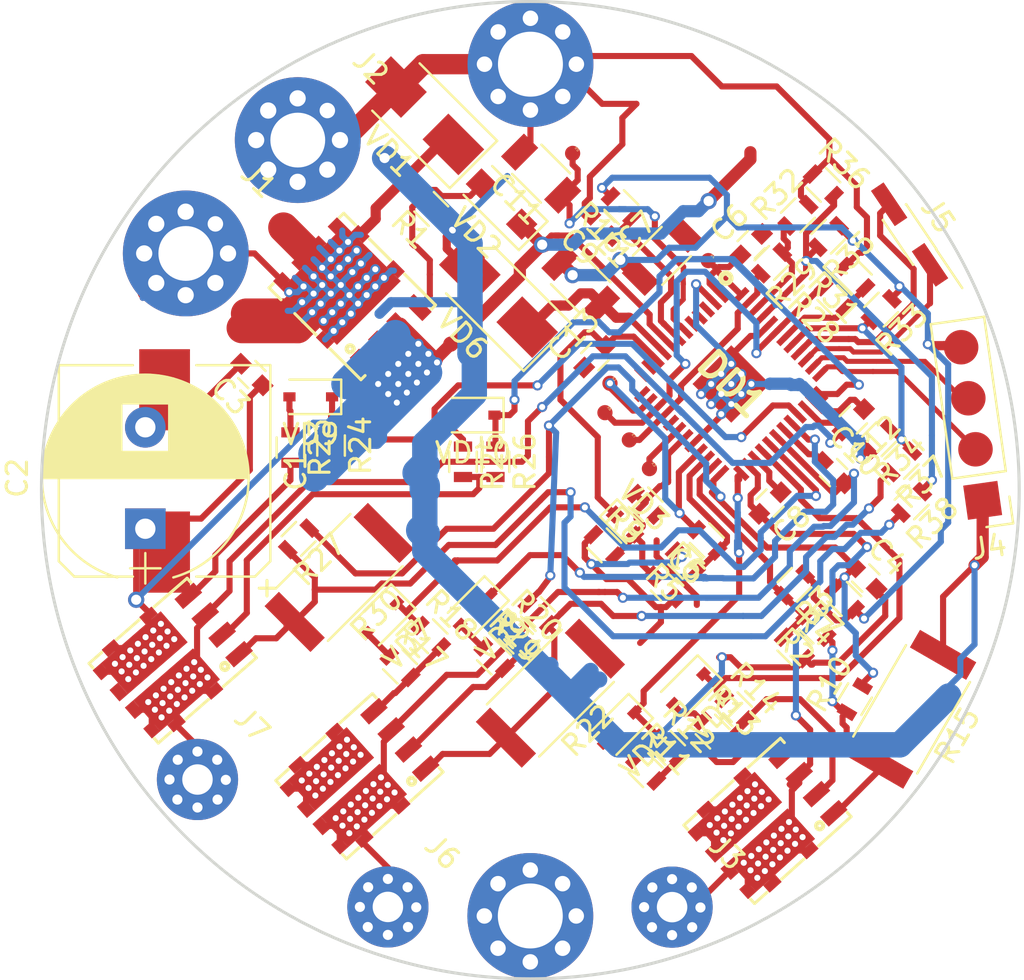
<source format=kicad_pcb>
(kicad_pcb (version 4) (host pcbnew 4.0.7)
  (layers (0 F.Cu signal) (31 B.Cu signal) (34 B.Paste user) (35 F.Paste user) (36 B.SilkS user) (37 F.SilkS user) (38 B.Mask user) (39 F.Mask user) (44 Edge.Cuts user))
  (net 0 "")
  (net 1 /NRST)
  (net 2 /OUTU)
  (net 3 /OUTV)
  (net 4 /OUTW)
  (net 5 /VM)
  (net 6 /HSU)
  (net 7 /LSU)
  (net 8 /HSV)
  (net 9 /LSV)
  (net 10 /HSW)
  (net 11 /LSW)
  (net 12 /SWD_IO)
  (net 13 /SWD_CLK)
  (net 14 /UART1_TX)
  (net 15 /UART1_RX)
  (net 16 /SENSE3P)
  (net 17 /SENSE2P)
  (net 18 GNDD)
  (net 19 VCC)
  (net 20 "Net-(DD1-Pad3)")
  (net 21 "Net-(DD1-Pad4)")
  (net 22 "Net-(DD1-Pad5)")
  (net 23 "Net-(DD1-Pad9)")
  (net 24 "Net-(DD1-Pad11)")
  (net 25 "Net-(DD1-Pad12)")
  (net 26 "Net-(DD1-Pad13)")
  (net 27 OP2O)
  (net 28 OP3O)
  (net 29 "Net-(DD1-Pad17)")
  (net 30 "Net-(DD1-Pad18)")
  (net 31 "Net-(DD1-Pad22)")
  (net 32 "Net-(DD1-Pad23)")
  (net 33 "Net-(DD1-Pad41)")
  (net 34 "Net-(DD1-Pad42)")
  (net 35 "Net-(DD1-Pad45)")
  (net 36 "Net-(DD1-Pad46)")
  (net 37 "Net-(J1-Pad1)")
  (net 38 "Net-(R1-Pad2)")
  (net 39 "Net-(R11-Pad1)")
  (net 40 "Net-(R11-Pad2)")
  (net 41 "Net-(R13-Pad1)")
  (net 42 "Net-(R13-Pad2)")
  (net 43 "Net-(R17-Pad1)")
  (net 44 "Net-(R17-Pad2)")
  (net 45 "Net-(R19-Pad1)")
  (net 46 "Net-(R19-Pad2)")
  (net 47 "Net-(R23-Pad1)")
  (net 48 "Net-(R23-Pad2)")
  (net 49 "Net-(R25-Pad1)")
  (net 50 "Net-(R25-Pad2)")
  (net 51 "Net-(Hole2-Pad1)")
  (net 52 /OP1O)
  (net 53 "Net-(C10-Pad1)")
  (net 54 "Net-(C4-Pad1)")
  (net 55 "Net-(C12-Pad1)")
  (net 56 /SENSE1P)
  (net 57 "Net-(C11-Pad1)")
  (net 58 "Net-(C5-Pad1)")
  (net 59 "Net-(C8-Pad1)")
  (module Resistors_SMD:R_0603 (layer F.Cu) (at 88.6 128.5 270)
    (fp_text reference R24 (at 0 -1.45 270) (layer F.SilkS))
    (fp_text value 68)
    (pad 1 smd rect (at -0.75 0 270) (size 0.5 0.9) (layers F.Cu F.Paste F.Mask) (net 6 /HSU))
    (pad 2 smd rect (at 0.75 0 270) (size 0.5 0.9) (layers F.Cu F.Paste F.Mask) (net 48 "Net-(R23-Pad2)"))
  )
  (module Resistors_SMD:R_0603 (layer F.Cu) (at 87 133.1 225)
    (fp_text reference R27 (at 0 -1.45 225) (layer F.SilkS))
    (fp_text value 2.2k)
    (pad 1 smd rect (at -0.75 0 225) (size 0.5 0.9) (layers F.Cu F.Paste F.Mask) (net 54 "Net-(C4-Pad1)"))
    (pad 2 smd rect (at 0.75 0 225) (size 0.5 0.9) (layers F.Cu F.Paste F.Mask) (net 16 /SENSE3P))
  )
  (module Resistors_SMD:R_0603 (layer F.Cu) (at 108.5 141.5 315)
    (fp_text reference R14 (at 0 -1.45 315) (layer F.SilkS))
    (fp_text value 68)
    (pad 1 smd rect (at -0.75 0 315) (size 0.5 0.9) (layers F.Cu F.Paste F.Mask) (net 11 /LSW))
    (pad 2 smd rect (at 0.75 0 315) (size 0.5 0.9) (layers F.Cu F.Paste F.Mask) (net 42 "Net-(R13-Pad2)"))
  )
  (module Resistors_SMD:R_0603 (layer F.Cu) (at 114.4 141 59)
    (fp_text reference R10 (at 0 -1.45 59) (layer F.SilkS))
    (fp_text value 2.2k)
    (pad 1 smd rect (at -0.75 0 59) (size 0.5 0.9) (layers F.Cu F.Paste F.Mask) (net 56 /SENSE1P))
    (pad 2 smd rect (at 0.75 0 59) (size 0.5 0.9) (layers F.Cu F.Paste F.Mask) (net 54 "Net-(C4-Pad1)"))
  )
  (module Resistors_SMD:R_0603 (layer F.Cu) (at 116.7 129.3 225)
    (fp_text reference R37 (at 0 -1.45 225) (layer F.SilkS))
    (fp_text value 1k)
    (pad 1 smd rect (at -0.75 0 225) (size 0.5 0.9) (layers F.Cu F.Paste F.Mask) (net 33 "Net-(DD1-Pad41)"))
    (pad 2 smd rect (at 0.75 0 225) (size 0.5 0.9) (layers F.Cu F.Paste F.Mask) (net 17 /SENSE2P))
  )
  (module Diodes_SMD:D_SOD-323 (layer F.Cu) (at 95.7 136.6 225)
    (fp_text reference VD8 (at 0 -1.850001 225) (layer F.SilkS))
    (fp_text value 4148WS)
    (pad 1 smd rect (at -1.05 0 225) (size 0.6 0.45) (layers F.Cu F.Paste F.Mask) (net 9 /LSV))
    (pad 2 smd rect (at 1.05 0 225) (size 0.6 0.45) (layers F.Cu F.Paste F.Mask) (net 45 "Net-(R19-Pad1)"))
  )
  (module Resistors_SMD:R_0603 (layer F.Cu) (at 113.1 118.2 225)
    (fp_text reference R35 (at 0 -1.45 225) (layer F.SilkS))
    (fp_text value 10k)
    (pad 1 smd rect (at -0.75 0 225) (size 0.5 0.9) (layers F.Cu F.Paste F.Mask) (net 19 VCC))
    (pad 2 smd rect (at 0.75 0 225) (size 0.5 0.9) (layers F.Cu F.Paste F.Mask) (net 35 "Net-(DD1-Pad45)"))
  )
  (module Resistors_SMD:R_2512 (layer F.Cu) (at 117.2 141.5 240)
    (fp_text reference R15 (at 0 -2.600001 240) (layer F.SilkS))
    (fp_text value 5L0)
    (pad 1 smd rect (at -3.1 0 240) (size 1 3.2) (layers F.Cu F.Paste F.Mask) (net 18 GNDD))
    (pad 2 smd rect (at 3.1 0 240) (size 1 3.2) (layers F.Cu F.Paste F.Mask) (net 56 /SENSE1P))
  )
  (module Capacitors_SMD:C_0603 (layer F.Cu) (at 84.7 125 135)
    (fp_text reference C3 (at 0 -1.5 135) (layer F.SilkS))
    (fp_text value 100n)
    (pad 2 smd rect (at 0.75 0 135) (size 0.8 0.75) (layers F.Cu F.Paste F.Mask) (net 18 GNDD))
    (pad 1 smd rect (at -0.75 0 135) (size 0.8 0.75) (layers F.Cu F.Paste F.Mask) (net 5 /VM))
  )
  (module Capacitors_SMD:C_0603 (layer F.Cu) (at 109.3 118.6 45)
    (fp_text reference C6 (at 0 -1.5 45) (layer F.SilkS))
    (fp_text value 100n)
    (pad 2 smd rect (at 0.75 0 45) (size 0.8 0.75) (layers F.Cu F.Paste F.Mask) (net 18 GNDD))
    (pad 1 smd rect (at -0.75 0 45) (size 0.8 0.75) (layers F.Cu F.Paste F.Mask) (net 19 VCC))
  )
  (module stspin32f0:QFN50P700X700X100-49N-D (layer F.Cu) (at 108.315196 125.465544 315)
    (fp_text reference DD1 (at 0 0 315) (layer F.SilkS) (effects (font (size 1.27 1.27) (thickness 0.254))))
    (fp_text value STSPIN32F0 hide)
    (pad 1 smd rect (at -3.45 -2.75 45) (size 0.3 0.85) (layers F.Cu F.Paste F.Mask) (net 19 VCC))
    (pad 2 smd rect (at -3.45 -2.25 45) (size 0.3 0.85) (layers F.Cu F.Paste F.Mask) (net 18 GNDD))
    (pad 3 smd rect (at -3.45 -1.75 45) (size 0.3 0.85) (layers F.Cu F.Paste F.Mask) (net 20 "Net-(DD1-Pad3)"))
    (pad 4 smd rect (at -3.45 -1.25 45) (size 0.3 0.85) (layers F.Cu F.Paste F.Mask) (net 21 "Net-(DD1-Pad4)"))
    (pad 5 smd rect (at -3.45 -0.75 45) (size 0.3 0.85) (layers F.Cu F.Paste F.Mask) (net 22 "Net-(DD1-Pad5)"))
    (pad 6 smd rect (at -3.45 -0.25 45) (size 0.3 0.85) (layers F.Cu F.Paste F.Mask) (net 57 "Net-(C11-Pad1)"))
    (pad 7 smd rect (at -3.45 0.25 45) (size 0.3 0.85) (layers F.Cu F.Paste F.Mask) (net 1 /NRST))
    (pad 8 smd rect (at -3.45 0.75 45) (size 0.3 0.85) (layers F.Cu F.Paste F.Mask) (net 5 /VM))
    (pad 9 smd rect (at -3.45 1.25 45) (size 0.3 0.85) (layers F.Cu F.Paste F.Mask) (net 23 "Net-(DD1-Pad9)"))
    (pad 10 smd rect (at -3.45 1.75 45) (size 0.3 0.85) (layers F.Cu F.Paste F.Mask) (net 19 VCC))
    (pad 11 smd rect (at -3.45 2.25 45) (size 0.3 0.85) (layers F.Cu F.Paste F.Mask) (net 24 "Net-(DD1-Pad11)"))
    (pad 12 smd rect (at -3.45 2.75 45) (size 0.3 0.85) (layers F.Cu F.Paste F.Mask) (net 25 "Net-(DD1-Pad12)"))
    (pad 13 smd rect (at -2.75 3.45 315) (size 0.3 0.85) (layers F.Cu F.Paste F.Mask) (net 26 "Net-(DD1-Pad13)"))
    (pad 14 smd rect (at -2.25 3.45 315) (size 0.3 0.85) (layers F.Cu F.Paste F.Mask) (net 52 /OP1O))
    (pad 15 smd rect (at -1.75 3.45 315) (size 0.3 0.85) (layers F.Cu F.Paste F.Mask) (net 27 OP2O))
    (pad 16 smd rect (at -1.25 3.45 315) (size 0.3 0.85) (layers F.Cu F.Paste F.Mask) (net 28 OP3O))
    (pad 17 smd rect (at -0.75 3.45 315) (size 0.3 0.85) (layers F.Cu F.Paste F.Mask) (net 29 "Net-(DD1-Pad17)"))
    (pad 18 smd rect (at -0.25 3.45 315) (size 0.3 0.85) (layers F.Cu F.Paste F.Mask) (net 30 "Net-(DD1-Pad18)"))
    (pad 19 smd rect (at 0.25 3.45 315) (size 0.3 0.85) (layers F.Cu F.Paste F.Mask) (net 58 "Net-(C5-Pad1)"))
    (pad 20 smd rect (at 0.75 3.45 315) (size 0.3 0.85) (layers F.Cu F.Paste F.Mask) (net 18 GNDD))
    (pad 21 smd rect (at 1.25 3.45 315) (size 0.3 0.85) (layers F.Cu F.Paste F.Mask) (net 52 /OP1O))
    (pad 22 smd rect (at 1.75 3.45 315) (size 0.3 0.85) (layers F.Cu F.Paste F.Mask) (net 31 "Net-(DD1-Pad22)"))
    (pad 23 smd rect (at 2.25 3.45 315) (size 0.3 0.85) (layers F.Cu F.Paste F.Mask) (net 32 "Net-(DD1-Pad23)"))
    (pad 24 smd rect (at 2.75 3.45 315) (size 0.3 0.85) (layers F.Cu F.Paste F.Mask) (net 54 "Net-(C4-Pad1)"))
    (pad 25 smd rect (at 3.45 2.75 45) (size 0.3 0.85) (layers F.Cu F.Paste F.Mask) (net 10 /HSW))
    (pad 26 smd rect (at 3.45 2.25 45) (size 0.3 0.85) (layers F.Cu F.Paste F.Mask) (net 4 /OUTW))
    (pad 27 smd rect (at 3.45 1.75 45) (size 0.3 0.85) (layers F.Cu F.Paste F.Mask) (net 59 "Net-(C8-Pad1)"))
    (pad 28 smd rect (at 3.45 1.25 45) (size 0.3 0.85) (layers F.Cu F.Paste F.Mask) (net 11 /LSW))
    (pad 29 smd rect (at 3.45 0.75 45) (size 0.3 0.85) (layers F.Cu F.Paste F.Mask) (net 8 /HSV))
    (pad 30 smd rect (at 3.45 0.25 45) (size 0.3 0.85) (layers F.Cu F.Paste F.Mask) (net 3 /OUTV))
    (pad 31 smd rect (at 3.45 -0.25 45) (size 0.3 0.85) (layers F.Cu F.Paste F.Mask) (net 53 "Net-(C10-Pad1)"))
    (pad 32 smd rect (at 3.45 -0.75 45) (size 0.3 0.85) (layers F.Cu F.Paste F.Mask) (net 9 /LSV))
    (pad 33 smd rect (at 3.45 -1.25 45) (size 0.3 0.85) (layers F.Cu F.Paste F.Mask) (net 6 /HSU))
    (pad 34 smd rect (at 3.45 -1.75 45) (size 0.3 0.85) (layers F.Cu F.Paste F.Mask) (net 2 /OUTU))
    (pad 35 smd rect (at 3.45 -2.25 45) (size 0.3 0.85) (layers F.Cu F.Paste F.Mask) (net 55 "Net-(C12-Pad1)"))
    (pad 36 smd rect (at 3.45 -2.75 45) (size 0.3 0.85) (layers F.Cu F.Paste F.Mask) (net 7 /LSU))
    (pad 37 smd rect (at 2.75 -3.45 315) (size 0.3 0.85) (layers F.Cu F.Paste F.Mask) (net 12 /SWD_IO))
    (pad 38 smd rect (at 2.25 -3.45 315) (size 0.3 0.85) (layers F.Cu F.Paste F.Mask) (net 13 /SWD_CLK))
    (pad 39 smd rect (at 1.75 -3.45 315) (size 0.3 0.85) (layers F.Cu F.Paste F.Mask) (net 14 /UART1_TX))
    (pad 40 smd rect (at 1.25 -3.45 315) (size 0.3 0.85) (layers F.Cu F.Paste F.Mask) (net 15 /UART1_RX))
    (pad 41 smd rect (at 0.75 -3.45 315) (size 0.3 0.85) (layers F.Cu F.Paste F.Mask) (net 33 "Net-(DD1-Pad41)"))
    (pad 42 smd rect (at 0.25 -3.45 315) (size 0.3 0.85) (layers F.Cu F.Paste F.Mask) (net 34 "Net-(DD1-Pad42)"))
    (pad 43 smd rect (at -0.25 -3.45 315) (size 0.3 0.85) (layers F.Cu F.Paste F.Mask) (net 27 OP2O))
    (pad 44 smd rect (at -0.75 -3.45 315) (size 0.3 0.85) (layers F.Cu F.Paste F.Mask) (net 18 GNDD))
    (pad 45 smd rect (at -1.25 -3.45 315) (size 0.3 0.85) (layers F.Cu F.Paste F.Mask) (net 35 "Net-(DD1-Pad45)"))
    (pad 46 smd rect (at -1.75 -3.45 315) (size 0.3 0.85) (layers F.Cu F.Paste F.Mask) (net 36 "Net-(DD1-Pad46)"))
    (pad 47 smd rect (at -2.25 -3.45 315) (size 0.3 0.85) (layers F.Cu F.Paste F.Mask) (net 28 OP3O))
    (pad 48 smd rect (at -2.75 -3.45 315) (size 0.3 0.85) (layers F.Cu F.Paste F.Mask) (net 19 VCC))
    (pad 49 smd rect (at 0 0 315) (size 2.7 2.7) (layers F.Cu F.Paste F.Mask) (net 18 GNDD))
  )
  (module Inductors_SMD:L_1206 (layer F.Cu) (at 100.9 120.5 315)
    (fp_text reference L1 (at 0 -2.300001 315) (layer F.SilkS))
    (fp_text value 22uH)
    (pad 1 smd rect (at -1.45 0 315) (size 0.9 1.7) (layers F.Cu F.Paste F.Mask) (net 19 VCC))
    (pad 2 smd rect (at 1.45 0 315) (size 0.9 1.7) (layers F.Cu F.Paste F.Mask) (net 23 "Net-(DD1-Pad9)"))
  )
  (module Resistors_SMD:R_0603 (layer F.Cu) (at 93.536664 116.838841 135)
    (fp_text reference R1 (at 0 -1.45 135) (layer F.SilkS))
    (fp_text value 10k)
    (pad 1 smd rect (at -0.75 0 135) (size 0.5 0.9) (layers F.Cu F.Paste F.Mask) (net 18 GNDD))
    (pad 2 smd rect (at 0.75 0 135) (size 0.5 0.9) (layers F.Cu F.Paste F.Mask) (net 38 "Net-(R1-Pad2)"))
  )
  (module Resistors_SMD:R_0603 (layer F.Cu) (at 112.487126 137.415648 135)
    (fp_text reference R2 (at 0 -1.45 135) (layer F.SilkS))
    (fp_text value 1k)
    (pad 1 smd rect (at -0.75 0 135) (size 0.5 0.9) (layers F.Cu F.Paste F.Mask) (net 56 /SENSE1P))
    (pad 2 smd rect (at 0.75 0 135) (size 0.5 0.9) (layers F.Cu F.Paste F.Mask) (net 32 "Net-(DD1-Pad23)"))
  )
  (module Resistors_SMD:R_0603 (layer F.Cu) (at 111.426466 135.365039 225)
    (fp_text reference R3 (at 0 -1.45 225) (layer F.SilkS))
    (fp_text value 10k)
    (pad 1 smd rect (at -0.75 0 225) (size 0.5 0.9) (layers F.Cu F.Paste F.Mask) (net 19 VCC))
    (pad 2 smd rect (at 0.75 0 225) (size 0.5 0.9) (layers F.Cu F.Paste F.Mask) (net 32 "Net-(DD1-Pad23)"))
  )
  (module Resistors_SMD:R_0603 (layer F.Cu) (at 111.426466 138.476309 315)
    (fp_text reference R4 (at 0 -1.45 315) (layer F.SilkS))
    (fp_text value 1k)
    (pad 1 smd rect (at -0.75 0 315) (size 0.5 0.9) (layers F.Cu F.Paste F.Mask) (net 32 "Net-(DD1-Pad23)"))
    (pad 2 smd rect (at 0.75 0 315) (size 0.5 0.9) (layers F.Cu F.Paste F.Mask) (net 18 GNDD))
  )
  (module Resistors_SMD:R_0603 (layer F.Cu) (at 106.052454 134.233668 135)
    (fp_text reference R5 (at 0 -1.45 135) (layer F.SilkS))
    (fp_text value 1k)
    (pad 1 smd rect (at -0.75 0 135) (size 0.5 0.9) (layers F.Cu F.Paste F.Mask) (net 31 "Net-(DD1-Pad22)"))
    (pad 2 smd rect (at 0.75 0 135) (size 0.5 0.9) (layers F.Cu F.Paste F.Mask) (net 18 GNDD))
  )
  (module Resistors_SMD:R_0603 (layer F.Cu) (at 107.113114 133.173008 135)
    (fp_text reference R6 (at 0 -1.45 135) (layer F.SilkS))
    (fp_text value 10k)
    (pad 1 smd rect (at -0.75 0 135) (size 0.5 0.9) (layers F.Cu F.Paste F.Mask) (net 31 "Net-(DD1-Pad22)"))
    (pad 2 smd rect (at 0.75 0 135) (size 0.5 0.9) (layers F.Cu F.Paste F.Mask) (net 52 /OP1O))
  )
  (module Resistors_SMD:R_0603 (layer F.Cu) (at 113.883662 136.054468 135)
    (fp_text reference R7 (at 0 -1.45 135) (layer F.SilkS))
    (fp_text value 75k)
    (pad 1 smd rect (at -0.75 0 135) (size 0.5 0.9) (layers F.Cu F.Paste F.Mask) (net 19 VCC))
    (pad 2 smd rect (at 0.75 0 135) (size 0.5 0.9) (layers F.Cu F.Paste F.Mask) (net 54 "Net-(C4-Pad1)"))
  )
  (module Resistors_SMD:R_0603 (layer F.Cu) (at 104.1 131.4 135)
    (fp_text reference R8 (at 0 -1.45 135) (layer F.SilkS))
    (fp_text value 75k)
    (pad 1 smd rect (at -0.75 0 135) (size 0.5 0.9) (layers F.Cu F.Paste F.Mask) (net 5 /VM))
    (pad 2 smd rect (at 0.75 0 135) (size 0.5 0.9) (layers F.Cu F.Paste F.Mask) (net 58 "Net-(C5-Pad1)"))
  )
  (module Resistors_SMD:R_0603 (layer F.Cu) (at 102.057301 133.420495 315)
    (fp_text reference R9 (at 0 -1.45 315) (layer F.SilkS))
    (fp_text value 10k)
    (pad 1 smd rect (at -0.75 0 315) (size 0.5 0.9) (layers F.Cu F.Paste F.Mask) (net 18 GNDD))
    (pad 2 smd rect (at 0.75 0 315) (size 0.5 0.9) (layers F.Cu F.Paste F.Mask) (net 58 "Net-(C5-Pad1)"))
  )
  (module Resistors_SMD:R_0603 (layer F.Cu) (at 104.1 144.5 315)
    (fp_text reference R11 (at 0 -1.45 315) (layer F.SilkS))
    (fp_text value 10)
    (pad 1 smd rect (at -0.75 0 315) (size 0.5 0.9) (layers F.Cu F.Paste F.Mask) (net 39 "Net-(R11-Pad1)"))
    (pad 2 smd rect (at 0.75 0 315) (size 0.5 0.9) (layers F.Cu F.Paste F.Mask) (net 40 "Net-(R11-Pad2)"))
  )
  (module Resistors_SMD:R_0603 (layer F.Cu) (at 105.2 143.4 315)
    (fp_text reference R12 (at 0 -1.45 315) (layer F.SilkS))
    (fp_text value 68)
    (pad 1 smd rect (at -0.75 0 315) (size 0.5 0.9) (layers F.Cu F.Paste F.Mask) (net 10 /HSW))
    (pad 2 smd rect (at 0.75 0 315) (size 0.5 0.9) (layers F.Cu F.Paste F.Mask) (net 40 "Net-(R11-Pad2)"))
  )
  (module Resistors_SMD:R_0603 (layer F.Cu) (at 107.4 142.6 315)
    (fp_text reference R13 (at 0 -1.45 315) (layer F.SilkS))
    (fp_text value 10)
    (pad 1 smd rect (at -0.75 0 315) (size 0.5 0.9) (layers F.Cu F.Paste F.Mask) (net 41 "Net-(R13-Pad1)"))
    (pad 2 smd rect (at 0.75 0 315) (size 0.5 0.9) (layers F.Cu F.Paste F.Mask) (net 42 "Net-(R13-Pad2)"))
  )
  (module Resistors_SMD:R_0603 (layer F.Cu) (at 102.9 116.75 135)
    (fp_text reference R16 (at 0 -1.45 135) (layer F.SilkS))
    (fp_text value 75k)
    (pad 1 smd rect (at -0.75 0 135) (size 0.5 0.9) (layers F.Cu F.Paste F.Mask) (net 1 /NRST))
    (pad 2 smd rect (at 0.75 0 135) (size 0.5 0.9) (layers F.Cu F.Paste F.Mask) (net 19 VCC))
  )
  (module Resistors_SMD:R_0603 (layer F.Cu) (at 92 139.4 315)
    (fp_text reference R17 (at 0 -1.45 315) (layer F.SilkS))
    (fp_text value 10)
    (pad 1 smd rect (at -0.75 0 315) (size 0.5 0.9) (layers F.Cu F.Paste F.Mask) (net 43 "Net-(R17-Pad1)"))
    (pad 2 smd rect (at 0.75 0 315) (size 0.5 0.9) (layers F.Cu F.Paste F.Mask) (net 44 "Net-(R17-Pad2)"))
  )
  (module Resistors_SMD:R_0603 (layer F.Cu) (at 93.5 137.9 315)
    (fp_text reference R18 (at 0 -1.45 315) (layer F.SilkS))
    (fp_text value 68)
    (pad 1 smd rect (at -0.75 0 315) (size 0.5 0.9) (layers F.Cu F.Paste F.Mask) (net 8 /HSV))
    (pad 2 smd rect (at 0.75 0 315) (size 0.5 0.9) (layers F.Cu F.Paste F.Mask) (net 44 "Net-(R17-Pad2)"))
  )
  (module Resistors_SMD:R_0603 (layer F.Cu) (at 96.630256 138.953606 315)
    (fp_text reference R19 (at 0 -1.45 315) (layer F.SilkS))
    (fp_text value 10)
    (pad 1 smd rect (at -0.75 0 315) (size 0.5 0.9) (layers F.Cu F.Paste F.Mask) (net 45 "Net-(R19-Pad1)"))
    (pad 2 smd rect (at 0.75 0 315) (size 0.5 0.9) (layers F.Cu F.Paste F.Mask) (net 46 "Net-(R19-Pad2)"))
  )
  (module Resistors_SMD:R_0603 (layer F.Cu) (at 97.708594 137.910623 315)
    (fp_text reference R20 (at 0 -1.45 315) (layer F.SilkS))
    (fp_text value 68)
    (pad 1 smd rect (at -0.75 0 315) (size 0.5 0.9) (layers F.Cu F.Paste F.Mask) (net 9 /LSV))
    (pad 2 smd rect (at 0.75 0 315) (size 0.5 0.9) (layers F.Cu F.Paste F.Mask) (net 46 "Net-(R19-Pad2)"))
  )
  (module Resistors_SMD:R_0603 (layer F.Cu) (at 98.8 136.8 135)
    (fp_text reference R21 (at 0 -1.45 135) (layer F.SilkS))
    (fp_text value 2.2k)
    (pad 1 smd rect (at -0.75 0 135) (size 0.5 0.9) (layers F.Cu F.Paste F.Mask) (net 17 /SENSE2P))
    (pad 2 smd rect (at 0.75 0 135) (size 0.5 0.9) (layers F.Cu F.Paste F.Mask) (net 54 "Net-(C4-Pad1)"))
  )
  (module Resistors_SMD:R_2512 (layer F.Cu) (at 99.40565 140.703695 225)
    (fp_text reference R22 (at 0 -2.600001 225) (layer F.SilkS))
    (fp_text value 5L0)
    (pad 1 smd rect (at -3.1 0 225) (size 1 3.2) (layers F.Cu F.Paste F.Mask) (net 18 GNDD))
    (pad 2 smd rect (at 3.1 0 225) (size 1 3.2) (layers F.Cu F.Paste F.Mask) (net 17 /SENSE2P))
  )
  (module Resistors_SMD:R_0603 (layer F.Cu) (at 86.6 128.6 270)
    (fp_text reference R23 (at 0 -1.45 270) (layer F.SilkS))
    (fp_text value 10)
    (pad 1 smd rect (at -0.75 0 270) (size 0.5 0.9) (layers F.Cu F.Paste F.Mask) (net 47 "Net-(R23-Pad1)"))
    (pad 2 smd rect (at 0.75 0 270) (size 0.5 0.9) (layers F.Cu F.Paste F.Mask) (net 48 "Net-(R23-Pad2)"))
  )
  (module Resistors_SMD:R_0603 (layer F.Cu) (at 95.1 129.3 270)
    (fp_text reference R25 (at 0 -1.45 270) (layer F.SilkS))
    (fp_text value 10)
    (pad 1 smd rect (at -0.75 0 270) (size 0.5 0.9) (layers F.Cu F.Paste F.Mask) (net 49 "Net-(R25-Pad1)"))
    (pad 2 smd rect (at 0.75 0 270) (size 0.5 0.9) (layers F.Cu F.Paste F.Mask) (net 50 "Net-(R25-Pad2)"))
  )
  (module Resistors_SMD:R_0603 (layer F.Cu) (at 96.7 129.3 270)
    (fp_text reference R26 (at 0 -1.45 270) (layer F.SilkS))
    (fp_text value 68)
    (pad 1 smd rect (at -0.75 0 270) (size 0.5 0.9) (layers F.Cu F.Paste F.Mask) (net 7 /LSU))
    (pad 2 smd rect (at 0.75 0 270) (size 0.5 0.9) (layers F.Cu F.Paste F.Mask) (net 50 "Net-(R25-Pad2)"))
  )
  (module Resistors_SMD:R_0603 (layer F.Cu) (at 113.4 121.2 135)
    (fp_text reference R28 (at 0 -1.45 135) (layer F.SilkS))
    (fp_text value 10k)
    (pad 1 smd rect (at -0.75 0 135) (size 0.5 0.9) (layers F.Cu F.Paste F.Mask) (net 34 "Net-(DD1-Pad42)"))
    (pad 2 smd rect (at 0.75 0 135) (size 0.5 0.9) (layers F.Cu F.Paste F.Mask) (net 27 OP2O))
  )
  (module Resistors_SMD:R_0603 (layer F.Cu) (at 110.3 119.5 225)
    (fp_text reference R29 (at 0 -1.45 225) (layer F.SilkS))
    (fp_text value 10k)
    (pad 1 smd rect (at -0.75 0 225) (size 0.5 0.9) (layers F.Cu F.Paste F.Mask) (net 36 "Net-(DD1-Pad46)"))
    (pad 2 smd rect (at 0.75 0 225) (size 0.5 0.9) (layers F.Cu F.Paste F.Mask) (net 28 OP3O))
  )
  (module Resistors_SMD:R_2512 (layer F.Cu) (at 89 135 225)
    (fp_text reference R30 (at 0 -2.600001 225) (layer F.SilkS))
    (fp_text value 5L0)
    (pad 1 smd rect (at -3.1 0 225) (size 1 3.2) (layers F.Cu F.Paste F.Mask) (net 18 GNDD))
    (pad 2 smd rect (at 3.1 0 225) (size 1 3.2) (layers F.Cu F.Paste F.Mask) (net 16 /SENSE3P))
  )
  (module Resistors_SMD:R_0603 (layer F.Cu) (at 114.4 120.2 135)
    (fp_text reference R31 (at 0 -1.45 135) (layer F.SilkS))
    (fp_text value 1k)
    (pad 1 smd rect (at -0.75 0 135) (size 0.5 0.9) (layers F.Cu F.Paste F.Mask) (net 34 "Net-(DD1-Pad42)"))
    (pad 2 smd rect (at 0.75 0 135) (size 0.5 0.9) (layers F.Cu F.Paste F.Mask) (net 18 GNDD))
  )
  (module Resistors_SMD:R_0603 (layer F.Cu) (at 111.6 117.15 45)
    (fp_text reference R32 (at 0 -1.45 45) (layer F.SilkS))
    (fp_text value 1k)
    (pad 1 smd rect (at -0.75 0 45) (size 0.5 0.9) (layers F.Cu F.Paste F.Mask) (net 36 "Net-(DD1-Pad46)"))
    (pad 2 smd rect (at 0.75 0 45) (size 0.5 0.9) (layers F.Cu F.Paste F.Mask) (net 18 GNDD))
  )
  (module Resistors_SMD:R_0603 (layer F.Cu) (at 115.7 121.8 225)
    (fp_text reference R33 (at 0 -1.45 225) (layer F.SilkS))
    (fp_text value 10k)
    (pad 1 smd rect (at -0.75 0 225) (size 0.5 0.9) (layers F.Cu F.Paste F.Mask) (net 19 VCC))
    (pad 2 smd rect (at 0.75 0 225) (size 0.5 0.9) (layers F.Cu F.Paste F.Mask) (net 33 "Net-(DD1-Pad41)"))
  )
  (module Resistors_SMD:R_0603 (layer F.Cu) (at 115.598396 128.187905 225)
    (fp_text reference R34 (at 0 -1.45 225) (layer F.SilkS))
    (fp_text value 1k)
    (pad 1 smd rect (at -0.75 0 225) (size 0.5 0.9) (layers F.Cu F.Paste F.Mask) (net 33 "Net-(DD1-Pad41)"))
    (pad 2 smd rect (at 0.75 0 225) (size 0.5 0.9) (layers F.Cu F.Paste F.Mask) (net 18 GNDD))
  )
  (module Resistors_SMD:R_0603 (layer F.Cu) (at 112.85 115.65 315)
    (fp_text reference R36 (at 0 -1.45 315) (layer F.SilkS))
    (fp_text value 1k)
    (pad 1 smd rect (at -0.75 0 315) (size 0.5 0.9) (layers F.Cu F.Paste F.Mask) (net 18 GNDD))
    (pad 2 smd rect (at 0.75 0 315) (size 0.5 0.9) (layers F.Cu F.Paste F.Mask) (net 35 "Net-(DD1-Pad45)"))
  )
  (module Resistors_SMD:R_0603 (layer F.Cu) (at 117.2 131.3 225)
    (fp_text reference R38 (at 0 -1.45 225) (layer F.SilkS))
    (fp_text value 1k)
    (pad 1 smd rect (at -0.75 0 225) (size 0.5 0.9) (layers F.Cu F.Paste F.Mask) (net 35 "Net-(DD1-Pad45)"))
    (pad 2 smd rect (at 0.75 0 225) (size 0.5 0.9) (layers F.Cu F.Paste F.Mask) (net 16 /SENSE3P))
  )
  (module Diodes_SMD:D_SMA (layer F.Cu) (at 93.211395 112.242647 135)
    (fp_text reference VD1 (at 0 -2.5 135) (layer F.SilkS))
    (fp_text value SMAJ26A)
    (pad 1 smd rect (at -2 0 135) (size 2.5 1.8) (layers F.Cu F.Paste F.Mask) (net 37 "Net-(J1-Pad1)"))
    (pad 2 smd rect (at 2 0 135) (size 2.5 1.8) (layers F.Cu F.Paste F.Mask) (net 18 GNDD))
  )
  (module Diodes_SMD:D_SOD-523 (layer F.Cu) (at 103.082605 132.39519 315)
    (fp_text reference VD3 (at 0 -1.3 315) (layer F.SilkS))
    (fp_text value BAT30)
    (pad 2 smd rect (at 0.7 0 135) (size 0.6 0.7) (layers F.Cu F.Paste F.Mask) (net 58 "Net-(C5-Pad1)"))
    (pad 1 smd rect (at -0.7 0 135) (size 0.6 0.7) (layers F.Cu F.Paste F.Mask) (net 19 VCC))
  )
  (module Diodes_SMD:D_SOD-323 (layer F.Cu) (at 102.8 142.4 225)
    (fp_text reference VD4 (at 0 -1.850001 225) (layer F.SilkS))
    (fp_text value 4148WS)
    (pad 1 smd rect (at -1.05 0 225) (size 0.6 0.45) (layers F.Cu F.Paste F.Mask) (net 10 /HSW))
    (pad 2 smd rect (at 1.05 0 225) (size 0.6 0.45) (layers F.Cu F.Paste F.Mask) (net 39 "Net-(R11-Pad1)"))
  )
  (module Diodes_SMD:D_SOD-323 (layer F.Cu) (at 106.2 140.5 225)
    (fp_text reference VD5 (at 0 -1.850001 225) (layer F.SilkS))
    (fp_text value 4148WS)
    (pad 1 smd rect (at -1.05 0 225) (size 0.6 0.45) (layers F.Cu F.Paste F.Mask) (net 11 /LSW))
    (pad 2 smd rect (at 1.05 0 225) (size 0.6 0.45) (layers F.Cu F.Paste F.Mask) (net 41 "Net-(R13-Pad1)"))
  )
  (module Diodes_SMD:D_SMA (layer F.Cu) (at 96.85 121.25 135)
    (fp_text reference VD6 (at 0 -2.5 135) (layer F.SilkS))
    (fp_text value STPS1L60)
    (pad 1 smd rect (at -2 0 135) (size 2.5 1.8) (layers F.Cu F.Paste F.Mask) (net 23 "Net-(DD1-Pad9)"))
    (pad 2 smd rect (at 2 0 135) (size 2.5 1.8) (layers F.Cu F.Paste F.Mask) (net 18 GNDD))
  )
  (module Diodes_SMD:D_SOD-323 (layer F.Cu) (at 91.1 137 225)
    (fp_text reference VD7 (at 0 -1.850001 225) (layer F.SilkS))
    (fp_text value 4148WS)
    (pad 1 smd rect (at -1.05 0 225) (size 0.6 0.45) (layers F.Cu F.Paste F.Mask) (net 8 /HSV))
    (pad 2 smd rect (at 1.05 0 225) (size 0.6 0.45) (layers F.Cu F.Paste F.Mask) (net 43 "Net-(R17-Pad1)"))
  )
  (module Diodes_SMD:D_SOD-323 (layer F.Cu) (at 87.6 126.1 180)
    (fp_text reference VD9 (at 0 -1.850001 180) (layer F.SilkS))
    (fp_text value 4148WS)
    (pad 1 smd rect (at -1.05 0 180) (size 0.6 0.45) (layers F.Cu F.Paste F.Mask) (net 6 /HSU))
    (pad 2 smd rect (at 1.05 0 180) (size 0.6 0.45) (layers F.Cu F.Paste F.Mask) (net 47 "Net-(R23-Pad1)"))
  )
  (module Diodes_SMD:D_SOD-323 (layer F.Cu) (at 95.6 127 180)
    (fp_text reference VD10 (at 0 -1.850001 180) (layer F.SilkS))
    (fp_text value 4148WS)
    (pad 1 smd rect (at -1.05 0 180) (size 0.6 0.45) (layers F.Cu F.Paste F.Mask) (net 7 /LSU))
    (pad 2 smd rect (at 1.05 0 180) (size 0.6 0.45) (layers F.Cu F.Paste F.Mask) (net 49 "Net-(R25-Pad1)"))
  )
  (module Capacitors_SMD:C_0603 (layer F.Cu) (at 110.224384 131.33453 225)
    (fp_text reference C8 (at 0 -1.5 225) (layer F.SilkS))
    (fp_text value 100n)
    (pad 2 smd rect (at 0.75 0 225) (size 0.8 0.75) (layers F.Cu F.Paste F.Mask) (net 4 /OUTW))
    (pad 1 smd rect (at -0.75 0 225) (size 0.8 0.75) (layers F.Cu F.Paste F.Mask) (net 59 "Net-(C8-Pad1)"))
  )
  (module Capacitors_SMD:C_0603 (layer F.Cu) (at 113.353331 129.831928 315)
    (fp_text reference C10 (at 0 -1.5 315) (layer F.SilkS))
    (fp_text value 100n)
    (pad 2 smd rect (at 0.75 0 315) (size 0.8 0.75) (layers F.Cu F.Paste F.Mask) (net 3 /OUTV))
    (pad 1 smd rect (at -0.75 0 315) (size 0.8 0.75) (layers F.Cu F.Paste F.Mask) (net 53 "Net-(C10-Pad1)"))
  )
  (module QFN50P700X700X100-49N-D:PowerFLAT-5x6-Single (layer F.Cu) (at 89.647577 121.152192 45)
    (fp_text reference VT1)
    (fp_text value STL60P4LLF6)
    (pad D smd rect (at -2.4625 0.56 45) (size 0.475 0.8) (layers F.Cu F.Paste F.Mask) (net 37 "Net-(J1-Pad1)"))
    (pad D smd rect (at -2.4625 -1.89 45) (size 0.475 0.8) (layers F.Cu F.Paste F.Mask) (net 37 "Net-(J1-Pad1)"))
    (pad D smd rect (at 2.4625 0.56 45) (size 0.475 0.8) (layers F.Cu F.Paste F.Mask) (net 37 "Net-(J1-Pad1)"))
    (pad D smd rect (at -1.9 -3.02 45) (size 0.65 0.55) (layers F.Cu F.Paste F.Mask) (net 37 "Net-(J1-Pad1)"))
    (pad D smd rect (at -0.575 -3.025 45) (size 0.75 0.55) (layers F.Cu F.Paste F.Mask) (net 37 "Net-(J1-Pad1)"))
    (pad D smd rect (at 0 -0.8 45) (size 4.45 3.9) (layers F.Cu F.Paste F.Mask) (net 37 "Net-(J1-Pad1)"))
    (pad S smd rect (at -1.905 2.675 45) (size 0.65 1.25) (layers F.Cu F.Paste F.Mask) (net 5 /VM))
    (pad S smd rect (at -0.635 2.675 45) (size 0.65 1.25) (layers F.Cu F.Paste F.Mask) (net 5 /VM))
    (pad S smd rect (at 0.635 2.675 45) (size 0.65 1.25) (layers F.Cu F.Paste F.Mask) (net 5 /VM))
    (pad G smd rect (at 1.905 2.675 45) (size 0.65 1.25) (layers F.Cu F.Paste F.Mask) (net 38 "Net-(R1-Pad2)"))
    (pad D smd rect (at 0.575 -3.025 45) (size 0.75 0.55) (layers F.Cu F.Paste F.Mask) (net 37 "Net-(J1-Pad1)"))
    (pad D smd rect (at 1.9 -3.02 45) (size 0.65 0.55) (layers F.Cu F.Paste F.Mask) (net 37 "Net-(J1-Pad1)"))
    (pad D smd rect (at 2.4625 -1.89 45) (size 0.475 0.8) (layers F.Cu F.Paste F.Mask) (net 37 "Net-(J1-Pad1)"))
  )
  (module Capacitors_SMD:C_0603 (layer F.Cu) (at 114.325603 127.233311 225)
    (fp_text reference C12 (at 0 -1.5 225) (layer F.SilkS))
    (fp_text value 100n)
    (pad 2 smd rect (at 0.75 0 225) (size 0.8 0.75) (layers F.Cu F.Paste F.Mask) (net 2 /OUTU))
    (pad 1 smd rect (at -0.75 0 225) (size 0.8 0.75) (layers F.Cu F.Paste F.Mask) (net 55 "Net-(C12-Pad1)"))
  )
  (module Capacitors_SMD:C_0603 (layer F.Cu) (at 101.597681 124.122041 45)
    (fp_text reference C13 (at 0 -1.5 45) (layer F.SilkS))
    (fp_text value 100n)
    (pad 2 smd rect (at 0.75 0 45) (size 0.8 0.75) (layers F.Cu F.Paste F.Mask) (net 19 VCC))
    (pad 1 smd rect (at -0.75 0 45) (size 0.8 0.75) (layers F.Cu F.Paste F.Mask) (net 18 GNDD))
  )
  (module Capacitors_SMD:C_0603 (layer F.Cu) (at 114.944322 135.029163 315)
    (fp_text reference C4 (at 0 -1.5 315) (layer F.SilkS))
    (fp_text value 1n)
    (pad 2 smd rect (at 0.75 0 315) (size 0.8 0.75) (layers F.Cu F.Paste F.Mask) (net 18 GNDD))
    (pad 1 smd rect (at -0.75 0 315) (size 0.8 0.75) (layers F.Cu F.Paste F.Mask) (net 54 "Net-(C4-Pad1)"))
  )
  (module Capacitors_SMD:C_0603 (layer F.Cu) (at 105.027149 135.471105 315)
    (fp_text reference C5 (at 0 -1.5 315) (layer F.SilkS))
    (fp_text value 100n)
    (pad 2 smd rect (at 0.75 0 315) (size 0.8 0.75) (layers F.Cu F.Paste F.Mask) (net 18 GNDD))
    (pad 1 smd rect (at -0.75 0 315) (size 0.8 0.75) (layers F.Cu F.Paste F.Mask) (net 58 "Net-(C5-Pad1)"))
  )
  (module Capacitors_SMD:C_1206 (layer F.Cu) (at 104.9 119.15 45)
    (fp_text reference C7 (at 0 -1.75 45) (layer F.SilkS))
    (fp_text value 22u)
    (pad 1 smd rect (at -1.5 0 45) (size 1 1.6) (layers F.Cu F.Paste F.Mask) (net 19 VCC))
    (pad 2 smd rect (at 1.5 0 45) (size 1 1.6) (layers F.Cu F.Paste F.Mask) (net 18 GNDD))
  )
  (module Capacitors_SMD:C_0603 (layer F.Cu) (at 101.9 117.65 135)
    (fp_text reference C9 (at 0 -1.5 135) (layer F.SilkS))
    (fp_text value 100n)
    (pad 2 smd rect (at 0.75 0 135) (size 0.8 0.75) (layers F.Cu F.Paste F.Mask) (net 18 GNDD))
    (pad 1 smd rect (at -0.75 0 135) (size 0.8 0.75) (layers F.Cu F.Paste F.Mask) (net 1 /NRST))
  )
  (module Capacitors_SMD:C_1206 (layer F.Cu) (at 98.95 115.1 135)
    (fp_text reference C11 (at 0 -1.75 135) (layer F.SilkS))
    (fp_text value 22u)
    (pad 1 smd rect (at -1.5 0 135) (size 1 1.6) (layers F.Cu F.Paste F.Mask) (net 57 "Net-(C11-Pad1)"))
    (pad 2 smd rect (at 1.5 0 135) (size 1 1.6) (layers F.Cu F.Paste F.Mask) (net 18 GNDD))
  )
  (module shev:testPoint (layer F.Cu) (at 94.5 123.5 315)
    (fp_text reference X1 (at 0 -0.3 315) (layer F.SilkS) (effects (font (size 0.127 0.127) (thickness 0.015))))
    (fp_text value "test point")
    (pad 1 smd circle (at 0 0 315) (size 0.75 0.75) (layers F.Cu F.Paste F.Mask) (net 5 /VM))
  )
  (module shev:testPoint (layer F.Cu) (at 102.340143 125.430189 315)
    (fp_text reference X2 (at 0 -0.3 315) (layer F.SilkS) (effects (font (size 0.127 0.127) (thickness 0.015))))
    (fp_text value "test point")
    (pad 1 smd circle (at 0 0 315) (size 0.75 0.75) (layers F.Cu F.Paste F.Mask) (net 52 /OP1O))
  )
  (module shev:testPoint (layer F.Cu) (at 104.284687 129.637474 315)
    (fp_text reference X3 (at 0 -0.3 315) (layer F.SilkS) (effects (font (size 0.127 0.127) (thickness 0.015))))
    (fp_text value "test point")
    (pad 1 smd circle (at 0 0 315) (size 0.75 0.75) (layers F.Cu F.Paste F.Mask) (net 30 "Net-(DD1-Pad18)"))
  )
  (module shev:testPoint (layer F.Cu) (at 107.183825 119.384426 315)
    (fp_text reference X4 (at 0 -0.3 315) (layer F.SilkS) (effects (font (size 0.127 0.127) (thickness 0.015))))
    (fp_text value "test point")
    (pad 1 smd circle (at 0 0 315) (size 0.75 0.75) (layers F.Cu F.Paste F.Mask) (net 19 VCC))
  )
  (module shev:testPoint (layer F.Cu) (at 100.5 114.1 315)
    (fp_text reference X5 (at 0 -0.3 315) (layer F.SilkS) (effects (font (size 0.127 0.127) (thickness 0.015))))
    (fp_text value "test point")
    (pad 1 smd circle (at 0 0 315) (size 0.75 0.75) (layers F.Cu F.Paste F.Mask) (net 57 "Net-(C11-Pad1)"))
  )
  (module shev:testPoint (layer F.Cu) (at 102.092656 126.879757 315)
    (fp_text reference X6 (at 0 -0.3 315) (layer F.SilkS) (effects (font (size 0.127 0.127) (thickness 0.015))))
    (fp_text value "test point")
    (pad 1 smd circle (at 0 0 315) (size 0.75 0.75) (layers F.Cu F.Paste F.Mask) (net 27 OP2O))
  )
  (module shev:testPoint (layer F.Cu) (at 103.294738 128.22326 315)
    (fp_text reference X7 (at 0 -0.3 315) (layer F.SilkS) (effects (font (size 0.127 0.127) (thickness 0.015))))
    (fp_text value "test point")
    (pad 1 smd circle (at 0 0 315) (size 0.75 0.75) (layers F.Cu F.Paste F.Mask) (net 28 OP3O))
  )
  (module Socket_Strips:Socket_Strip_Straight_2x01_Pitch1.27mm_SMD (layer F.Cu) (at 117.1 118.1 304)
    (fp_text reference J5 (at 0 -1.695 304) (layer F.SilkS))
    (fp_text value Conn_01x02)
    (pad 1 smd rect (at 1.8 0 304) (size 2.1 0.75) (layers F.Cu F.Paste F.Mask) (net 14 /UART1_TX))
    (pad 2 smd rect (at -1.8 0 304) (size 2.1 0.75) (layers F.Cu F.Paste F.Mask) (net 15 /UART1_RX))
  )
  (module shev:Socket_Strip_Straight_1x04_Pitch2.54mm_SMD (layer F.Cu) (at 120.7 131.2 188)
    (fp_text reference J4 (at 0 -2.33 188) (layer F.SilkS))
    (fp_text value Conn_01x04)
    (pad 1 smd rect (at 0 0 188) (size 1.7 1.7) (layers F.Cu F.Paste F.Mask) (net 18 GNDD))
    (pad 2 smd oval (at 0 2.54 188) (size 1.7 1.7) (layers F.Cu F.Paste F.Mask) (net 12 /SWD_IO))
    (pad 3 smd oval (at 0 5.08 188) (size 1.7 1.7) (layers F.Cu F.Paste F.Mask) (net 13 /SWD_CLK))
    (pad 4 smd oval (at 0 7.62 188) (size 1.7 1.7) (layers F.Cu F.Paste F.Mask) (net 19 VCC))
  )
  (module shev:hole3.2w6.2 (layer F.Cu) (at 98.415701 151.685063 315)
    (fp_text reference Hole2 (at 0 -0.3 315) (layer F.SilkS) (effects (font (size 0.127 0.127) (thickness 0.015))))
    (fp_text value Conn_01x01_Female)
    (pad 1 thru_hole circle (at 0 0 315) (size 6.2 6.2) (drill 3.2) (layers *.Cu *.Mask) (net 51 "Net-(Hole2-Pad1)"))
    (pad 1 thru_hole circle (at 0 -2.25 315) (size 1 1) (drill 0.762) (layers *.Cu *.Mask) (net 51 "Net-(Hole2-Pad1)"))
    (pad 1 thru_hole circle (at 0 2.25 315) (size 1 1) (drill 0.762) (layers *.Cu *.Mask) (net 51 "Net-(Hole2-Pad1)"))
    (pad 1 thru_hole circle (at 2.25 0 315) (size 1 1) (drill 0.762) (layers *.Cu *.Mask) (net 51 "Net-(Hole2-Pad1)"))
    (pad 1 thru_hole circle (at -2.25 0 315) (size 1 1) (drill 0.762) (layers *.Cu *.Mask) (net 51 "Net-(Hole2-Pad1)"))
    (pad 1 thru_hole circle (at -1.6 1.6 315) (size 1 1) (drill 0.762) (layers *.Cu *.Mask) (net 51 "Net-(Hole2-Pad1)"))
    (pad 1 thru_hole circle (at 1.6 1.6 315) (size 1 1) (drill 0.762) (layers *.Cu *.Mask) (net 51 "Net-(Hole2-Pad1)"))
    (pad 1 thru_hole circle (at 1.6 -1.6 315) (size 1 1) (drill 0.762) (layers *.Cu *.Mask) (net 51 "Net-(Hole2-Pad1)"))
    (pad 1 thru_hole circle (at -1.6 -1.6 315) (size 1 1) (drill 0.762) (layers *.Cu *.Mask) (net 51 "Net-(Hole2-Pad1)"))
  )
  (module shev:hole3.2w6.2 (layer F.Cu) (at 98.422772 109.704134 315)
    (fp_text reference Hole1 (at 0 -0.3 315) (layer F.SilkS) (effects (font (size 0.127 0.127) (thickness 0.015))))
    (fp_text value Conn_01x01_Female)
    (pad 1 thru_hole circle (at 0 0 315) (size 6.2 6.2) (drill 3.2) (layers *.Cu *.Mask) (net 18 GNDD))
    (pad 1 thru_hole circle (at 0 -2.25 315) (size 1 1) (drill 0.762) (layers *.Cu *.Mask) (net 18 GNDD))
    (pad 1 thru_hole circle (at 0 2.25 315) (size 1 1) (drill 0.762) (layers *.Cu *.Mask) (net 18 GNDD))
    (pad 1 thru_hole circle (at 2.25 0 315) (size 1 1) (drill 0.762) (layers *.Cu *.Mask) (net 18 GNDD))
    (pad 1 thru_hole circle (at -2.25 0 315) (size 1 1) (drill 0.762) (layers *.Cu *.Mask) (net 18 GNDD))
    (pad 1 thru_hole circle (at -1.6 1.6 315) (size 1 1) (drill 0.762) (layers *.Cu *.Mask) (net 18 GNDD))
    (pad 1 thru_hole circle (at 1.6 1.6 315) (size 1 1) (drill 0.762) (layers *.Cu *.Mask) (net 18 GNDD))
    (pad 1 thru_hole circle (at 1.6 -1.6 315) (size 1 1) (drill 0.762) (layers *.Cu *.Mask) (net 18 GNDD))
    (pad 1 thru_hole circle (at -1.6 -1.6 315) (size 1 1) (drill 0.762) (layers *.Cu *.Mask) (net 18 GNDD))
  )
  (module shev:SolderWirePad_single_2.7mmDrill0.8Via6.2Width (layer F.Cu) (at 81.445138 119.030872 315)
    (fp_text reference J1 (at 0 -5.079999 315) (layer F.SilkS))
    (fp_text value Conn_01x01)
    (pad 1 thru_hole circle (at 0 0 315) (size 6.2 6.2) (drill 2.7) (layers *.Cu *.Mask) (net 37 "Net-(J1-Pad1)"))
    (pad 1 thru_hole circle (at 2.06 0 315) (size 1.4 1.4) (drill 0.8) (layers *.Cu *.Mask) (net 37 "Net-(J1-Pad1)"))
    (pad 1 thru_hole circle (at 1.47 -1.47 315) (size 1.4 1.4) (drill 0.8) (layers *.Cu *.Mask) (net 37 "Net-(J1-Pad1)"))
    (pad 1 thru_hole circle (at 0 -2.06 315) (size 1.4 1.4) (drill 0.762) (layers *.Cu *.Mask) (net 37 "Net-(J1-Pad1)"))
    (pad 1 thru_hole circle (at -1.46 -1.45 315) (size 1.4 1.4) (drill 0.8) (layers *.Cu *.Mask) (net 37 "Net-(J1-Pad1)"))
    (pad 1 thru_hole circle (at -2.06 0 315) (size 1.4 1.4) (drill 0.8) (layers *.Cu *.Mask) (net 37 "Net-(J1-Pad1)"))
    (pad 1 thru_hole circle (at -1.45 1.45 315) (size 1.4 1.4) (drill 0.8) (layers *.Cu *.Mask) (net 37 "Net-(J1-Pad1)"))
    (pad 1 thru_hole circle (at 0 2.06 315) (size 1.4 1.4) (drill 0.8) (layers *.Cu *.Mask) (net 37 "Net-(J1-Pad1)"))
    (pad 1 thru_hole circle (at 1.45 1.46 315) (size 1.4 1.4) (drill 0.8) (layers *.Cu *.Mask) (net 37 "Net-(J1-Pad1)"))
  )
  (module shev:SolderWirePad_single_2.7mmDrill0.8Via6.2Width (layer F.Cu) (at 86.960571 113.444729 315)
    (fp_text reference J2 (at 0 -5.079999 315) (layer F.SilkS))
    (fp_text value Conn_01x01)
    (pad 1 thru_hole circle (at 0 0 315) (size 6.2 6.2) (drill 2.7) (layers *.Cu *.Mask) (net 18 GNDD))
    (pad 1 thru_hole circle (at 2.06 0 315) (size 1.4 1.4) (drill 0.8) (layers *.Cu *.Mask) (net 18 GNDD))
    (pad 1 thru_hole circle (at 1.47 -1.47 315) (size 1.4 1.4) (drill 0.8) (layers *.Cu *.Mask) (net 18 GNDD))
    (pad 1 thru_hole circle (at 0 -2.06 315) (size 1.4 1.4) (drill 0.762) (layers *.Cu *.Mask) (net 18 GNDD))
    (pad 1 thru_hole circle (at -1.46 -1.45 315) (size 1.4 1.4) (drill 0.8) (layers *.Cu *.Mask) (net 18 GNDD))
    (pad 1 thru_hole circle (at -2.06 0 315) (size 1.4 1.4) (drill 0.8) (layers *.Cu *.Mask) (net 18 GNDD))
    (pad 1 thru_hole circle (at -1.45 1.45 315) (size 1.4 1.4) (drill 0.8) (layers *.Cu *.Mask) (net 18 GNDD))
    (pad 1 thru_hole circle (at 0 2.06 315) (size 1.4 1.4) (drill 0.8) (layers *.Cu *.Mask) (net 18 GNDD))
    (pad 1 thru_hole circle (at 1.45 1.46 315) (size 1.4 1.4) (drill 0.8) (layers *.Cu *.Mask) (net 18 GNDD))
  )
  (module shev:SolderWirePad_single_1.5mmDrill0.5Via4.0Width (layer F.Cu) (at 105.4 151.25 315)
    (fp_text reference J3 (at 0 -3.81 315) (layer F.SilkS))
    (fp_text value Conn_01x01)
    (pad 1 thru_hole circle (at 0 0 315) (size 4.0005 4.0005) (drill 1.5) (layers *.Cu *.Mask) (net 4 /OUTW))
    (pad 1 thru_hole circle (at 1.4 0 315) (size 1.1 1.1) (drill 0.5) (layers *.Cu *.Mask) (net 4 /OUTW))
    (pad 1 thru_hole circle (at 1 -0.975 315) (size 1.1 1.1) (drill 0.5) (layers *.Cu *.Mask) (net 4 /OUTW))
    (pad 1 thru_hole circle (at 0 -1.375 315) (size 1.1 1.1) (drill 0.5) (layers *.Cu *.Mask) (net 4 /OUTW))
    (pad 1 thru_hole circle (at -0.975 -0.975 315) (size 1.1 1.1) (drill 0.5) (layers *.Cu *.Mask) (net 4 /OUTW))
    (pad 1 thru_hole circle (at -1.375 0 315) (size 1.1 1.1) (drill 0.5) (layers *.Cu *.Mask) (net 4 /OUTW))
    (pad 1 thru_hole circle (at -0.975 0.975 315) (size 1.1 1.1) (drill 0.5) (layers *.Cu *.Mask) (net 4 /OUTW))
    (pad 1 thru_hole circle (at 0 1.4 315) (size 1.1 1.1) (drill 0.5) (layers *.Cu *.Mask) (net 4 /OUTW))
    (pad 1 thru_hole circle (at 0.975 0.975 315) (size 1.1 1.1) (drill 0.5) (layers *.Cu *.Mask) (net 4 /OUTW))
  )
  (module shev:SolderWirePad_single_1.5mmDrill0.5Via4.0Width (layer F.Cu) (at 91.4 151.24 315)
    (fp_text reference J6 (at 0 -3.81 315) (layer F.SilkS))
    (fp_text value Conn_01x01)
    (pad 1 thru_hole circle (at 0 0 315) (size 4.0005 4.0005) (drill 1.5) (layers *.Cu *.Mask) (net 3 /OUTV))
    (pad 1 thru_hole circle (at 1.4 0 315) (size 1.1 1.1) (drill 0.5) (layers *.Cu *.Mask) (net 3 /OUTV))
    (pad 1 thru_hole circle (at 1 -0.975 315) (size 1.1 1.1) (drill 0.5) (layers *.Cu *.Mask) (net 3 /OUTV))
    (pad 1 thru_hole circle (at 0 -1.375 315) (size 1.1 1.1) (drill 0.5) (layers *.Cu *.Mask) (net 3 /OUTV))
    (pad 1 thru_hole circle (at -0.975 -0.975 315) (size 1.1 1.1) (drill 0.5) (layers *.Cu *.Mask) (net 3 /OUTV))
    (pad 1 thru_hole circle (at -1.375 0 315) (size 1.1 1.1) (drill 0.5) (layers *.Cu *.Mask) (net 3 /OUTV))
    (pad 1 thru_hole circle (at -0.975 0.975 315) (size 1.1 1.1) (drill 0.5) (layers *.Cu *.Mask) (net 3 /OUTV))
    (pad 1 thru_hole circle (at 0 1.4 315) (size 1.1 1.1) (drill 0.5) (layers *.Cu *.Mask) (net 3 /OUTV))
    (pad 1 thru_hole circle (at 0.975 0.975 315) (size 1.1 1.1) (drill 0.5) (layers *.Cu *.Mask) (net 3 /OUTV))
  )
  (module shev:SolderWirePad_single_1.5mmDrill0.5Via4.0Width (layer F.Cu) (at 82.02 144.96 315)
    (fp_text reference J7 (at 0 -3.81 315) (layer F.SilkS))
    (fp_text value Conn_01x01)
    (pad 1 thru_hole circle (at 0 0 315) (size 4.0005 4.0005) (drill 1.5) (layers *.Cu *.Mask) (net 2 /OUTU))
    (pad 1 thru_hole circle (at 1.4 0 315) (size 1.1 1.1) (drill 0.5) (layers *.Cu *.Mask) (net 2 /OUTU))
    (pad 1 thru_hole circle (at 1 -0.975 315) (size 1.1 1.1) (drill 0.5) (layers *.Cu *.Mask) (net 2 /OUTU))
    (pad 1 thru_hole circle (at 0 -1.375 315) (size 1.1 1.1) (drill 0.5) (layers *.Cu *.Mask) (net 2 /OUTU))
    (pad 1 thru_hole circle (at -0.975 -0.975 315) (size 1.1 1.1) (drill 0.5) (layers *.Cu *.Mask) (net 2 /OUTU))
    (pad 1 thru_hole circle (at -1.375 0 315) (size 1.1 1.1) (drill 0.5) (layers *.Cu *.Mask) (net 2 /OUTU))
    (pad 1 thru_hole circle (at -0.975 0.975 315) (size 1.1 1.1) (drill 0.5) (layers *.Cu *.Mask) (net 2 /OUTU))
    (pad 1 thru_hole circle (at 0 1.4 315) (size 1.1 1.1) (drill 0.5) (layers *.Cu *.Mask) (net 2 /OUTU))
    (pad 1 thru_hole circle (at 0.975 0.975 315) (size 1.1 1.1) (drill 0.5) (layers *.Cu *.Mask) (net 2 /OUTU))
  )
  (module Capacitors_THT:CP_Radial_D10.0mm_P5.00mm (layer F.Cu) (at 79.45 132.6 90)
    (fp_text reference C2 (at 2.5 -6.31 90) (layer F.SilkS))
    (fp_text value 470u)
    (pad 1 thru_hole rect (at 0 0 90) (size 2 2) (drill 1) (layers *.Cu *.Mask) (net 5 /VM))
    (pad 2 thru_hole circle (at 5 0 90) (size 2 2) (drill 1) (layers *.Cu *.Mask) (net 18 GNDD))
  )
  (module Diodes_SMD:D_SOD-123F (layer F.Cu) (at 97 116.6 135)
    (fp_text reference VD2 (at -0.127 -1.905 135) (layer F.SilkS))
    (fp_text value KDZVTFTR18B-18V)
    (pad 1 smd rect (at -1.4 0 135) (size 1.1 1.1) (layers F.Cu F.Paste F.Mask) (net 5 /VM))
    (pad 2 smd rect (at 1.4 0 135) (size 1.1 1.1) (layers F.Cu F.Paste F.Mask) (net 38 "Net-(R1-Pad2)"))
  )
  (module shev:PowerFLAT-5x6_withVias (layer F.Cu) (at 110.1 147 132)
    (fp_text reference VT2)
    (fp_text value STL40DN3LLH5)
    (pad D2 smd rect (at -2.4625 0.56 132) (size 0.475 0.8) (layers F.Cu F.Paste F.Mask) (net 4 /OUTW))
    (pad D2 smd rect (at -2.4625 -1.89 132) (size 0.475 0.8) (layers F.Cu F.Paste F.Mask) (net 4 /OUTW))
    (pad D1 smd rect (at 2.4625 0.56 132) (size 0.475 0.8) (layers F.Cu F.Paste F.Mask) (net 5 /VM))
    (pad D2 smd rect (at -1.9 -3.02 132) (size 0.65 0.55) (layers F.Cu F.Paste F.Mask) (net 4 /OUTW))
    (pad D2 smd rect (at -0.575 -3.025 132) (size 0.75 0.55) (layers F.Cu F.Paste F.Mask) (net 4 /OUTW))
    (pad D2 smd rect (at -1.2125 -0.8 132) (size 2.025 3.9) (layers F.Cu F.Paste F.Mask) (net 4 /OUTW))
    (pad S2 smd rect (at -1.905 2.675 132) (size 0.65 1.25) (layers F.Cu F.Paste F.Mask) (net 56 /SENSE1P))
    (pad G2 smd rect (at -0.635 2.675 132) (size 0.65 1.25) (layers F.Cu F.Paste F.Mask) (net 42 "Net-(R13-Pad2)"))
    (pad S1 smd rect (at 0.635 2.675 132) (size 0.65 1.25) (layers F.Cu F.Paste F.Mask) (net 4 /OUTW))
    (pad G1 smd rect (at 1.905 2.675 132) (size 0.65 1.25) (layers F.Cu F.Paste F.Mask) (net 40 "Net-(R11-Pad2)"))
    (pad D1 smd rect (at 0.575 -3.025 132) (size 0.75 0.55) (layers F.Cu F.Paste F.Mask) (net 5 /VM))
    (pad D1 smd rect (at 1.2125 -0.8 132) (size 2.025 3.9) (layers F.Cu F.Paste F.Mask) (net 5 /VM))
    (pad D1 smd rect (at 1.9 -3.02 132) (size 0.65 0.55) (layers F.Cu F.Paste F.Mask) (net 5 /VM))
    (pad D1 smd rect (at 2.4625 -1.89 132) (size 0.475 0.8) (layers F.Cu F.Paste F.Mask) (net 5 /VM))
    (pad D2 thru_hole circle (at -1.75 -2.25 132) (size 0.3 0.3) (drill 0.3) (layers *.Cu *.Mask) (net 4 /OUTW))
    (pad D2 thru_hole circle (at -1.25 -2.25 132) (size 0.3 0.3) (drill 0.3) (layers *.Cu *.Mask) (net 4 /OUTW))
    (pad D2 thru_hole circle (at -0.75 -2.25 132) (size 0.3 0.3) (drill 0.3) (layers *.Cu *.Mask) (net 4 /OUTW))
    (pad D2 thru_hole circle (at -1.25 -1.75 132) (size 0.3 0.3) (drill 0.3) (layers *.Cu *.Mask) (net 4 /OUTW))
    (pad D2 thru_hole circle (at -1.75 -1.75 132) (size 0.3 0.3) (drill 0.3) (layers *.Cu *.Mask) (net 4 /OUTW))
    (pad D2 thru_hole circle (at -0.75 -1.75 132) (size 0.3 0.3) (drill 0.3) (layers *.Cu *.Mask) (net 4 /OUTW))
    (pad D2 thru_hole circle (at -1.75 -1.25 132) (size 0.3 0.3) (drill 0.3) (layers *.Cu *.Mask) (net 4 /OUTW))
    (pad D2 thru_hole circle (at -1.25 -1.25 132) (size 0.3 0.3) (drill 0.3) (layers *.Cu *.Mask) (net 4 /OUTW))
    (pad D2 thru_hole circle (at -0.75 -1.25 132) (size 0.3 0.3) (drill 0.3) (layers *.Cu *.Mask) (net 4 /OUTW))
    (pad D2 thru_hole circle (at -1.75 -0.75 132) (size 0.3 0.3) (drill 0.3) (layers *.Cu *.Mask) (net 4 /OUTW))
    (pad D2 thru_hole circle (at -1.25 -0.75 132) (size 0.3 0.3) (drill 0.3) (layers *.Cu *.Mask) (net 4 /OUTW))
    (pad D2 thru_hole circle (at -0.75 -0.75 132) (size 0.3 0.3) (drill 0.3) (layers *.Cu *.Mask) (net 4 /OUTW))
    (pad D2 thru_hole circle (at -1.75 -0.25 132) (size 0.3 0.3) (drill 0.3) (layers *.Cu *.Mask) (net 4 /OUTW))
    (pad D2 thru_hole circle (at -1.25 -0.25 132) (size 0.3 0.3) (drill 0.3) (layers *.Cu *.Mask) (net 4 /OUTW))
    (pad D16 thru_hole circle (at -0.75 -0.25 132) (size 0.3 0.3) (drill 0.3) (layers *.Cu *.Mask))
    (pad D2 thru_hole circle (at -1.75 0.25 132) (size 0.3 0.3) (drill 0.3) (layers *.Cu *.Mask) (net 4 /OUTW))
    (pad D2 thru_hole circle (at -1.25 0.25 132) (size 0.3 0.3) (drill 0.3) (layers *.Cu *.Mask) (net 4 /OUTW))
    (pad D2 thru_hole circle (at -0.75 0.25 132) (size 0.3 0.3) (drill 0.3) (layers *.Cu *.Mask) (net 4 /OUTW))
    (pad D2 thru_hole circle (at -1.75 0.75 132) (size 0.3 0.3) (drill 0.3) (layers *.Cu *.Mask) (net 4 /OUTW))
    (pad D2 thru_hole circle (at -1.25 0.75 132) (size 0.3 0.3) (drill 0.3) (layers *.Cu *.Mask) (net 4 /OUTW))
    (pad D2 thru_hole circle (at -0.75 0.75 132) (size 0.3 0.3) (drill 0.3) (layers *.Cu *.Mask) (net 4 /OUTW))
    (pad D1 thru_hole circle (at 1.75 -2.25 132) (size 0.3 0.3) (drill 0.3) (layers *.Cu *.Mask) (net 5 /VM))
    (pad D1 thru_hole circle (at 1.25 -2.25 132) (size 0.3 0.3) (drill 0.3) (layers *.Cu *.Mask) (net 5 /VM))
    (pad D1 thru_hole circle (at 0.75 -2.25 132) (size 0.3 0.3) (drill 0.3) (layers *.Cu *.Mask) (net 5 /VM))
    (pad D1 thru_hole circle (at 0.75 -1.75 132) (size 0.3 0.3) (drill 0.3) (layers *.Cu *.Mask) (net 5 /VM))
    (pad D1 thru_hole circle (at 1.25 -1.75 132) (size 0.3 0.3) (drill 0.3) (layers *.Cu *.Mask) (net 5 /VM))
    (pad D1 thru_hole circle (at 1.75 -1.75 132) (size 0.3 0.3) (drill 0.3) (layers *.Cu *.Mask) (net 5 /VM))
    (pad D1 thru_hole circle (at 0.75 -1.25 132) (size 0.3 0.3) (drill 0.3) (layers *.Cu *.Mask) (net 5 /VM))
    (pad D1 thru_hole circle (at 1.25 -1.25 132) (size 0.3 0.3) (drill 0.3) (layers *.Cu *.Mask) (net 5 /VM))
    (pad D1 thru_hole circle (at 1.75 -1.25 132) (size 0.3 0.3) (drill 0.3) (layers *.Cu *.Mask) (net 5 /VM))
    (pad D1 thru_hole circle (at 1.75 -0.75 132) (size 0.3 0.3) (drill 0.3) (layers *.Cu *.Mask) (net 5 /VM))
    (pad D1 thru_hole circle (at 1.25 -0.75 132) (size 0.3 0.3) (drill 0.3) (layers *.Cu *.Mask) (net 5 /VM))
    (pad D1 thru_hole circle (at 0.75 -0.75 132) (size 0.3 0.3) (drill 0.3) (layers *.Cu *.Mask) (net 5 /VM))
    (pad D1 thru_hole circle (at 0.75 -0.25 132) (size 0.3 0.3) (drill 0.3) (layers *.Cu *.Mask) (net 5 /VM))
    (pad D1 thru_hole circle (at 1.25 -0.25 132) (size 0.3 0.3) (drill 0.3) (layers *.Cu *.Mask) (net 5 /VM))
    (pad D1 thru_hole circle (at 1.75 -0.25 132) (size 0.3 0.3) (drill 0.3) (layers *.Cu *.Mask) (net 5 /VM))
    (pad D1 thru_hole circle (at 0.75 0.25 132) (size 0.3 0.3) (drill 0.3) (layers *.Cu *.Mask) (net 5 /VM))
    (pad D1 thru_hole circle (at 1.25 0.25 132) (size 0.3 0.3) (drill 0.3) (layers *.Cu *.Mask) (net 5 /VM))
    (pad D1 thru_hole circle (at 1.75 0.25 132) (size 0.3 0.3) (drill 0.3) (layers *.Cu *.Mask) (net 5 /VM))
    (pad D1 thru_hole circle (at 1.75 0.75 132) (size 0.3 0.3) (drill 0.3) (layers *.Cu *.Mask) (net 5 /VM))
    (pad D1 thru_hole circle (at 1.25 0.75 132) (size 0.3 0.3) (drill 0.3) (layers *.Cu *.Mask) (net 5 /VM))
    (pad D1 thru_hole circle (at 0.75 0.75 132) (size 0.3 0.3) (drill 0.3) (layers *.Cu *.Mask) (net 5 /VM))
  )
  (module shev:PowerFLAT-5x6_withVias (layer F.Cu) (at 90 144.8 132)
    (fp_text reference VT3)
    (fp_text value STL40DN3LLH5)
    (pad D2 smd rect (at -2.4625 0.56 132) (size 0.475 0.8) (layers F.Cu F.Paste F.Mask) (net 3 /OUTV))
    (pad D2 smd rect (at -2.4625 -1.89 132) (size 0.475 0.8) (layers F.Cu F.Paste F.Mask) (net 3 /OUTV))
    (pad D1 smd rect (at 2.4625 0.56 132) (size 0.475 0.8) (layers F.Cu F.Paste F.Mask) (net 5 /VM))
    (pad D2 smd rect (at -1.9 -3.02 132) (size 0.65 0.55) (layers F.Cu F.Paste F.Mask) (net 3 /OUTV))
    (pad D2 smd rect (at -0.575 -3.025 132) (size 0.75 0.55) (layers F.Cu F.Paste F.Mask) (net 3 /OUTV))
    (pad D2 smd rect (at -1.2125 -0.8 132) (size 2.025 3.9) (layers F.Cu F.Paste F.Mask) (net 3 /OUTV))
    (pad S2 smd rect (at -1.905 2.675 132) (size 0.65 1.25) (layers F.Cu F.Paste F.Mask) (net 17 /SENSE2P))
    (pad G2 smd rect (at -0.635 2.675 132) (size 0.65 1.25) (layers F.Cu F.Paste F.Mask) (net 46 "Net-(R19-Pad2)"))
    (pad S1 smd rect (at 0.635 2.675 132) (size 0.65 1.25) (layers F.Cu F.Paste F.Mask) (net 3 /OUTV))
    (pad G1 smd rect (at 1.905 2.675 132) (size 0.65 1.25) (layers F.Cu F.Paste F.Mask) (net 44 "Net-(R17-Pad2)"))
    (pad D1 smd rect (at 0.575 -3.025 132) (size 0.75 0.55) (layers F.Cu F.Paste F.Mask) (net 5 /VM))
    (pad D1 smd rect (at 1.2125 -0.8 132) (size 2.025 3.9) (layers F.Cu F.Paste F.Mask) (net 5 /VM))
    (pad D1 smd rect (at 1.9 -3.02 132) (size 0.65 0.55) (layers F.Cu F.Paste F.Mask) (net 5 /VM))
    (pad D1 smd rect (at 2.4625 -1.89 132) (size 0.475 0.8) (layers F.Cu F.Paste F.Mask) (net 5 /VM))
    (pad D2 thru_hole circle (at -1.75 -2.25 132) (size 0.3 0.3) (drill 0.3) (layers *.Cu *.Mask) (net 3 /OUTV))
    (pad D2 thru_hole circle (at -1.25 -2.25 132) (size 0.3 0.3) (drill 0.3) (layers *.Cu *.Mask) (net 3 /OUTV))
    (pad D2 thru_hole circle (at -0.75 -2.25 132) (size 0.3 0.3) (drill 0.3) (layers *.Cu *.Mask) (net 3 /OUTV))
    (pad D2 thru_hole circle (at -1.25 -1.75 132) (size 0.3 0.3) (drill 0.3) (layers *.Cu *.Mask) (net 3 /OUTV))
    (pad D2 thru_hole circle (at -1.75 -1.75 132) (size 0.3 0.3) (drill 0.3) (layers *.Cu *.Mask) (net 3 /OUTV))
    (pad D2 thru_hole circle (at -0.75 -1.75 132) (size 0.3 0.3) (drill 0.3) (layers *.Cu *.Mask) (net 3 /OUTV))
    (pad D2 thru_hole circle (at -1.75 -1.25 132) (size 0.3 0.3) (drill 0.3) (layers *.Cu *.Mask) (net 3 /OUTV))
    (pad D2 thru_hole circle (at -1.25 -1.25 132) (size 0.3 0.3) (drill 0.3) (layers *.Cu *.Mask) (net 3 /OUTV))
    (pad D2 thru_hole circle (at -0.75 -1.25 132) (size 0.3 0.3) (drill 0.3) (layers *.Cu *.Mask) (net 3 /OUTV))
    (pad D2 thru_hole circle (at -1.75 -0.75 132) (size 0.3 0.3) (drill 0.3) (layers *.Cu *.Mask) (net 3 /OUTV))
    (pad D2 thru_hole circle (at -1.25 -0.75 132) (size 0.3 0.3) (drill 0.3) (layers *.Cu *.Mask) (net 3 /OUTV))
    (pad D2 thru_hole circle (at -0.75 -0.75 132) (size 0.3 0.3) (drill 0.3) (layers *.Cu *.Mask) (net 3 /OUTV))
    (pad D2 thru_hole circle (at -1.75 -0.25 132) (size 0.3 0.3) (drill 0.3) (layers *.Cu *.Mask) (net 3 /OUTV))
    (pad D2 thru_hole circle (at -1.25 -0.25 132) (size 0.3 0.3) (drill 0.3) (layers *.Cu *.Mask) (net 3 /OUTV))
    (pad D16 thru_hole circle (at -0.75 -0.25 132) (size 0.3 0.3) (drill 0.3) (layers *.Cu *.Mask))
    (pad D2 thru_hole circle (at -1.75 0.25 132) (size 0.3 0.3) (drill 0.3) (layers *.Cu *.Mask) (net 3 /OUTV))
    (pad D2 thru_hole circle (at -1.25 0.25 132) (size 0.3 0.3) (drill 0.3) (layers *.Cu *.Mask) (net 3 /OUTV))
    (pad D2 thru_hole circle (at -0.75 0.25 132) (size 0.3 0.3) (drill 0.3) (layers *.Cu *.Mask) (net 3 /OUTV))
    (pad D2 thru_hole circle (at -1.75 0.75 132) (size 0.3 0.3) (drill 0.3) (layers *.Cu *.Mask) (net 3 /OUTV))
    (pad D2 thru_hole circle (at -1.25 0.75 132) (size 0.3 0.3) (drill 0.3) (layers *.Cu *.Mask) (net 3 /OUTV))
    (pad D2 thru_hole circle (at -0.75 0.75 132) (size 0.3 0.3) (drill 0.3) (layers *.Cu *.Mask) (net 3 /OUTV))
    (pad D1 thru_hole circle (at 1.75 -2.25 132) (size 0.3 0.3) (drill 0.3) (layers *.Cu *.Mask) (net 5 /VM))
    (pad D1 thru_hole circle (at 1.25 -2.25 132) (size 0.3 0.3) (drill 0.3) (layers *.Cu *.Mask) (net 5 /VM))
    (pad D1 thru_hole circle (at 0.75 -2.25 132) (size 0.3 0.3) (drill 0.3) (layers *.Cu *.Mask) (net 5 /VM))
    (pad D1 thru_hole circle (at 0.75 -1.75 132) (size 0.3 0.3) (drill 0.3) (layers *.Cu *.Mask) (net 5 /VM))
    (pad D1 thru_hole circle (at 1.25 -1.75 132) (size 0.3 0.3) (drill 0.3) (layers *.Cu *.Mask) (net 5 /VM))
    (pad D1 thru_hole circle (at 1.75 -1.75 132) (size 0.3 0.3) (drill 0.3) (layers *.Cu *.Mask) (net 5 /VM))
    (pad D1 thru_hole circle (at 0.75 -1.25 132) (size 0.3 0.3) (drill 0.3) (layers *.Cu *.Mask) (net 5 /VM))
    (pad D1 thru_hole circle (at 1.25 -1.25 132) (size 0.3 0.3) (drill 0.3) (layers *.Cu *.Mask) (net 5 /VM))
    (pad D1 thru_hole circle (at 1.75 -1.25 132) (size 0.3 0.3) (drill 0.3) (layers *.Cu *.Mask) (net 5 /VM))
    (pad D1 thru_hole circle (at 1.75 -0.75 132) (size 0.3 0.3) (drill 0.3) (layers *.Cu *.Mask) (net 5 /VM))
    (pad D1 thru_hole circle (at 1.25 -0.75 132) (size 0.3 0.3) (drill 0.3) (layers *.Cu *.Mask) (net 5 /VM))
    (pad D1 thru_hole circle (at 0.75 -0.75 132) (size 0.3 0.3) (drill 0.3) (layers *.Cu *.Mask) (net 5 /VM))
    (pad D1 thru_hole circle (at 0.75 -0.25 132) (size 0.3 0.3) (drill 0.3) (layers *.Cu *.Mask) (net 5 /VM))
    (pad D1 thru_hole circle (at 1.25 -0.25 132) (size 0.3 0.3) (drill 0.3) (layers *.Cu *.Mask) (net 5 /VM))
    (pad D1 thru_hole circle (at 1.75 -0.25 132) (size 0.3 0.3) (drill 0.3) (layers *.Cu *.Mask) (net 5 /VM))
    (pad D1 thru_hole circle (at 0.75 0.25 132) (size 0.3 0.3) (drill 0.3) (layers *.Cu *.Mask) (net 5 /VM))
    (pad D1 thru_hole circle (at 1.25 0.25 132) (size 0.3 0.3) (drill 0.3) (layers *.Cu *.Mask) (net 5 /VM))
    (pad D1 thru_hole circle (at 1.75 0.25 132) (size 0.3 0.3) (drill 0.3) (layers *.Cu *.Mask) (net 5 /VM))
    (pad D1 thru_hole circle (at 1.75 0.75 132) (size 0.3 0.3) (drill 0.3) (layers *.Cu *.Mask) (net 5 /VM))
    (pad D1 thru_hole circle (at 1.25 0.75 132) (size 0.3 0.3) (drill 0.3) (layers *.Cu *.Mask) (net 5 /VM))
    (pad D1 thru_hole circle (at 0.75 0.75 132) (size 0.3 0.3) (drill 0.3) (layers *.Cu *.Mask) (net 5 /VM))
  )
  (module shev:PowerFLAT-5x6_withVias (layer F.Cu) (at 80.8 139.1 131)
    (fp_text reference VT4)
    (fp_text value STL40DN3LLH5)
    (pad D2 smd rect (at -2.4625 0.56 131) (size 0.475 0.8) (layers F.Cu F.Paste F.Mask) (net 2 /OUTU))
    (pad D2 smd rect (at -2.4625 -1.89 131) (size 0.475 0.8) (layers F.Cu F.Paste F.Mask) (net 2 /OUTU))
    (pad D1 smd rect (at 2.4625 0.56 131) (size 0.475 0.8) (layers F.Cu F.Paste F.Mask) (net 5 /VM))
    (pad D2 smd rect (at -1.9 -3.02 131) (size 0.65 0.55) (layers F.Cu F.Paste F.Mask) (net 2 /OUTU))
    (pad D2 smd rect (at -0.575 -3.025 131) (size 0.75 0.55) (layers F.Cu F.Paste F.Mask) (net 2 /OUTU))
    (pad D2 smd rect (at -1.2125 -0.8 131) (size 2.025 3.9) (layers F.Cu F.Paste F.Mask) (net 2 /OUTU))
    (pad S2 smd rect (at -1.905 2.675 131) (size 0.65 1.25) (layers F.Cu F.Paste F.Mask) (net 16 /SENSE3P))
    (pad G2 smd rect (at -0.635 2.675 131) (size 0.65 1.25) (layers F.Cu F.Paste F.Mask) (net 50 "Net-(R25-Pad2)"))
    (pad S1 smd rect (at 0.635 2.675 131) (size 0.65 1.25) (layers F.Cu F.Paste F.Mask) (net 2 /OUTU))
    (pad G1 smd rect (at 1.905 2.675 131) (size 0.65 1.25) (layers F.Cu F.Paste F.Mask) (net 48 "Net-(R23-Pad2)"))
    (pad D1 smd rect (at 0.575 -3.025 131) (size 0.75 0.55) (layers F.Cu F.Paste F.Mask) (net 5 /VM))
    (pad D1 smd rect (at 1.2125 -0.8 131) (size 2.025 3.9) (layers F.Cu F.Paste F.Mask) (net 5 /VM))
    (pad D1 smd rect (at 1.9 -3.02 131) (size 0.65 0.55) (layers F.Cu F.Paste F.Mask) (net 5 /VM))
    (pad D1 smd rect (at 2.4625 -1.89 131) (size 0.475 0.8) (layers F.Cu F.Paste F.Mask) (net 5 /VM))
    (pad D2 thru_hole circle (at -1.75 -2.25 131) (size 0.3 0.3) (drill 0.3) (layers *.Cu *.Mask) (net 2 /OUTU))
    (pad D2 thru_hole circle (at -1.25 -2.25 131) (size 0.3 0.3) (drill 0.3) (layers *.Cu *.Mask) (net 2 /OUTU))
    (pad D2 thru_hole circle (at -0.75 -2.25 131) (size 0.3 0.3) (drill 0.3) (layers *.Cu *.Mask) (net 2 /OUTU))
    (pad D2 thru_hole circle (at -1.25 -1.75 131) (size 0.3 0.3) (drill 0.3) (layers *.Cu *.Mask) (net 2 /OUTU))
    (pad D2 thru_hole circle (at -1.75 -1.75 131) (size 0.3 0.3) (drill 0.3) (layers *.Cu *.Mask) (net 2 /OUTU))
    (pad D2 thru_hole circle (at -0.75 -1.75 131) (size 0.3 0.3) (drill 0.3) (layers *.Cu *.Mask) (net 2 /OUTU))
    (pad D2 thru_hole circle (at -1.75 -1.25 131) (size 0.3 0.3) (drill 0.3) (layers *.Cu *.Mask) (net 2 /OUTU))
    (pad D2 thru_hole circle (at -1.25 -1.25 131) (size 0.3 0.3) (drill 0.3) (layers *.Cu *.Mask) (net 2 /OUTU))
    (pad D2 thru_hole circle (at -0.75 -1.25 131) (size 0.3 0.3) (drill 0.3) (layers *.Cu *.Mask) (net 2 /OUTU))
    (pad D2 thru_hole circle (at -1.75 -0.75 131) (size 0.3 0.3) (drill 0.3) (layers *.Cu *.Mask) (net 2 /OUTU))
    (pad D2 thru_hole circle (at -1.25 -0.75 131) (size 0.3 0.3) (drill 0.3) (layers *.Cu *.Mask) (net 2 /OUTU))
    (pad D2 thru_hole circle (at -0.75 -0.75 131) (size 0.3 0.3) (drill 0.3) (layers *.Cu *.Mask) (net 2 /OUTU))
    (pad D2 thru_hole circle (at -1.75 -0.25 131) (size 0.3 0.3) (drill 0.3) (layers *.Cu *.Mask) (net 2 /OUTU))
    (pad D2 thru_hole circle (at -1.25 -0.25 131) (size 0.3 0.3) (drill 0.3) (layers *.Cu *.Mask) (net 2 /OUTU))
    (pad D16 thru_hole circle (at -0.75 -0.25 131) (size 0.3 0.3) (drill 0.3) (layers *.Cu *.Mask))
    (pad D2 thru_hole circle (at -1.75 0.25 131) (size 0.3 0.3) (drill 0.3) (layers *.Cu *.Mask) (net 2 /OUTU))
    (pad D2 thru_hole circle (at -1.25 0.25 131) (size 0.3 0.3) (drill 0.3) (layers *.Cu *.Mask) (net 2 /OUTU))
    (pad D2 thru_hole circle (at -0.75 0.25 131) (size 0.3 0.3) (drill 0.3) (layers *.Cu *.Mask) (net 2 /OUTU))
    (pad D2 thru_hole circle (at -1.75 0.75 131) (size 0.3 0.3) (drill 0.3) (layers *.Cu *.Mask) (net 2 /OUTU))
    (pad D2 thru_hole circle (at -1.25 0.75 131) (size 0.3 0.3) (drill 0.3) (layers *.Cu *.Mask) (net 2 /OUTU))
    (pad D2 thru_hole circle (at -0.75 0.75 131) (size 0.3 0.3) (drill 0.3) (layers *.Cu *.Mask) (net 2 /OUTU))
    (pad D1 thru_hole circle (at 1.75 -2.25 131) (size 0.3 0.3) (drill 0.3) (layers *.Cu *.Mask) (net 5 /VM))
    (pad D1 thru_hole circle (at 1.25 -2.25 131) (size 0.3 0.3) (drill 0.3) (layers *.Cu *.Mask) (net 5 /VM))
    (pad D1 thru_hole circle (at 0.75 -2.25 131) (size 0.3 0.3) (drill 0.3) (layers *.Cu *.Mask) (net 5 /VM))
    (pad D1 thru_hole circle (at 0.75 -1.75 131) (size 0.3 0.3) (drill 0.3) (layers *.Cu *.Mask) (net 5 /VM))
    (pad D1 thru_hole circle (at 1.25 -1.75 131) (size 0.3 0.3) (drill 0.3) (layers *.Cu *.Mask) (net 5 /VM))
    (pad D1 thru_hole circle (at 1.75 -1.75 131) (size 0.3 0.3) (drill 0.3) (layers *.Cu *.Mask) (net 5 /VM))
    (pad D1 thru_hole circle (at 0.75 -1.25 131) (size 0.3 0.3) (drill 0.3) (layers *.Cu *.Mask) (net 5 /VM))
    (pad D1 thru_hole circle (at 1.25 -1.25 131) (size 0.3 0.3) (drill 0.3) (layers *.Cu *.Mask) (net 5 /VM))
    (pad D1 thru_hole circle (at 1.75 -1.25 131) (size 0.3 0.3) (drill 0.3) (layers *.Cu *.Mask) (net 5 /VM))
    (pad D1 thru_hole circle (at 1.75 -0.75 131) (size 0.3 0.3) (drill 0.3) (layers *.Cu *.Mask) (net 5 /VM))
    (pad D1 thru_hole circle (at 1.25 -0.75 131) (size 0.3 0.3) (drill 0.3) (layers *.Cu *.Mask) (net 5 /VM))
    (pad D1 thru_hole circle (at 0.75 -0.75 131) (size 0.3 0.3) (drill 0.3) (layers *.Cu *.Mask) (net 5 /VM))
    (pad D1 thru_hole circle (at 0.75 -0.25 131) (size 0.3 0.3) (drill 0.3) (layers *.Cu *.Mask) (net 5 /VM))
    (pad D1 thru_hole circle (at 1.25 -0.25 131) (size 0.3 0.3) (drill 0.3) (layers *.Cu *.Mask) (net 5 /VM))
    (pad D1 thru_hole circle (at 1.75 -0.25 131) (size 0.3 0.3) (drill 0.3) (layers *.Cu *.Mask) (net 5 /VM))
    (pad D1 thru_hole circle (at 0.75 0.25 131) (size 0.3 0.3) (drill 0.3) (layers *.Cu *.Mask) (net 5 /VM))
    (pad D1 thru_hole circle (at 1.25 0.25 131) (size 0.3 0.3) (drill 0.3) (layers *.Cu *.Mask) (net 5 /VM))
    (pad D1 thru_hole circle (at 1.75 0.25 131) (size 0.3 0.3) (drill 0.3) (layers *.Cu *.Mask) (net 5 /VM))
    (pad D1 thru_hole circle (at 1.75 0.75 131) (size 0.3 0.3) (drill 0.3) (layers *.Cu *.Mask) (net 5 /VM))
    (pad D1 thru_hole circle (at 1.25 0.75 131) (size 0.3 0.3) (drill 0.3) (layers *.Cu *.Mask) (net 5 /VM))
    (pad D1 thru_hole circle (at 0.75 0.75 131) (size 0.3 0.3) (drill 0.3) (layers *.Cu *.Mask) (net 5 /VM))
  )
  (module Capacitors_SMD:CP_Elec_10x10.5 (layer F.Cu) (at 80.4 129.75 90)
    (fp_text reference C1 (at 0 6.46 90) (layer F.SilkS))
    (fp_text value 470u)
    (fp_text user + (at -5.78 4.97 90) (layer F.SilkS))
    (pad 1 smd rect (at -4 0 270) (size 4 2.5) (layers F.Cu F.Paste F.Mask) (net 5 /VM))
    (pad 2 smd rect (at 4 0 270) (size 4 2.5) (layers F.Cu F.Paste F.Mask) (net 18 GNDD))
  )
  (gr_circle (center 98.415701 130.698134) (end 113.97205 149.08291) (layer Edge.Cuts) (width 0.15))
  (segment (start 104.63824 133.173008) (end 104.63824 133.950825) (width 0.3) (layer F.Cu) (net 0))
  (segment (start 104.63824 133.950825) (end 106.618139 135.930724) (width 0.3) (layer F.Cu) (net 0))
  (segment (start 106.618139 135.930724) (end 106.618139 136.354988) (width 0.3) (layer F.Cu) (net 0))
  (segment (start 105 122.5) (end 104.994687 122.5) (width 0.3) (layer F.Cu) (net 1))
  (segment (start 104.85 121.45) (end 105.15 121.15) (width 0.3) (layer F.Cu) (net 1))
  (segment (start 104.85 122.355313) (end 104.85 121.45) (width 0.3) (layer F.Cu) (net 1))
  (segment (start 104.994687 122.5) (end 104.85 122.355313) (width 0.3) (layer F.Cu) (net 1))
  (segment (start 105.35 120.95) (end 105.35 120.15) (width 0.3) (layer F.Cu) (net 1))
  (segment (start 102.95 117.85) (end 102.95 117.81066) (width 0.3) (layer F.Cu) (net 1))
  (segment (start 102.98033 117.81967) (end 102.95 117.85) (width 0.3) (layer F.Cu) (net 1))
  (segment (start 102.98033 117.78033) (end 102.98033 117.81967) (width 0.3) (layer F.Cu) (net 1))
  (segment (start 105.35 120.15) (end 102.98033 117.78033) (width 0.3) (layer F.Cu) (net 1))
  (segment (start 105 122.505313) (end 105 122.5) (width 0.3) (layer F.Cu) (net 1))
  (segment (start 105.15 121.15) (end 105.35 120.95) (width 0.3) (layer F.Cu) (net 1))
  (segment (start 102.33033 118.43033) (end 102.95 117.81066) (width 0.3) (layer F.Cu) (net 1))
  (segment (start 102.95 117.81066) (end 103.33033 117.43033) (width 0.3) (layer F.Cu) (net 1))
  (segment (start 105.698901 123.202802) (end 105.697489 123.202802) (width 0.3) (layer F.Cu) (net 1))
  (segment (start 105.697489 123.202802) (end 105 122.505313) (width 0.3) (layer F.Cu) (net 1))
  (segment (start 105 122.505313) (end 105.022344 122.527657) (width 0.3) (layer F.Cu) (net 1))
  (segment (start 83.6 134.9) (end 83.6 134.2) (width 0.3) (layer F.Cu) (net 2))
  (segment (start 83.6 134.2) (end 87.5 130.3) (width 0.3) (layer F.Cu) (net 2))
  (segment (start 98.3 129) (end 98 129.3) (width 0.3) (layer F.Cu) (net 2))
  (segment (start 98 129.3) (end 94.1 129.3) (width 0.3) (layer F.Cu) (net 2))
  (segment (start 94.1 129.3) (end 93.1 130.3) (width 0.3) (layer F.Cu) (net 2))
  (segment (start 93.1 130.3) (end 87.5 130.3) (width 0.3) (layer F.Cu) (net 2))
  (segment (start 105.914932 126.885068) (end 105.885068 126.885068) (width 0.3) (layer B.Cu) (net 2))
  (segment (start 98.3 127.3) (end 98.3 129) (width 0.3) (layer F.Cu) (net 2))
  (segment (start 99 126.6) (end 98.3 127.3) (width 0.3) (layer F.Cu) (net 2))
  (via (at 99 126.6) (size 0.5) (drill 0.3) (layers F.Cu B.Cu) (net 2))
  (segment (start 101.5 124.1) (end 99 126.6) (width 0.3) (layer B.Cu) (net 2))
  (segment (start 103.1 124.1) (end 101.5 124.1) (width 0.3) (layer B.Cu) (net 2))
  (segment (start 105.885068 126.885068) (end 103.1 124.1) (width 0.3) (layer B.Cu) (net 2))
  (segment (start 83.6 135.668053) (end 82.402251 136.865802) (width 0.3) (layer F.Cu) (net 2))
  (segment (start 83.6 134.9) (end 83.6 135.668053) (width 0.3) (layer F.Cu) (net 2))
  (segment (start 82.402251 136.865802) (end 82.434198 136.865802) (width 0.3) (layer F.Cu) (net 2))
  (segment (start 82.402251 136.865802) (end 82.402251 137.097749) (width 0.3) (layer F.Cu) (net 2))
  (segment (start 82.402251 137.097749) (end 82 137.5) (width 0.3) (layer F.Cu) (net 2))
  (segment (start 82 137.5) (end 82 139.531637) (width 0.3) (layer F.Cu) (net 2))
  (segment (start 82 139.531637) (end 80.991704 140.539933) (width 0.3) (layer F.Cu) (net 2))
  (segment (start 80.989144 142.198424) (end 80.989144 142.289144) (width 0.3) (layer F.Cu) (net 2))
  (segment (start 80.989144 142.289144) (end 82.02 143.32) (width 0.3) (layer F.Cu) (net 2))
  (segment (start 82.02 143.32) (end 82.02 144.96) (width 0.3) (layer F.Cu) (net 2))
  (segment (start 82.838183 140.591079) (end 81.04285 140.591079) (width 0.3) (layer F.Cu) (net 2))
  (segment (start 81.04285 140.591079) (end 80.991704 140.539933) (width 0.3) (layer F.Cu) (net 2))
  (segment (start 81.04285 140.591079) (end 80.991704 140.539933) (width 0.3) (layer F.Cu) (net 2))
  (segment (start 80.989144 142.198424) (end 80.989144 140.542493) (width 0.3) (layer F.Cu) (net 2))
  (segment (start 80.989144 140.542493) (end 80.991704 140.539933) (width 0.3) (layer F.Cu) (net 2))
  (segment (start 79.767289 142.515246) (end 79.767289 141.764348) (width 0.3) (layer F.Cu) (net 2))
  (segment (start 79.767289 141.764348) (end 80.991704 140.539933) (width 0.3) (layer F.Cu) (net 2))
  (segment (start 78.894237 141.518537) (end 80.0131 141.518537) (width 0.3) (layer F.Cu) (net 2))
  (segment (start 80.0131 141.518537) (end 80.991704 140.539933) (width 0.3) (layer F.Cu) (net 2))
  (segment (start 112.416415 127.516154) (end 112.345704 127.586864) (width 0.3) (layer B.Cu) (net 2))
  (segment (start 108.384495 129.354631) (end 107.81881 128.788946) (width 0.3) (layer B.Cu) (net 2))
  (segment (start 110.224384 129.354631) (end 108.384495 129.354631) (width 0.3) (layer B.Cu) (net 2))
  (segment (start 111.992151 127.586864) (end 110.224384 129.354631) (width 0.3) (layer B.Cu) (net 2))
  (segment (start 112.345704 127.586864) (end 111.992151 127.586864) (width 0.3) (layer B.Cu) (net 2))
  (segment (start 82.02 144.96) (end 81.007869 143.947868) (width 0.3) (layer F.Cu) (net 2))
  (segment (start 107.678094 128.64823) (end 107.81881 128.788946) (width 0.3) (layer B.Cu) (net 2))
  (segment (start 107.678094 128.64823) (end 105.914932 126.885068) (width 0.3) (layer B.Cu) (net 2))
  (segment (start 105.914932 126.885068) (end 105.715873 126.686009) (width 0.3) (layer B.Cu) (net 2))
  (segment (start 112.416415 127.516154) (end 112.628547 127.516154) (width 0.3) (layer B.Cu) (net 2))
  (segment (start 113.194232 128.081839) (end 113.194232 128.364682) (width 0.3) (layer B.Cu) (net 2))
  (segment (start 112.628547 127.516154) (end 113.194232 128.081839) (width 0.3) (layer B.Cu) (net 2))
  (segment (start 105.875677 126.845813) (end 105.715873 126.686009) (width 0.3) (layer B.Cu) (net 2))
  (segment (start 113.795273 127.763641) (end 113.194232 128.364682) (width 0.3) (layer F.Cu) (net 2))
  (via (at 113.194232 128.364682) (size 0.5) (drill 0.3) (layers F.Cu B.Cu) (net 2))
  (segment (start 111.992151 126.667625) (end 112.699258 127.374732) (width 0.3) (layer F.Cu) (net 2))
  (segment (start 113.406365 127.374732) (end 113.795273 127.763641) (width 0.3) (layer F.Cu) (net 2))
  (segment (start 112.699258 127.374732) (end 113.406365 127.374732) (width 0.3) (layer F.Cu) (net 2))
  (segment (start 111.161301 134.498833) (end 109.658699 136.001435) (width 0.3) (layer B.Cu) (net 3))
  (segment (start 109.658699 136.001435) (end 107.148469 136.001435) (width 0.3) (layer B.Cu) (net 3))
  (segment (start 107.148469 136.001435) (end 107.060081 136.001435) (width 0.3) (layer B.Cu) (net 3))
  (segment (start 113.680067 131.980066) (end 113.194232 132.465901) (width 0.3) (layer B.Cu) (net 3))
  (segment (start 113.194232 132.465901) (end 112.865901 132.465901) (width 0.3) (layer B.Cu) (net 3))
  (segment (start 111.161301 134.498833) (end 111.1613 134.498833) (width 0.3) (layer B.Cu) (net 3))
  (segment (start 111.2 134.460134) (end 111.161301 134.498833) (width 0.3) (layer B.Cu) (net 3))
  (segment (start 111.2 133.7) (end 111.2 134.460134) (width 0.3) (layer B.Cu) (net 3))
  (segment (start 112.4 132.5) (end 111.2 133.7) (width 0.3) (layer B.Cu) (net 3))
  (segment (start 112.831802 132.5) (end 112.4 132.5) (width 0.3) (layer B.Cu) (net 3))
  (segment (start 112.865901 132.465901) (end 112.831802 132.5) (width 0.3) (layer B.Cu) (net 3))
  (segment (start 101.8 135.718592) (end 99.781408 135.718592) (width 0.3) (layer F.Cu) (net 3))
  (segment (start 94.301193 139.8) (end 91.563014 142.538179) (width 0.3) (layer F.Cu) (net 3))
  (segment (start 95.8 139.8) (end 94.301193 139.8) (width 0.3) (layer F.Cu) (net 3))
  (segment (start 98.2 137.4) (end 95.8 139.8) (width 0.3) (layer F.Cu) (net 3))
  (segment (start 98.2 137.3) (end 98.2 137.4) (width 0.3) (layer F.Cu) (net 3))
  (segment (start 99.781408 135.718592) (end 98.2 137.3) (width 0.3) (layer F.Cu) (net 3))
  (segment (start 90.24319 147.894651) (end 90.24319 148.14319) (width 0.3) (layer F.Cu) (net 3))
  (segment (start 90.24319 148.14319) (end 91.4 149.3) (width 0.3) (layer F.Cu) (net 3))
  (segment (start 91.4 149.3) (end 91.4 151.24) (width 0.3) (layer F.Cu) (net 3))
  (segment (start 91.563014 142.538179) (end 91.563014 142.736986) (width 0.3) (layer F.Cu) (net 3))
  (segment (start 91.563014 142.736986) (end 91.2 143.1) (width 0.3) (layer F.Cu) (net 3))
  (segment (start 91.2 143.1) (end 91.2 145.253173) (width 0.3) (layer F.Cu) (net 3))
  (segment (start 91.2 145.253173) (end 90.216805 146.236368) (width 0.3) (layer F.Cu) (net 3))
  (segment (start 92.063895 146.255281) (end 90.235718 146.255281) (width 0.3) (layer F.Cu) (net 3))
  (segment (start 90.235718 146.255281) (end 90.216805 146.236368) (width 0.3) (layer F.Cu) (net 3))
  (segment (start 90.24319 147.894651) (end 90.24319 146.262753) (width 0.3) (layer F.Cu) (net 3))
  (segment (start 90.24319 146.262753) (end 90.216805 146.236368) (width 0.3) (layer F.Cu) (net 3))
  (segment (start 89.027051 148.23275) (end 89.027051 147.426122) (width 0.3) (layer F.Cu) (net 3))
  (segment (start 89.027051 147.426122) (end 90.216805 146.236368) (width 0.3) (layer F.Cu) (net 3))
  (segment (start 88.136737 147.251428) (end 89.201745 147.251428) (width 0.3) (layer F.Cu) (net 3))
  (segment (start 89.201745 147.251428) (end 90.216805 146.236368) (width 0.3) (layer F.Cu) (net 3))
  (segment (start 92.069417 150.07286) (end 91.892641 149.896083) (width 0.3) (layer F.Cu) (net 3))
  (segment (start 92.476004 150.07286) (end 92.069417 150.07286) (width 0.3) (layer F.Cu) (net 3))
  (segment (start 92.05174 149.736984) (end 91.892641 149.896083) (width 0.3) (layer F.Cu) (net 3))
  (segment (start 92.05174 149.648596) (end 92.05174 149.736984) (width 0.3) (layer F.Cu) (net 3))
  (segment (start 113.477075 132.183058) (end 113.680067 131.980066) (width 0.3) (layer B.Cu) (net 3))
  (segment (start 113.680067 131.980066) (end 114.360959 131.299175) (width 0.3) (layer B.Cu) (net 3))
  (segment (start 114.360959 129.884961) (end 113.883662 130.362258) (width 0.3) (layer F.Cu) (net 3))
  (via (at 114.360959 129.884961) (size 0.5) (drill 0.3) (layers F.Cu B.Cu) (net 3))
  (segment (start 114.360959 131.299175) (end 114.360959 129.884961) (width 0.3) (layer B.Cu) (net 3))
  (segment (start 113.194232 132.465901) (end 113.477075 132.183058) (width 0.3) (layer B.Cu) (net 3))
  (segment (start 113.477075 132.183058) (end 113.547786 132.112348) (width 0.3) (layer B.Cu) (net 3))
  (segment (start 113.194232 132.465901) (end 113.300298 132.359835) (width 0.3) (layer B.Cu) (net 3))
  (segment (start 111.143623 134.516511) (end 111.1613 134.498833) (width 0.3) (layer B.Cu) (net 3))
  (segment (start 110.577937 128.081839) (end 113.300298 130.8042) (width 0.3) (layer F.Cu) (net 3))
  (segment (start 113.44172 130.8042) (end 113.883662 130.362258) (width 0.3) (layer F.Cu) (net 3))
  (segment (start 113.300298 130.8042) (end 113.44172 130.8042) (width 0.3) (layer F.Cu) (net 3))
  (segment (start 107.060081 136.001435) (end 107.890932 136.001435) (width 0.3) (layer B.Cu) (net 3))
  (segment (start 106.830271 136.001435) (end 107.060081 136.001435) (width 0.3) (layer B.Cu) (net 3))
  (segment (start 102.976539 136.001435) (end 106.830271 136.001435) (width 0.3) (layer B.Cu) (net 3))
  (segment (start 102.092656 135.718592) (end 102.693697 135.718592) (width 0.3) (layer F.Cu) (net 3))
  (segment (start 101.8 135.718592) (end 102.092656 135.718592) (width 0.3) (layer F.Cu) (net 3))
  (segment (start 102.693697 135.718592) (end 102.976539 136.001435) (width 0.3) (layer F.Cu) (net 3))
  (via (at 102.976539 136.001435) (size 0.5) (drill 0.3) (layers F.Cu B.Cu) (net 3))
  (segment (start 101.774458 135.718592) (end 101.8 135.718592) (width 0.3) (layer F.Cu) (net 3))
  (segment (start 113.3 134.7) (end 113.6 134.4) (width 0.3) (layer B.Cu) (net 4))
  (segment (start 114.1 134.4) (end 115 133.5) (width 0.3) (layer B.Cu) (net 4))
  (segment (start 113.6 134.4) (end 114.1 134.4) (width 0.3) (layer B.Cu) (net 4))
  (segment (start 113.3 135) (end 113.3 134.7) (width 0.3) (layer B.Cu) (net 4))
  (segment (start 113.3 135) (end 113.3 136.3) (width 0.3) (layer B.Cu) (net 4))
  (segment (start 113.3 136.3) (end 111.5 138.1) (width 0.3) (layer B.Cu) (net 4))
  (segment (start 111.4 145.4) (end 111.2 145.2) (width 0.3) (layer F.Cu) (net 4))
  (segment (start 111.201193 145.2) (end 111.663014 144.738179) (width 0.3) (layer F.Cu) (net 4))
  (segment (start 111.2 145.2) (end 111.201193 145.2) (width 0.3) (layer F.Cu) (net 4))
  (segment (start 111.663014 144.738179) (end 111.663014 145.136986) (width 0.3) (layer F.Cu) (net 4))
  (segment (start 111.663014 145.136986) (end 111.4 145.4) (width 0.3) (layer F.Cu) (net 4))
  (segment (start 111.4 145.4) (end 111.3 145.5) (width 0.3) (layer F.Cu) (net 4))
  (segment (start 111.3 145.5) (end 111.3 147.453173) (width 0.3) (layer F.Cu) (net 4))
  (segment (start 111.3 147.453173) (end 110.316805 148.436368) (width 0.3) (layer F.Cu) (net 4))
  (segment (start 109.127051 150.43275) (end 109.127051 149.626122) (width 0.3) (layer F.Cu) (net 4))
  (segment (start 109.127051 149.626122) (end 110.316805 148.436368) (width 0.3) (layer F.Cu) (net 4))
  (segment (start 112.163895 148.455281) (end 110.335718 148.455281) (width 0.3) (layer F.Cu) (net 4))
  (segment (start 110.335718 148.455281) (end 110.316805 148.436368) (width 0.3) (layer F.Cu) (net 4))
  (segment (start 110.34319 150.094651) (end 110.34319 148.462753) (width 0.3) (layer F.Cu) (net 4))
  (segment (start 110.34319 148.462753) (end 110.316805 148.436368) (width 0.3) (layer F.Cu) (net 4))
  (segment (start 110.316805 148.436368) (end 109.263632 148.436368) (width 0.3) (layer F.Cu) (net 4))
  (segment (start 109.263632 148.436368) (end 106.45 151.25) (width 0.3) (layer F.Cu) (net 4))
  (segment (start 106.45 151.25) (end 105.4 151.25) (width 0.3) (layer F.Cu) (net 4))
  (segment (start 111.5 138.1) (end 111.5 141.8) (width 0.3) (layer B.Cu) (net 4))
  (segment (start 112.1 132.85481) (end 114.35481 132.85481) (width 0.3) (layer F.Cu) (net 4))
  (segment (start 114.35481 132.85481) (end 115 133.5) (width 0.3) (layer F.Cu) (net 4))
  (via (at 115 133.5) (size 0.5) (drill 0.3) (layers F.Cu B.Cu) (net 4))
  (segment (start 109.694054 131.86486) (end 110.489549 132.660355) (width 0.3) (layer F.Cu) (net 4))
  (segment (start 110.684003 132.85481) (end 112.1 132.85481) (width 0.3) (layer F.Cu) (net 4))
  (segment (start 110.489549 132.660355) (end 110.684003 132.85481) (width 0.3) (layer F.Cu) (net 4))
  (via (at 111.5 141.8) (size 0.5) (drill 0.3) (layers F.Cu B.Cu) (net 4))
  (segment (start 112.2 142.5) (end 111.5 141.8) (width 0.3) (layer F.Cu) (net 4))
  (segment (start 112.2 144.2) (end 112.2 142.5) (width 0.3) (layer F.Cu) (net 4))
  (segment (start 112.2 144.2) (end 111.663014 144.736986) (width 0.3) (layer F.Cu) (net 4))
  (segment (start 111.663014 144.738179) (end 111.663014 144.736986) (width 0.3) (layer F.Cu) (net 4))
  (segment (start 109.694054 131.86486) (end 110.401161 132.571967) (width 0.3) (layer F.Cu) (net 4))
  (segment (start 109.694054 131.86486) (end 109.26979 131.440596) (width 0.3) (layer F.Cu) (net 4))
  (segment (start 109.623343 129.954261) (end 109.16443 129.495347) (width 0.3) (layer F.Cu) (net 4))
  (segment (start 109.623343 130.592068) (end 109.623343 129.954261) (width 0.3) (layer F.Cu) (net 4))
  (segment (start 109.26979 130.945621) (end 109.623343 130.592068) (width 0.3) (layer F.Cu) (net 4))
  (segment (start 109.26979 131.440596) (end 109.26979 130.945621) (width 0.3) (layer F.Cu) (net 4))
  (segment (start 109.16443 129.495347) (end 109.163724 129.496052) (width 0.3) (layer F.Cu) (net 4))
  (via (at 79 136.1) (size 0.8) (drill 0.5) (layers F.Cu B.Cu) (net 5))
  (segment (start 90.708237 127.374732) (end 87.725268 127.374732) (width 0.3) (layer B.Cu) (net 5))
  (segment (start 87.725268 127.374732) (end 79 136.1) (width 0.3) (layer B.Cu) (net 5))
  (segment (start 80.8 132.1) (end 82.2 132.1) (width 0.3) (layer F.Cu) (net 5))
  (segment (start 84.6 126.1) (end 85.16967 125.53033) (width 0.3) (layer F.Cu) (net 5))
  (segment (start 84.6 129.7) (end 84.6 126.1) (width 0.3) (layer F.Cu) (net 5))
  (segment (start 82.2 132.1) (end 84.6 129.7) (width 0.3) (layer F.Cu) (net 5))
  (segment (start 85.16967 125.53033) (end 85.23033 125.53033) (width 0.3) (layer F.Cu) (net 5))
  (segment (start 79 133.05) (end 79.85 133.05) (width 0.3) (layer F.Cu) (net 5))
  (segment (start 79.85 133.05) (end 80.8 132.1) (width 0.3) (layer F.Cu) (net 5))
  (segment (start 79.607092 136.874135) (end 79.607092 136.707092) (width 0.3) (layer F.Cu) (net 5))
  (segment (start 79.607092 136.707092) (end 79 136.1) (width 0.3) (layer F.Cu) (net 5))
  (segment (start 79 136.1) (end 79 133.05) (width 0.3) (layer F.Cu) (net 5))
  (segment (start 106.7 116.95) (end 105.95 116.95) (width 0.6) (layer B.Cu) (net 5))
  (segment (start 100.5 118.6) (end 99 118.6) (width 0.6) (layer B.Cu) (net 5))
  (segment (start 101.05 118.05) (end 100.5 118.6) (width 0.6) (layer B.Cu) (net 5))
  (segment (start 104.85 118.05) (end 101.05 118.05) (width 0.6) (layer B.Cu) (net 5))
  (segment (start 105.95 116.95) (end 104.85 118.05) (width 0.6) (layer B.Cu) (net 5))
  (segment (start 99.8 118.15) (end 99.45 118.15) (width 0.3) (layer F.Cu) (net 5))
  (segment (start 99.45 118.15) (end 99 118.6) (width 0.3) (layer F.Cu) (net 5))
  (via (at 99 118.6) (size 0.8) (drill 0.5) (layers F.Cu B.Cu) (net 5))
  (segment (start 99 118.6) (end 97.989949 117.589949) (width 0.6) (layer F.Cu) (net 5))
  (segment (start 109.25754 114.04173) (end 109.25754 114.39246) (width 0.6) (layer F.Cu) (net 5))
  (segment (start 109.25754 114.39246) (end 107.2 116.45) (width 0.6) (layer F.Cu) (net 5))
  (via (at 107.2 116.45) (size 0.8) (drill 0.5) (layers F.Cu B.Cu) (net 5))
  (segment (start 107.2 116.45) (end 106.7 116.95) (width 0.6) (layer B.Cu) (net 5))
  (segment (start 94.5 123.5) (end 93.524406 124.475594) (width 0.6) (layer F.Cu) (net 5))
  (segment (start 94.5 123.5) (end 94.55 123.5) (width 0.6) (layer F.Cu) (net 5))
  (segment (start 94.55 123.5) (end 97.9 120.15) (width 0.6) (layer F.Cu) (net 5))
  (segment (start 97.9 120.15) (end 97.9 119.7) (width 0.6) (layer F.Cu) (net 5))
  (segment (start 97.9 119.7) (end 98.95 118.65) (width 0.6) (layer F.Cu) (net 5))
  (segment (start 98.95 118.65) (end 99.15 118.65) (width 0.6) (layer F.Cu) (net 5))
  (segment (start 99.65 118.15) (end 99.8 118.15) (width 0.3) (layer F.Cu) (net 5))
  (segment (start 99.8 118.15) (end 100.4 118.15) (width 0.3) (layer F.Cu) (net 5))
  (segment (start 104.294496 122.505505) (end 104.294496 122.044496) (width 0.3) (layer F.Cu) (net 5))
  (segment (start 105.345347 123.556356) (end 104.294496 122.505505) (width 0.3) (layer F.Cu) (net 5))
  (segment (start 100.4 118.15) (end 104.294496 122.044496) (width 0.3) (layer F.Cu) (net 5))
  (segment (start 98.451056 117.864145) (end 98.451056 117.951056) (width 0.3) (layer F.Cu) (net 5))
  (segment (start 97.9 120) (end 97.9 119.9) (width 0.3) (layer F.Cu) (net 5))
  (segment (start 97.9 119.9) (end 99.15 118.65) (width 0.3) (layer F.Cu) (net 5))
  (segment (start 97.9 120) (end 97.9 120.1) (width 0.3) (layer F.Cu) (net 5))
  (segment (start 97.9 120.1) (end 93.524406 124.475594) (width 0.3) (layer F.Cu) (net 5))
  (segment (start 91.344633 124.475594) (end 91.344633 124.369528) (width 0.3) (layer F.Cu) (net 5))
  (segment (start 93.524406 124.475594) (end 91.344633 124.475594) (width 0.3) (layer F.Cu) (net 5))
  (segment (start 79.607092 136.874135) (end 79.607092 138.503431) (width 0.3) (layer F.Cu) (net 5))
  (segment (start 79.607092 138.503431) (end 79.400761 138.709762) (width 0.3) (layer F.Cu) (net 5))
  (segment (start 77.758054 138.481479) (end 79.172478 138.481479) (width 0.3) (layer F.Cu) (net 5))
  (segment (start 79.172478 138.481479) (end 79.400761 138.709762) (width 0.3) (layer F.Cu) (net 5))
  (segment (start 77.274265 139.64735) (end 78.463173 139.64735) (width 0.3) (layer F.Cu) (net 5))
  (segment (start 78.463173 139.64735) (end 79.400761 138.709762) (width 0.3) (layer F.Cu) (net 5))
  (segment (start 87.367237 146.396812) (end 87.367237 145.661167) (width 0.3) (layer F.Cu) (net 5))
  (segment (start 87.367237 145.661167) (end 88.594163 144.434241) (width 0.3) (layer F.Cu) (net 5))
  (segment (start 86.484354 145.408799) (end 87.619605 145.408799) (width 0.3) (layer F.Cu) (net 5))
  (segment (start 87.619605 145.408799) (end 88.594163 144.434241) (width 0.3) (layer F.Cu) (net 5))
  (segment (start 88.768427 142.595293) (end 88.768427 144.259977) (width 0.3) (layer F.Cu) (net 5))
  (segment (start 88.768427 144.259977) (end 88.594163 144.434241) (width 0.3) (layer F.Cu) (net 5))
  (segment (start 86.947722 144.234663) (end 88.394585 144.234663) (width 0.3) (layer F.Cu) (net 5))
  (segment (start 88.394585 144.234663) (end 88.594163 144.434241) (width 0.3) (layer F.Cu) (net 5))
  (segment (start 108.868427 144.795293) (end 108.868427 146.459977) (width 0.3) (layer F.Cu) (net 5))
  (segment (start 108.868427 146.459977) (end 108.694163 146.634241) (width 0.3) (layer F.Cu) (net 5))
  (segment (start 107.047722 146.434663) (end 108.494585 146.434663) (width 0.3) (layer F.Cu) (net 5))
  (segment (start 108.494585 146.434663) (end 108.694163 146.634241) (width 0.3) (layer F.Cu) (net 5))
  (segment (start 107.467237 148.596812) (end 107.467237 147.861167) (width 0.3) (layer F.Cu) (net 5))
  (segment (start 107.467237 147.861167) (end 108.694163 146.634241) (width 0.3) (layer F.Cu) (net 5))
  (segment (start 106.584354 147.608799) (end 107.719605 147.608799) (width 0.3) (layer F.Cu) (net 5))
  (segment (start 107.719605 147.608799) (end 108.694163 146.634241) (width 0.3) (layer F.Cu) (net 5))
  (segment (start 98.451056 117.864145) (end 98.451056 117.948944) (width 0.3) (layer F.Cu) (net 5))
  (segment (start 89.081891 128.859656) (end 89.859709 128.081839) (width 0.6) (layer B.Cu) (net 5))
  (segment (start 90.00113 128.081839) (end 90.708237 127.374732) (width 0.6) (layer B.Cu) (net 5))
  (segment (start 89.859709 128.081839) (end 90.00113 128.081839) (width 0.6) (layer B.Cu) (net 5))
  (segment (start 89.930419 127.374732) (end 89.081891 128.22326) (width 0.6) (layer B.Cu) (net 5))
  (segment (start 89.081891 128.859656) (end 88.799049 129.142499) (width 0.6) (layer B.Cu) (net 5))
  (segment (start 89.081891 128.22326) (end 89.081891 128.859656) (width 0.6) (layer B.Cu) (net 5))
  (segment (start 89.824353 127.480798) (end 88.799049 128.506103) (width 0.6) (layer B.Cu) (net 5))
  (segment (start 88.799049 128.506103) (end 88.799049 129.142499) (width 0.6) (layer B.Cu) (net 5))
  (segment (start 88.799049 129.142499) (end 88.799049 129.28392) (width 0.6) (layer B.Cu) (net 5))
  (segment (start 89.930419 127.374732) (end 89.824353 127.480798) (width 0.6) (layer B.Cu) (net 5))
  (segment (start 89.824353 127.480798) (end 88.374784 128.930367) (width 0.6) (layer B.Cu) (net 5))
  (segment (start 90.849658 127.374732) (end 91.06179 127.586864) (width 0.6) (layer B.Cu) (net 5))
  (segment (start 91.06179 127.586864) (end 91.06179 128.15255) (width 0.6) (layer B.Cu) (net 5))
  (segment (start 91.486054 123.344223) (end 91.415344 123.414934) (width 1.5) (layer B.Cu) (net 5))
  (segment (start 91.415344 123.414934) (end 91.415344 124.970569) (width 1.5) (layer B.Cu) (net 5))
  (segment (start 89.364734 125.465544) (end 91.486054 123.344223) (width 1.5) (layer B.Cu) (net 5))
  (segment (start 91.486054 123.344223) (end 91.768897 123.061381) (width 1.5) (layer B.Cu) (net 5))
  (segment (start 91.768897 123.344223) (end 93.324532 124.899858) (width 1.5) (layer B.Cu) (net 5))
  (segment (start 91.768897 123.061381) (end 91.768897 123.344223) (width 1.5) (layer B.Cu) (net 5))
  (segment (start 90.849658 127.374732) (end 93.324532 124.899858) (width 1.5) (layer B.Cu) (net 5))
  (segment (start 90.708237 127.374732) (end 89.930419 127.374732) (width 1.5) (layer B.Cu) (net 5))
  (segment (start 89.930419 127.374732) (end 90.849658 127.374732) (width 1.5) (layer B.Cu) (net 5))
  (segment (start 89.364734 125.465544) (end 91.181998 125.465544) (width 1.5) (layer B.Cu) (net 5))
  (segment (start 87.738388 128.909154) (end 91.181998 125.465544) (width 1.5) (layer B.Cu) (net 5))
  (segment (start 87.738388 128.909154) (end 87.773744 128.944509) (width 1.5) (layer B.Cu) (net 5))
  (segment (start 91.181998 125.465544) (end 91.910318 125.465544) (width 1.5) (layer B.Cu) (net 5))
  (segment (start 91.839608 126.384783) (end 92.334582 125.889808) (width 0.3) (layer B.Cu) (net 5))
  (via (at 92.334582 125.889808) (size 0.5) (drill 0.3) (layers F.Cu B.Cu) (net 5))
  (segment (start 92.334582 125.889808) (end 92.829557 125.394833) (width 0.3) (layer B.Cu) (net 5))
  (via (at 91.839608 126.384783) (size 0.5) (drill 0.3) (layers F.Cu B.Cu) (net 5))
  (segment (start 93.324532 124.899858) (end 92.829557 125.394833) (width 0.3) (layer B.Cu) (net 5))
  (segment (start 92.829557 125.232199) (end 92.769453 125.172095) (width 0.3) (layer F.Cu) (net 5))
  (segment (start 92.829557 125.394833) (end 92.829557 125.232199) (width 0.3) (layer F.Cu) (net 5))
  (via (at 92.829557 125.394833) (size 0.5) (drill 0.3) (layers F.Cu B.Cu) (net 5))
  (segment (start 93.819507 124.404884) (end 93.324532 124.899858) (width 0.3) (layer B.Cu) (net 5))
  (via (at 93.324532 124.899858) (size 0.5) (drill 0.3) (layers F.Cu B.Cu) (net 5))
  (segment (start 93.324532 124.899858) (end 93.183111 124.758437) (width 0.3) (layer F.Cu) (net 5))
  (segment (start 93.183111 124.758437) (end 93.324532 124.899858) (width 0.3) (layer F.Cu) (net 5))
  (segment (start 93.324532 124.899858) (end 93.183111 124.758437) (width 0.3) (layer F.Cu) (net 5))
  (segment (start 93.395243 123.98062) (end 93.819507 124.404884) (width 0.3) (layer B.Cu) (net 5))
  (segment (start 93.819507 124.334173) (end 93.713441 124.228107) (width 0.3) (layer F.Cu) (net 5))
  (segment (start 93.819507 124.404884) (end 93.819507 124.334173) (width 0.3) (layer F.Cu) (net 5))
  (via (at 93.819507 124.404884) (size 0.5) (drill 0.3) (layers F.Cu B.Cu) (net 5))
  (segment (start 91.910318 125.465544) (end 91.415344 125.960519) (width 0.3) (layer B.Cu) (net 5))
  (via (at 91.415344 125.960519) (size 0.5) (drill 0.3) (layers F.Cu B.Cu) (net 5))
  (segment (start 91.415344 124.970569) (end 90.920369 125.465544) (width 0.3) (layer B.Cu) (net 5))
  (via (at 90.920369 125.465544) (size 0.5) (drill 0.3) (layers F.Cu B.Cu) (net 5))
  (segment (start 90.920369 125.465544) (end 90.920369 125.458473) (width 0.3) (layer F.Cu) (net 5))
  (segment (start 90.920369 125.458473) (end 91.090074 125.288767) (width 0.3) (layer F.Cu) (net 5))
  (via (at 91.910318 125.465544) (size 0.5) (drill 0.3) (layers F.Cu B.Cu) (net 5))
  (segment (start 91.910318 125.465544) (end 91.910318 125.288767) (width 0.3) (layer F.Cu) (net 5))
  (segment (start 91.910318 125.288767) (end 91.910318 125.465544) (width 0.3) (layer F.Cu) (net 5))
  (segment (start 91.910318 125.465544) (end 92.087095 125.288767) (width 0.3) (layer F.Cu) (net 5))
  (segment (start 92.405293 124.970569) (end 91.910318 125.465544) (width 0.3) (layer B.Cu) (net 5))
  (segment (start 92.900268 124.475594) (end 92.405293 124.970569) (width 0.3) (layer B.Cu) (net 5))
  (via (at 92.405293 124.970569) (size 0.5) (drill 0.3) (layers F.Cu B.Cu) (net 5))
  (segment (start 92.405293 124.970569) (end 92.48661 124.889252) (width 0.3) (layer F.Cu) (net 5))
  (segment (start 92.48661 124.889252) (end 92.405293 124.970569) (width 0.3) (layer F.Cu) (net 5))
  (segment (start 92.405293 124.970569) (end 92.48661 124.889252) (width 0.3) (layer F.Cu) (net 5))
  (segment (start 93.395243 123.98062) (end 92.900268 124.475594) (width 0.3) (layer B.Cu) (net 5))
  (via (at 92.900268 124.475594) (size 0.5) (drill 0.3) (layers F.Cu B.Cu) (net 5))
  (segment (start 92.900268 124.475594) (end 92.900268 124.228107) (width 0.3) (layer F.Cu) (net 5))
  (segment (start 92.900268 124.228107) (end 92.900268 124.475594) (width 0.3) (layer F.Cu) (net 5))
  (segment (start 92.900268 124.475594) (end 93.147755 124.228107) (width 0.3) (layer F.Cu) (net 5))
  (segment (start 92.900268 123.485645) (end 93.395243 123.98062) (width 0.3) (layer B.Cu) (net 5))
  (segment (start 93.395243 123.98062) (end 93.41292 123.962942) (width 0.3) (layer F.Cu) (net 5))
  (via (at 93.395243 123.98062) (size 0.5) (drill 0.3) (layers F.Cu B.Cu) (net 5))
  (segment (start 93.41292 123.962942) (end 93.324532 124.05133) (width 0.3) (layer F.Cu) (net 5))
  (segment (start 93.324532 124.05133) (end 93.41292 123.962942) (width 0.3) (layer F.Cu) (net 5))
  (segment (start 91.910318 124.475594) (end 91.415344 124.970569) (width 0.3) (layer B.Cu) (net 5))
  (segment (start 91.415344 124.970569) (end 91.627476 124.758437) (width 0.3) (layer F.Cu) (net 5))
  (via (at 91.415344 124.970569) (size 0.5) (drill 0.3) (layers F.Cu B.Cu) (net 5))
  (segment (start 91.627476 124.758437) (end 91.344633 125.04128) (width 0.3) (layer F.Cu) (net 5))
  (segment (start 91.344633 125.04128) (end 91.627476 124.758437) (width 0.3) (layer F.Cu) (net 5))
  (segment (start 92.900268 123.485645) (end 91.910318 124.475594) (width 0.3) (layer B.Cu) (net 5))
  (via (at 91.910318 124.475594) (size 0.5) (drill 0.3) (layers F.Cu B.Cu) (net 5))
  (segment (start 91.627476 124.758437) (end 91.910318 124.475594) (width 0.3) (layer F.Cu) (net 5))
  (segment (start 91.910318 124.475594) (end 91.627476 124.758437) (width 0.3) (layer F.Cu) (net 5))
  (segment (start 92.900268 123.485645) (end 92.405293 123.98062) (width 0.3) (layer B.Cu) (net 5))
  (segment (start 92.405293 123.98062) (end 92.476004 123.909909) (width 0.3) (layer F.Cu) (net 5))
  (via (at 92.405293 123.98062) (size 0.5) (drill 0.3) (layers F.Cu B.Cu) (net 5))
  (segment (start 92.476004 123.909909) (end 92.334582 124.05133) (width 0.3) (layer F.Cu) (net 5))
  (segment (start 92.334582 124.05133) (end 92.476004 123.909909) (width 0.3) (layer F.Cu) (net 5))
  (segment (start 91.9881 122.59469) (end 92.879055 123.485645) (width 0.3) (layer F.Cu) (net 5))
  (segment (start 92.879055 123.485645) (end 92.900268 123.485645) (width 0.3) (layer F.Cu) (net 5))
  (via (at 92.900268 123.485645) (size 0.5) (drill 0.3) (layers F.Cu B.Cu) (net 5))
  (segment (start 92.900268 123.485645) (end 92.879055 123.485645) (width 0.3) (layer B.Cu) (net 5))
  (segment (start 92.879055 123.485645) (end 92.829557 123.436147) (width 0.3) (layer B.Cu) (net 5))
  (segment (start 93.678085 124.228107) (end 93.41292 123.962942) (width 0.3) (layer F.Cu) (net 5))
  (segment (start 93.41292 123.962942) (end 93.077045 123.627066) (width 0.3) (layer F.Cu) (net 5))
  (segment (start 93.077045 123.627066) (end 93.020476 123.627066) (width 0.3) (layer F.Cu) (net 5))
  (segment (start 90.192049 124.390742) (end 90.213262 124.369528) (width 0.8) (layer F.Cu) (net 5))
  (segment (start 90.213262 124.369528) (end 91.344633 124.369528) (width 0.8) (layer F.Cu) (net 5))
  (segment (start 91.344633 124.369528) (end 91.238567 124.369528) (width 0.8) (layer F.Cu) (net 5))
  (segment (start 91.238567 124.369528) (end 91.627476 124.758437) (width 0.8) (layer F.Cu) (net 5))
  (segment (start 91.627476 124.758437) (end 91.627476 124.758437) (width 0.8) (layer F.Cu) (net 5))
  (segment (start 91.627476 124.758437) (end 91.698186 124.829148) (width 0.8) (layer F.Cu) (net 5))
  (segment (start 91.9881 122.59469) (end 91.945674 122.637117) (width 0.8) (layer F.Cu) (net 5))
  (segment (start 91.945674 122.637117) (end 91.945674 123.379579) (width 0.8) (layer F.Cu) (net 5))
  (segment (start 91.945674 123.379579) (end 92.476004 123.909909) (width 0.8) (layer F.Cu) (net 5))
  (segment (start 93.713441 124.228107) (end 93.678085 124.228107) (width 0.8) (layer F.Cu) (net 5))
  (segment (start 93.678085 124.228107) (end 93.147755 124.228107) (width 0.8) (layer F.Cu) (net 5))
  (segment (start 93.147755 124.228107) (end 92.794202 124.228107) (width 0.8) (layer F.Cu) (net 5))
  (segment (start 92.476004 123.909909) (end 92.794202 124.228107) (width 0.8) (layer F.Cu) (net 5))
  (segment (start 91.9881 122.59469) (end 93.667479 124.274069) (width 0.8) (layer F.Cu) (net 5))
  (segment (start 93.667479 124.274069) (end 93.713441 124.228107) (width 0.8) (layer F.Cu) (net 5))
  (segment (start 91.090074 123.492716) (end 92.48661 124.889252) (width 0.8) (layer F.Cu) (net 5))
  (segment (start 92.48661 124.889252) (end 92.769453 125.172095) (width 0.8) (layer F.Cu) (net 5))
  (segment (start 92.617425 124.829148) (end 92.864913 125.076635) (width 0.8) (layer F.Cu) (net 5))
  (segment (start 92.769453 125.172095) (end 92.769453 124.981176) (width 0.8) (layer F.Cu) (net 5))
  (segment (start 92.769453 124.981176) (end 92.617425 124.829148) (width 0.8) (layer F.Cu) (net 5))
  (segment (start 90.192049 124.390742) (end 91.090074 125.288767) (width 0.8) (layer F.Cu) (net 5))
  (segment (start 91.090074 125.288767) (end 92.087095 125.288767) (width 0.8) (layer F.Cu) (net 5))
  (segment (start 92.087095 125.288767) (end 92.65278 125.288767) (width 0.8) (layer F.Cu) (net 5))
  (segment (start 92.65278 125.288767) (end 92.864913 125.076635) (width 0.8) (layer F.Cu) (net 5))
  (segment (start 92.864913 125.076635) (end 93.183111 124.758437) (width 0.8) (layer F.Cu) (net 5))
  (segment (start 93.183111 124.758437) (end 93.713441 124.228107) (width 0.8) (layer F.Cu) (net 5))
  (segment (start 90.192049 124.390742) (end 91.090074 123.492716) (width 0.8) (layer F.Cu) (net 5))
  (segment (start 91.090074 123.492716) (end 91.9881 122.59469) (width 0.8) (layer F.Cu) (net 5))
  (segment (start 88.374784 130.026383) (end 88.498528 130.150126) (width 0.6) (layer B.Cu) (net 5))
  (segment (start 88.374784 128.930367) (end 88.374784 130.026383) (width 0.6) (layer B.Cu) (net 5))
  (segment (start 90.283973 128.364682) (end 88.498528 130.150126) (width 0.6) (layer B.Cu) (net 5))
  (segment (start 90.849658 128.364682) (end 90.283973 128.364682) (width 0.6) (layer B.Cu) (net 5))
  (segment (start 91.06179 128.15255) (end 90.849658 128.364682) (width 0.6) (layer B.Cu) (net 5))
  (segment (start 88.498528 130.150126) (end 88.622272 130.026383) (width 0.6) (layer B.Cu) (net 5))
  (segment (start 88.622272 130.026383) (end 87.773744 130.026383) (width 0.6) (layer B.Cu) (net 5))
  (segment (start 87.773744 130.026383) (end 87.773744 128.944509) (width 1.5) (layer B.Cu) (net 5))
  (segment (start 88.6 127.3) (end 89.9 127.3) (width 0.3) (layer F.Cu) (net 6))
  (segment (start 94.863745 125.536255) (end 98.769254 125.536255) (width 0.3) (layer F.Cu) (net 6))
  (segment (start 93.7 126.7) (end 94.863745 125.536255) (width 0.3) (layer F.Cu) (net 6))
  (segment (start 93.7 127.8) (end 93.7 126.7) (width 0.3) (layer F.Cu) (net 6))
  (segment (start 93.3 128.2) (end 93.7 127.8) (width 0.3) (layer F.Cu) (net 6))
  (segment (start 90.8 128.2) (end 93.3 128.2) (width 0.3) (layer F.Cu) (net 6))
  (segment (start 89.9 127.3) (end 90.8 128.2) (width 0.3) (layer F.Cu) (net 6))
  (segment (start 88.65 126.1) (end 88.65 126.95) (width 0.3) (layer F.Cu) (net 6))
  (segment (start 88.6 127) (end 88.6 127.3) (width 0.3) (layer F.Cu) (net 6))
  (segment (start 88.6 127.3) (end 88.6 127.75) (width 0.3) (layer F.Cu) (net 6))
  (segment (start 88.65 126.95) (end 88.6 127) (width 0.3) (layer F.Cu) (net 6))
  (segment (start 98.769254 125.536255) (end 100.819864 123.485645) (width 0.3) (layer B.Cu) (net 6))
  (segment (start 100.819864 123.485645) (end 103.436159 123.485645) (width 0.3) (layer B.Cu) (net 6))
  (segment (start 103.436159 123.485645) (end 103.471514 123.521) (width 0.3) (layer B.Cu) (net 6))
  (via (at 98.769254 125.536255) (size 0.5) (drill 0.3) (layers F.Cu B.Cu) (net 6))
  (segment (start 106.15852 126.208006) (end 108.032353 128.081839) (width 0.3) (layer B.Cu) (net 6))
  (segment (start 105.769611 125.819097) (end 103.719002 123.768488) (width 0.3) (layer B.Cu) (net 6))
  (segment (start 106.15852 126.208006) (end 105.769611 125.819097) (width 0.3) (layer B.Cu) (net 6))
  (segment (start 103.471514 123.521) (end 103.719002 123.768488) (width 0.3) (layer B.Cu) (net 6))
  (segment (start 111.143623 126.526204) (end 111.638598 127.021179) (width 0.3) (layer F.Cu) (net 6))
  (segment (start 110.365805 126.526204) (end 111.143623 126.526204) (width 0.3) (layer F.Cu) (net 6))
  (segment (start 108.81017 128.081839) (end 110.365805 126.526204) (width 0.3) (layer F.Cu) (net 6))
  (via (at 108.81017 128.081839) (size 0.5) (drill 0.3) (layers F.Cu B.Cu) (net 6))
  (segment (start 108.032353 128.081839) (end 108.81017 128.081839) (width 0.3) (layer B.Cu) (net 6))
  (segment (start 98.733899 125.500899) (end 98.663188 125.500899) (width 0.3) (layer F.Cu) (net 6))
  (segment (start 98.733899 125.500899) (end 98.769254 125.536255) (width 0.3) (layer F.Cu) (net 6))
  (segment (start 111.639303 127.020473) (end 111.638598 127.021179) (width 0.3) (layer F.Cu) (net 6))
  (segment (start 96.65 127) (end 97.4 127) (width 0.3) (layer F.Cu) (net 7))
  (segment (start 99.228874 123.733132) (end 97.637883 125.324122) (width 0.3) (layer B.Cu) (net 7))
  (segment (start 102.799763 122.919959) (end 104.779662 120.94006) (width 0.3) (layer B.Cu) (net 7))
  (segment (start 102.021945 122.637117) (end 102.163367 122.778538) (width 0.3) (layer B.Cu) (net 7))
  (via (at 97.637883 126.243361) (size 0.5) (drill 0.3) (layers F.Cu B.Cu) (net 7))
  (segment (start 102.021945 122.637117) (end 101.774458 122.389629) (width 0.3) (layer B.Cu) (net 7))
  (segment (start 102.304788 122.919959) (end 102.799763 122.919959) (width 0.3) (layer B.Cu) (net 7))
  (segment (start 102.163367 122.778538) (end 102.304788 122.919959) (width 0.3) (layer B.Cu) (net 7))
  (segment (start 104.779662 120.94006) (end 104.779662 120.162243) (width 0.3) (layer B.Cu) (net 7))
  (segment (start 104.779662 120.162243) (end 105.62819 119.313715) (width 0.3) (layer B.Cu) (net 7))
  (segment (start 101.739103 122.424985) (end 100.537021 122.424985) (width 0.3) (layer B.Cu) (net 7))
  (segment (start 100.537021 122.424985) (end 99.228874 123.733132) (width 0.3) (layer B.Cu) (net 7))
  (segment (start 101.774458 122.389629) (end 101.739103 122.424985) (width 0.3) (layer B.Cu) (net 7))
  (segment (start 97.637883 125.324122) (end 97.637883 126.243361) (width 0.3) (layer B.Cu) (net 7))
  (segment (start 97.637883 126.762117) (end 97.637883 126.243361) (width 0.3) (layer F.Cu) (net 7))
  (segment (start 97.4 127) (end 97.637883 126.762117) (width 0.3) (layer F.Cu) (net 7))
  (segment (start 96.7 128.55) (end 96.7 127.05) (width 0.3) (layer F.Cu) (net 7))
  (segment (start 96.7 127.05) (end 96.65 127) (width 0.3) (layer F.Cu) (net 7))
  (segment (start 112.699258 125.960519) (end 113.539481 125.960519) (width 0.3) (layer F.Cu) (net 7))
  (segment (start 113.539481 125.960519) (end 114 125.5) (width 0.3) (layer F.Cu) (net 7))
  (segment (start 114 125.5) (end 114.6 125.5) (width 0.3) (layer F.Cu) (net 7))
  (via (at 114.6 125.5) (size 0.5) (drill 0.3) (layers F.Cu B.Cu) (net 7))
  (segment (start 114.6 125.5) (end 108.413715 119.313715) (width 0.3) (layer B.Cu) (net 7))
  (segment (start 108.413715 119.313715) (end 105.62819 119.313715) (width 0.3) (layer B.Cu) (net 7))
  (segment (start 110.542582 121.541101) (end 110.507227 121.576457) (width 0.3) (layer B.Cu) (net 7))
  (segment (start 110.507227 121.576457) (end 110.542582 121.541101) (width 0.3) (layer B.Cu) (net 7))
  (segment (start 110.542582 121.541101) (end 108.315196 119.313715) (width 0.3) (layer B.Cu) (net 7))
  (segment (start 105.62819 119.313715) (end 107.395957 119.313715) (width 0.3) (layer B.Cu) (net 7))
  (segment (start 108.315196 119.313715) (end 107.395957 119.313715) (width 0.3) (layer B.Cu) (net 7))
  (segment (start 112.698552 125.961224) (end 112.699258 125.960519) (width 0.3) (layer F.Cu) (net 7))
  (segment (start 92.342462 136.757538) (end 92.342462 136.657538) (width 0.3) (layer F.Cu) (net 8))
  (segment (start 94.7 134.3) (end 94.7 134.162957) (width 0.3) (layer F.Cu) (net 8))
  (segment (start 94.837043 134.162957) (end 94.7 134.3) (width 0.3) (layer F.Cu) (net 8))
  (segment (start 92.342462 136.657538) (end 94.837043 134.162957) (width 0.3) (layer F.Cu) (net 8))
  (segment (start 92.96967 137.36967) (end 92.954594 137.36967) (width 0.3) (layer F.Cu) (net 8))
  (segment (start 92.954594 137.36967) (end 92.342462 136.757538) (width 0.3) (layer F.Cu) (net 8))
  (segment (start 92.342462 136.757538) (end 91.842462 136.257538) (width 0.3) (layer F.Cu) (net 8))
  (segment (start 99.40565 131.546662) (end 101.102707 131.546662) (width 0.3) (layer F.Cu) (net 8))
  (segment (start 104.956438 133.420495) (end 104.850372 133.526561) (width 0.3) (layer B.Cu) (net 8))
  (segment (start 104.850372 133.526561) (end 103.082605 133.526561) (width 0.3) (layer B.Cu) (net 8))
  (via (at 101.102707 131.546662) (size 0.5) (drill 0.3) (layers F.Cu B.Cu) (net 8))
  (segment (start 103.082605 133.526561) (end 101.102707 131.546662) (width 0.3) (layer B.Cu) (net 8))
  (segment (start 104.869043 133.507891) (end 104.956438 133.420495) (width 0.3) (layer B.Cu) (net 8))
  (segment (start 107.466668 133.38514) (end 106.759561 132.678033) (width 0.3) (layer B.Cu) (net 8))
  (segment (start 106.759561 132.678033) (end 105.698901 132.678033) (width 0.3) (layer B.Cu) (net 8))
  (segment (start 105.698901 132.678033) (end 104.869043 133.507891) (width 0.3) (layer B.Cu) (net 8))
  (segment (start 94.7 134.162957) (end 96.789355 134.162957) (width 0.3) (layer F.Cu) (net 8))
  (segment (start 96.789355 134.162957) (end 99.40565 131.546662) (width 0.3) (layer F.Cu) (net 8))
  (via (at 112.487126 130.980977) (size 0.5) (drill 0.3) (layers F.Cu B.Cu) (net 8))
  (segment (start 112.487126 130.980977) (end 111.567887 130.980977) (width 0.3) (layer B.Cu) (net 8))
  (segment (start 112.487126 130.698134) (end 112.487126 130.980977) (width 0.3) (layer F.Cu) (net 8))
  (segment (start 109.76547 133.066942) (end 109.764765 133.067647) (width 0.3) (layer B.Cu) (net 8))
  (segment (start 108.562683 134.481155) (end 108.315196 134.233668) (width 0.3) (layer B.Cu) (net 8))
  (segment (start 108.916236 134.481155) (end 108.562683 134.481155) (width 0.3) (layer B.Cu) (net 8))
  (segment (start 109.764765 133.632627) (end 108.916236 134.481155) (width 0.3) (layer B.Cu) (net 8))
  (segment (start 109.764765 133.067647) (end 109.764765 133.632627) (width 0.3) (layer B.Cu) (net 8))
  (segment (start 110.224384 128.435392) (end 112.487126 130.698134) (width 0.3) (layer F.Cu) (net 8))
  (segment (start 109.76547 132.783393) (end 109.76547 133.066942) (width 0.3) (layer B.Cu) (net 8))
  (segment (start 111.567887 130.980977) (end 109.76547 132.783393) (width 0.3) (layer B.Cu) (net 8))
  (segment (start 108.138419 134.056891) (end 108.315196 134.233668) (width 0.3) (layer B.Cu) (net 8))
  (segment (start 110.223678 128.436098) (end 110.224384 128.435392) (width 0.3) (layer F.Cu) (net 8))
  (segment (start 108.138419 134.056891) (end 108.103064 134.021536) (width 0.3) (layer B.Cu) (net 8))
  (segment (start 107.360602 133.279074) (end 107.466668 133.38514) (width 0.3) (layer B.Cu) (net 8))
  (segment (start 107.466668 133.38514) (end 108.138419 134.056891) (width 0.3) (layer B.Cu) (net 8))
  (segment (start 96.442462 135.857538) (end 97.3 135) (width 0.3) (layer F.Cu) (net 9))
  (segment (start 100.1 134) (end 100.1 134.008778) (width 0.3) (layer F.Cu) (net 9))
  (segment (start 100.091222 134) (end 100.1 134) (width 0.3) (layer F.Cu) (net 9))
  (segment (start 99.991222 133.9) (end 100.091222 134) (width 0.3) (layer F.Cu) (net 9))
  (segment (start 98.4 133.9) (end 99.991222 133.9) (width 0.3) (layer F.Cu) (net 9))
  (segment (start 98.1 134.2) (end 98.4 133.9) (width 0.3) (layer F.Cu) (net 9))
  (segment (start 97.8 134.5) (end 98.1 134.2) (width 0.3) (layer F.Cu) (net 9))
  (segment (start 97.3 135) (end 97.8 134.5) (width 0.3) (layer F.Cu) (net 9))
  (segment (start 100.1 134.008778) (end 100.855219 134.763998) (width 0.3) (layer F.Cu) (net 9))
  (segment (start 107.077759 135.029163) (end 107.020698 134.972102) (width 0.3) (layer B.Cu) (net 9))
  (via (at 100.855219 134.763998) (size 0.5) (drill 0.3) (layers F.Cu B.Cu) (net 9))
  (segment (start 101.063323 134.972102) (end 100.855219 134.763998) (width 0.3) (layer B.Cu) (net 9))
  (segment (start 107.020698 134.972102) (end 101.063323 134.972102) (width 0.3) (layer B.Cu) (net 9))
  (segment (start 105.716578 135.029163) (end 107.077759 135.029163) (width 0.3) (layer B.Cu) (net 9))
  (segment (start 107.077759 135.029163) (end 106.954015 135.029163) (width 0.3) (layer B.Cu) (net 9))
  (segment (start 111.532532 132.147703) (end 111.92144 131.758794) (width 0.3) (layer B.Cu) (net 9))
  (segment (start 112.434093 128.205583) (end 112.114483 128.205583) (width 0.3) (layer F.Cu) (net 9))
  (via (at 112.434093 128.205583) (size 0.5) (drill 0.3) (layers F.Cu B.Cu) (net 9))
  (segment (start 112.114483 128.205583) (end 111.284338 127.375438) (width 0.3) (layer F.Cu) (net 9))
  (segment (start 112.434093 129.301598) (end 112.434093 128.205583) (width 0.3) (layer B.Cu) (net 9))
  (segment (start 113.335654 130.203159) (end 112.434093 129.301598) (width 0.3) (layer B.Cu) (net 9))
  (segment (start 113.335654 131.405241) (end 113.335654 130.203159) (width 0.3) (layer B.Cu) (net 9))
  (segment (start 112.9821 131.758794) (end 113.335654 131.405241) (width 0.3) (layer B.Cu) (net 9))
  (segment (start 111.92144 131.758794) (end 112.9821 131.758794) (width 0.3) (layer B.Cu) (net 9))
  (segment (start 106.954015 135.029163) (end 107.908609 135.029163) (width 0.3) (layer B.Cu) (net 9))
  (segment (start 106.936337 135.046841) (end 106.954015 135.029163) (width 0.3) (layer B.Cu) (net 9))
  (segment (start 110.471871 133.208363) (end 111.532532 132.147703) (width 0.3) (layer B.Cu) (net 9))
  (segment (start 111.532532 132.147703) (end 111.567887 132.112348) (width 0.3) (layer B.Cu) (net 9))
  (segment (start 110.471871 133.986181) (end 110.471871 133.208363) (width 0.3) (layer B.Cu) (net 9))
  (segment (start 109.411211 135.046841) (end 110.471871 133.986181) (width 0.3) (layer B.Cu) (net 9))
  (segment (start 107.926287 135.046841) (end 109.411211 135.046841) (width 0.3) (layer B.Cu) (net 9))
  (segment (start 111.284338 127.375438) (end 111.285044 127.374732) (width 0.3) (layer F.Cu) (net 9))
  (segment (start 106.936337 135.046841) (end 107.095436 135.046841) (width 0.3) (layer B.Cu) (net 9))
  (segment (start 107.095436 135.046841) (end 107.148469 135.046841) (width 0.3) (layer B.Cu) (net 9))
  (segment (start 104.66967 142.86967) (end 104.66967 142.784746) (width 0.3) (layer F.Cu) (net 10))
  (segment (start 104.66967 142.784746) (end 103.542462 141.657538) (width 0.3) (layer F.Cu) (net 10))
  (segment (start 108.633394 131.8) (end 108.633394 133.173008) (width 0.3) (layer B.Cu) (net 10))
  (segment (start 108.633394 133.173008) (end 108.704104 133.243718) (width 0.3) (layer B.Cu) (net 10))
  (segment (start 108.704104 133.243718) (end 108.704104 133.774049) (width 0.3) (layer B.Cu) (net 10))
  (segment (start 103.542462 141.657538) (end 104 141.2) (width 0.3) (layer F.Cu) (net 10))
  (segment (start 108.704104 135.895896) (end 108.704104 133.774049) (width 0.3) (layer F.Cu) (net 10))
  (segment (start 104 140.6) (end 108.704104 135.895896) (width 0.3) (layer F.Cu) (net 10))
  (segment (start 104 141.2) (end 104 140.6) (width 0.3) (layer F.Cu) (net 10))
  (segment (start 108.633394 130.238515) (end 108.633394 131.087043) (width 0.3) (layer F.Cu) (net 10))
  (segment (start 108.81017 129.849606) (end 108.633394 130.026383) (width 0.3) (layer F.Cu) (net 10))
  (segment (start 108.633394 130.026383) (end 108.633394 130.238515) (width 0.3) (layer F.Cu) (net 10))
  (segment (start 108.633394 130.238515) (end 108.633394 130.097093) (width 0.3) (layer F.Cu) (net 10))
  (segment (start 108.704104 130.167804) (end 108.633394 130.238515) (width 0.3) (layer F.Cu) (net 10))
  (segment (start 108.633394 130.097093) (end 108.704104 130.167804) (width 0.3) (layer F.Cu) (net 10))
  (segment (start 108.633394 133.173008) (end 108.598038 133.208363) (width 0.3) (layer B.Cu) (net 10))
  (segment (start 108.598038 133.667983) (end 108.704104 133.774049) (width 0.3) (layer B.Cu) (net 10))
  (segment (start 108.598038 133.208363) (end 108.598038 133.667983) (width 0.3) (layer B.Cu) (net 10))
  (segment (start 108.633394 130.026383) (end 108.633394 130.238515) (width 0.3) (layer F.Cu) (net 10))
  (via (at 108.633394 131.087043) (size 0.5) (drill 0.3) (layers F.Cu B.Cu) (net 10))
  (segment (start 108.633394 131.087043) (end 108.633394 131.8) (width 0.3) (layer B.Cu) (net 10))
  (segment (start 108.633394 131.8) (end 108.633394 133.173008) (width 0.3) (layer B.Cu) (net 10))
  (via (at 108.704104 133.774049) (size 0.5) (drill 0.3) (layers F.Cu B.Cu) (net 10))
  (segment (start 107.55 140.35) (end 107.65 140.35) (width 0.3) (layer F.Cu) (net 11))
  (segment (start 114.50238 132.076992) (end 112.663902 132.076992) (width 0.3) (layer F.Cu) (net 11))
  (segment (start 116.6 134.174612) (end 114.50238 132.076992) (width 0.3) (layer F.Cu) (net 11))
  (segment (start 112.9 139.961233) (end 108.244485 139.961233) (width 0.3) (layer F.Cu) (net 11))
  (segment (start 113.638767 139.961233) (end 116.6 137) (width 0.3) (layer F.Cu) (net 11))
  (segment (start 116.6 137) (end 116.6 134.174612) (width 0.3) (layer F.Cu) (net 11))
  (segment (start 112.9 139.961233) (end 113.638767 139.961233) (width 0.3) (layer F.Cu) (net 11))
  (segment (start 108.038767 139.961233) (end 108.244485 139.961233) (width 0.3) (layer F.Cu) (net 11))
  (segment (start 107.65 140.35) (end 108.038767 139.961233) (width 0.3) (layer F.Cu) (net 11))
  (segment (start 106.942462 139.757538) (end 106.957538 139.757538) (width 0.3) (layer F.Cu) (net 11))
  (segment (start 106.957538 139.757538) (end 107.55 140.35) (width 0.3) (layer F.Cu) (net 11))
  (segment (start 107.55 140.35) (end 107.6 140.4) (width 0.3) (layer F.Cu) (net 11))
  (segment (start 107.6 140.4) (end 107.6 140.6) (width 0.3) (layer F.Cu) (net 11))
  (segment (start 107.6 140.6) (end 107.96967 140.96967) (width 0.3) (layer F.Cu) (net 11))
  (segment (start 113.795273 132.076992) (end 112.663902 132.076992) (width 0.3) (layer F.Cu) (net 11))
  (segment (start 109.870831 128.788946) (end 111.603242 130.521357) (width 0.3) (layer F.Cu) (net 11))
  (segment (start 111.603242 130.521357) (end 111.744664 130.662779) (width 0.3) (layer F.Cu) (net 11))
  (segment (start 111.744664 130.662779) (end 111.744664 131.157753) (width 0.3) (layer F.Cu) (net 11))
  (segment (start 111.744664 131.157753) (end 112.663902 132.076992) (width 0.3) (layer F.Cu) (net 11))
  (segment (start 115.3 124.85) (end 116.511781 124.85) (width 0.25) (layer F.Cu) (net 12))
  (segment (start 113.79 124.85) (end 115.3 124.85) (width 0.25) (layer F.Cu) (net 12))
  (segment (start 113.562006 124.622006) (end 113.79 124.85) (width 0.25) (layer F.Cu) (net 12))
  (segment (start 113.05 124.622006) (end 113.562006 124.622006) (width 0.25) (layer F.Cu) (net 12))
  (segment (start 112.701437 124.970569) (end 113.05 124.622006) (width 0.25) (layer F.Cu) (net 12))
  (segment (start 116.511781 124.85) (end 120.3465 128.684719) (width 0.25) (layer F.Cu) (net 12))
  (segment (start 112.699258 124.970569) (end 112.701437 124.970569) (width 0.25) (layer F.Cu) (net 12))
  (segment (start 119.993001 126.169438) (end 119.669438 126.169438) (width 0.25) (layer F.Cu) (net 13))
  (segment (start 119.669438 126.169438) (end 117.85 124.35) (width 0.25) (layer F.Cu) (net 13))
  (segment (start 117.85 124.35) (end 115.47 124.35) (width 0.25) (layer F.Cu) (net 13))
  (segment (start 112.345705 124.617016) (end 112.345705 124.607299) (width 0.25) (layer F.Cu) (net 13))
  (segment (start 112.345705 124.607299) (end 112.78 124.173004) (width 0.25) (layer F.Cu) (net 13))
  (segment (start 112.78 124.173004) (end 113.85 124.173004) (width 0.25) (layer F.Cu) (net 13))
  (segment (start 113.85 124.173004) (end 114.026996 124.35) (width 0.25) (layer F.Cu) (net 13))
  (segment (start 114.026996 124.35) (end 115.47 124.35) (width 0.25) (layer F.Cu) (net 13))
  (segment (start 112.34641 124.617721) (end 112.345704 124.617016) (width 0.3) (layer F.Cu) (net 13))
  (segment (start 111.992151 124.263462) (end 111.992151 124.257849) (width 0.25) (layer F.Cu) (net 14))
  (segment (start 111.992151 124.257849) (end 112.525998 123.724002) (width 0.25) (layer F.Cu) (net 14))
  (segment (start 112.525998 123.724002) (end 113.63 123.724002) (width 0.25) (layer F.Cu) (net 14))
  (segment (start 113.63 123.724002) (end 114.17 123.724002) (width 0.25) (layer F.Cu) (net 14))
  (segment (start 114.17 123.724002) (end 114.335998 123.89) (width 0.25) (layer F.Cu) (net 14))
  (segment (start 114.335998 123.89) (end 115.71 123.89) (width 0.25) (layer F.Cu) (net 14))
  (segment (start 115.71 123.89) (end 118.106547 121.493453) (width 0.25) (layer F.Cu) (net 14))
  (segment (start 118.106547 119.592268) (end 118.106547 121.493453) (width 0.3) (layer F.Cu) (net 14))
  (segment (start 115.65 118.15) (end 115.65 117.051185) (width 0.3) (layer F.Cu) (net 15))
  (segment (start 115.65 117.051185) (end 116.093453 116.607732) (width 0.3) (layer F.Cu) (net 15))
  (segment (start 117.3 119.8) (end 117.3 121.5) (width 0.3) (layer F.Cu) (net 15))
  (segment (start 115.65 118.15) (end 117.3 119.8) (width 0.3) (layer F.Cu) (net 15))
  (segment (start 114.1 123.25) (end 114.418997 123.25) (width 0.3) (layer F.Cu) (net 15))
  (segment (start 112.148507 123.4) (end 111.638598 123.909909) (width 0.3) (layer F.Cu) (net 15))
  (segment (start 112.15 123.4) (end 112.148507 123.4) (width 0.3) (layer F.Cu) (net 15))
  (segment (start 117.3 121.5) (end 115.4 123.4) (width 0.3) (layer F.Cu) (net 15))
  (segment (start 112.15 123.395686) (end 112.295686 123.25) (width 0.3) (layer F.Cu) (net 15))
  (segment (start 112.295686 123.25) (end 114.1 123.25) (width 0.3) (layer F.Cu) (net 15))
  (segment (start 112.15 123.4) (end 112.15 123.395686) (width 0.3) (layer F.Cu) (net 15))
  (segment (start 114.418997 123.25) (end 114.568997 123.4) (width 0.3) (layer F.Cu) (net 15))
  (segment (start 114.568997 123.4) (end 115.4 123.4) (width 0.3) (layer F.Cu) (net 15))
  (segment (start 116.093453 116.607732) (end 115.892268 116.607732) (width 0.3) (layer F.Cu) (net 15))
  (segment (start 111.639303 123.910615) (end 111.638598 123.909909) (width 0.3) (layer F.Cu) (net 15))
  (segment (start 87.8 135.6) (end 90.8 135.6) (width 0.3) (layer F.Cu) (net 16))
  (segment (start 92.7 135.1) (end 94.4 133.4) (width 0.3) (layer F.Cu) (net 16))
  (segment (start 94.4 133.4) (end 96.7 133.4) (width 0.3) (layer F.Cu) (net 16))
  (segment (start 96.7 133.4) (end 98.65 131.45) (width 0.3) (layer F.Cu) (net 16))
  (segment (start 92.5 135.3) (end 92.7 135.1) (width 0.3) (layer F.Cu) (net 16))
  (segment (start 91.1 135.3) (end 92.5 135.3) (width 0.3) (layer F.Cu) (net 16))
  (segment (start 90.8 135.6) (end 91.1 135.3) (width 0.3) (layer F.Cu) (net 16))
  (segment (start 86.46967 133.63033) (end 86.46967 133.66967) (width 0.3) (layer F.Cu) (net 16))
  (segment (start 86.46967 133.66967) (end 87.8 135) (width 0.3) (layer F.Cu) (net 16))
  (segment (start 87.8 135) (end 87.8 135.6) (width 0.3) (layer F.Cu) (net 16))
  (segment (start 87.8 135.6) (end 87.8 136.2) (width 0.3) (layer F.Cu) (net 16))
  (segment (start 87.8 136.2) (end 86.807969 137.192031) (width 0.3) (layer F.Cu) (net 16))
  (segment (start 113.3 133.6) (end 113.9 133.6) (width 0.3) (layer B.Cu) (net 16))
  (segment (start 113.9 133.6) (end 114.7 132.8) (width 0.3) (layer B.Cu) (net 16))
  (segment (start 114.7 132.8) (end 115.7 132.8) (width 0.3) (layer B.Cu) (net 16))
  (segment (start 115.7 132.8) (end 116.1 132.4) (width 0.3) (layer B.Cu) (net 16))
  (via (at 116.1 132.4) (size 0.5) (drill 0.3) (layers F.Cu B.Cu) (net 16))
  (segment (start 116.1 132.4) (end 116.66967 131.83033) (width 0.3) (layer F.Cu) (net 16))
  (segment (start 109.3 137.9) (end 110 137.9) (width 0.3) (layer B.Cu) (net 16))
  (segment (start 98.9 131.2) (end 99.3 130.8) (width 0.3) (layer F.Cu) (net 16))
  (segment (start 99.3 130.8) (end 100.4 130.8) (width 0.3) (layer F.Cu) (net 16))
  (via (at 100.4 130.8) (size 0.5) (drill 0.3) (layers F.Cu B.Cu) (net 16))
  (segment (start 100.4 130.8) (end 100.4 132) (width 0.3) (layer B.Cu) (net 16))
  (segment (start 100.4 132) (end 100.1 132.3) (width 0.3) (layer B.Cu) (net 16))
  (segment (start 100.1 132.3) (end 100.1 135.3) (width 0.3) (layer B.Cu) (net 16))
  (segment (start 98.65 131.45) (end 98.9 131.2) (width 0.3) (layer F.Cu) (net 16))
  (segment (start 102.5 137.9) (end 109.3 137.9) (width 0.3) (layer B.Cu) (net 16))
  (segment (start 100.1 135.5) (end 102.5 137.9) (width 0.3) (layer B.Cu) (net 16))
  (segment (start 100.1 135.3) (end 100.1 135.5) (width 0.3) (layer B.Cu) (net 16))
  (segment (start 112.7 134.2) (end 113.3 133.6) (width 0.3) (layer B.Cu) (net 16))
  (segment (start 112.7 135.2) (end 112.7 134.2) (width 0.3) (layer B.Cu) (net 16))
  (segment (start 110 137.9) (end 112.7 135.2) (width 0.3) (layer B.Cu) (net 16))
  (segment (start 98.65 131.45) (end 98.7 131.4) (width 0.3) (layer F.Cu) (net 16))
  (segment (start 86.407969 137.492031) (end 86.407969 137.292031) (width 0.3) (layer F.Cu) (net 16))
  (segment (start 84.068641 138.782764) (end 84.117236 138.782764) (width 0.3) (layer F.Cu) (net 16))
  (segment (start 84.117236 138.782764) (end 84.9 138) (width 0.3) (layer F.Cu) (net 16))
  (segment (start 84.9 138) (end 85.9 138) (width 0.3) (layer F.Cu) (net 16))
  (segment (start 85.9 138) (end 86.407969 137.492031) (width 0.3) (layer F.Cu) (net 16))
  (segment (start 113.3 133) (end 113.4 133) (width 0.3) (layer B.Cu) (net 17))
  (segment (start 114 132.4) (end 114.3 132.4) (width 0.3) (layer B.Cu) (net 17))
  (segment (start 113.4 133) (end 114 132.4) (width 0.3) (layer B.Cu) (net 17))
  (segment (start 112 134.7) (end 112 134) (width 0.3) (layer B.Cu) (net 17))
  (segment (start 113 133) (end 113.3 133) (width 0.3) (layer B.Cu) (net 17))
  (segment (start 112 134) (end 113 133) (width 0.3) (layer B.Cu) (net 17))
  (segment (start 93.262606 144.425767) (end 93.374233 144.425767) (width 0.3) (layer F.Cu) (net 17))
  (segment (start 93.374233 144.425767) (end 94.1 143.7) (width 0.3) (layer F.Cu) (net 17))
  (segment (start 94.1 143.7) (end 96.409345 143.7) (width 0.3) (layer F.Cu) (net 17))
  (segment (start 96.409345 143.7) (end 97.213619 142.895726) (width 0.3) (layer F.Cu) (net 17))
  (segment (start 99.33033 137.33033) (end 99.33033 137.43033) (width 0.3) (layer F.Cu) (net 17))
  (segment (start 99.33033 137.43033) (end 99.6 137.7) (width 0.3) (layer F.Cu) (net 17))
  (segment (start 99.6 140.509345) (end 97.213619 142.895726) (width 0.3) (layer F.Cu) (net 17))
  (segment (start 99.6 137.7) (end 99.6 140.509345) (width 0.3) (layer F.Cu) (net 17))
  (segment (start 99.33033 137.33033) (end 99.36967 137.33033) (width 0.3) (layer F.Cu) (net 17))
  (segment (start 99.36967 137.33033) (end 100.4 136.3) (width 0.3) (layer F.Cu) (net 17))
  (segment (start 115.66967 130.93033) (end 115.66967 130.23033) (width 0.3) (layer F.Cu) (net 17))
  (segment (start 115.66967 131.03033) (end 115.66967 130.93033) (width 0.3) (layer F.Cu) (net 17))
  (segment (start 100.4 136.3) (end 101.9 136.3) (width 0.3) (layer F.Cu) (net 17))
  (segment (start 101.9 136.3) (end 102.5 136.9) (width 0.3) (layer F.Cu) (net 17))
  (segment (start 102.5 136.9) (end 103.9 136.9) (width 0.3) (layer F.Cu) (net 17))
  (via (at 103.9 136.9) (size 0.5) (drill 0.3) (layers F.Cu B.Cu) (net 17))
  (segment (start 103.9 136.9) (end 108.9 136.9) (width 0.3) (layer B.Cu) (net 17))
  (segment (start 108.9 136.9) (end 109.8 136.9) (width 0.3) (layer B.Cu) (net 17))
  (segment (start 109.8 136.9) (end 112 134.7) (width 0.3) (layer B.Cu) (net 17))
  (segment (start 114.3 132.4) (end 115.1 131.6) (width 0.3) (layer B.Cu) (net 17))
  (via (at 115.1 131.6) (size 0.5) (drill 0.3) (layers F.Cu B.Cu) (net 17))
  (segment (start 115.1 131.6) (end 115.66967 131.03033) (width 0.3) (layer F.Cu) (net 17))
  (segment (start 99.920748 136.779252) (end 100.4 136.3) (width 0.3) (layer F.Cu) (net 17))
  (segment (start 115.66967 130.23033) (end 116.06967 129.83033) (width 0.3) (layer F.Cu) (net 17))
  (segment (start 116.06967 129.83033) (end 116.16967 129.83033) (width 0.3) (layer F.Cu) (net 17))
  (segment (start 99.900625 136.779252) (end 99.920748 136.779252) (width 0.3) (layer F.Cu) (net 17))
  (segment (start 97.920726 143.602833) (end 97.213619 142.895726) (width 0.5) (layer F.Cu) (net 17))
  (segment (start 97.213619 142.895726) (end 96.754 142.436107) (width 0.5) (layer F.Cu) (net 17))
  (segment (start 97.213619 142.895726) (end 97.637883 143.31999) (width 0.5) (layer F.Cu) (net 17))
  (segment (start 97.213619 142.895726) (end 97.107553 143.001792) (width 0.5) (layer F.Cu) (net 17))
  (segment (start 80.8 127.1) (end 81.53934 127.1) (width 0.3) (layer F.Cu) (net 18))
  (segment (start 81.53934 127.1) (end 84.16967 124.46967) (width 0.3) (layer F.Cu) (net 18))
  (segment (start 79 126.95) (end 80.65 126.95) (width 0.3) (layer F.Cu) (net 18))
  (segment (start 80.65 126.95) (end 80.8 127.1) (width 0.3) (layer F.Cu) (net 18))
  (segment (start 113.86967 119.66967) (end 113.93033 119.66967) (width 0.3) (layer F.Cu) (net 18))
  (segment (start 113.93033 119.66967) (end 114.6 119) (width 0.3) (layer F.Cu) (net 18))
  (segment (start 114.6 119) (end 114.75 119) (width 0.3) (layer F.Cu) (net 18))
  (segment (start 114.75 119) (end 115 118.75) (width 0.3) (layer F.Cu) (net 18))
  (segment (start 115 118.75) (end 115 117.25) (width 0.3) (layer F.Cu) (net 18))
  (segment (start 115 117.25) (end 114.5 116.75) (width 0.3) (layer F.Cu) (net 18))
  (segment (start 114.5 116.75) (end 114.5 115.7) (width 0.3) (layer F.Cu) (net 18))
  (segment (start 114.5 115.7) (end 113.15 114.35) (width 0.3) (layer F.Cu) (net 18))
  (segment (start 112.31967 115.11967) (end 112.38033 115.11967) (width 0.3) (layer F.Cu) (net 18))
  (segment (start 112.38033 115.11967) (end 113.15 114.35) (width 0.3) (layer F.Cu) (net 18))
  (segment (start 106.35 109.3) (end 98.826906 109.3) (width 0.3) (layer F.Cu) (net 18))
  (segment (start 107.85 110.8) (end 106.35 109.3) (width 0.3) (layer F.Cu) (net 18))
  (segment (start 110.55 110.8) (end 107.85 110.8) (width 0.3) (layer F.Cu) (net 18))
  (segment (start 113.15 113.4) (end 110.55 110.8) (width 0.3) (layer F.Cu) (net 18))
  (segment (start 113.15 114.35) (end 113.15 113.4) (width 0.3) (layer F.Cu) (net 18))
  (segment (start 98.826906 109.3) (end 98.422772 109.704134) (width 0.3) (layer F.Cu) (net 18))
  (segment (start 91.797181 110.828433) (end 91.797181 110.902819) (width 1) (layer F.Cu) (net 18))
  (segment (start 91.797181 110.902819) (end 89.255271 113.444729) (width 1) (layer F.Cu) (net 18))
  (segment (start 89.255271 113.444729) (end 86.960571 113.444729) (width 1) (layer F.Cu) (net 18))
  (segment (start 91.797181 110.828433) (end 92.021567 110.828433) (width 1) (layer F.Cu) (net 18))
  (segment (start 92.021567 110.828433) (end 93.145866 109.704134) (width 1) (layer F.Cu) (net 18))
  (segment (start 93.145866 109.704134) (end 98.422772 109.704134) (width 1) (layer F.Cu) (net 18))
  (segment (start 101.36967 117.11967) (end 101.36967 117.06967) (width 0.3) (layer F.Cu) (net 18))
  (segment (start 101.36967 117.06967) (end 101.1 116.8) (width 0.3) (layer F.Cu) (net 18))
  (segment (start 101.1 116.8) (end 101.1 116.55) (width 0.3) (layer F.Cu) (net 18))
  (segment (start 101.1 116.55) (end 101.35 116.3) (width 0.3) (layer F.Cu) (net 18))
  (segment (start 101.35 116.3) (end 101.35 115.25) (width 0.3) (layer F.Cu) (net 18))
  (segment (start 101.35 115.25) (end 102.95 113.65) (width 0.3) (layer F.Cu) (net 18))
  (segment (start 102.95 113.65) (end 102.95 112.35073) (width 0.3) (layer F.Cu) (net 18))
  (segment (start 102.95 112.35073) (end 103.64246 111.65827) (width 0.3) (layer F.Cu) (net 18))
  (segment (start 91.797181 110.902819) (end 89.255271 113.444729) (width 0.6) (layer F.Cu) (net 18))
  (segment (start 89.255271 113.444729) (end 86.960571 113.444729) (width 0.6) (layer F.Cu) (net 18))
  (segment (start 103.64246 111.65827) (end 101.95827 111.65827) (width 0.3) (layer F.Cu) (net 18))
  (segment (start 101.95827 111.65827) (end 100.004134 109.704134) (width 0.3) (layer F.Cu) (net 18))
  (segment (start 100.004134 109.704134) (end 98.422772 109.704134) (width 0.3) (layer F.Cu) (net 18))
  (segment (start 97.88934 114.03934) (end 97.91066 114.03934) (width 0.3) (layer F.Cu) (net 18))
  (segment (start 97.91066 114.03934) (end 98.422772 113.527228) (width 0.3) (layer F.Cu) (net 18))
  (segment (start 98.422772 113.527228) (end 98.422772 109.704134) (width 0.3) (layer F.Cu) (net 18))
  (segment (start 95.435786 119.835786) (end 95.335786 119.835786) (width 0.4) (layer F.Cu) (net 18))
  (segment (start 95.335786 119.835786) (end 94.3 118.8) (width 0.4) (layer F.Cu) (net 18))
  (segment (start 94.3 118.8) (end 94.3 118.196825) (width 0.4) (layer F.Cu) (net 18))
  (segment (start 94.3 118.196825) (end 94.597324 117.899501) (width 0.4) (layer F.Cu) (net 18))
  (segment (start 112.13033 116.61967) (end 112.13033 116.58033) (width 0.3) (layer F.Cu) (net 18))
  (segment (start 112.13033 116.58033) (end 111.75 116.2) (width 0.3) (layer F.Cu) (net 18))
  (segment (start 111.75 116.2) (end 111.75 115.68934) (width 0.3) (layer F.Cu) (net 18))
  (segment (start 111.75 115.68934) (end 112.31967 115.11967) (width 0.3) (layer F.Cu) (net 18))
  (segment (start 109.83033 118.06967) (end 109.93033 118.06967) (width 0.3) (layer F.Cu) (net 18))
  (segment (start 118.75 138.815321) (end 118.75 135.95) (width 0.3) (layer F.Cu) (net 18))
  (segment (start 118.75 135.95) (end 120.3 134.4) (width 0.3) (layer F.Cu) (net 18))
  (segment (start 115.474652 135.559493) (end 115.474652 135.674652) (width 0.3) (layer F.Cu) (net 18))
  (segment (start 115.474652 135.674652) (end 115.9 136.1) (width 0.3) (layer F.Cu) (net 18))
  (segment (start 112.250157 139.3) (end 111.956796 139.006639) (width 0.3) (layer F.Cu) (net 18))
  (segment (start 112.3 139.3) (end 112.250157 139.3) (width 0.3) (layer F.Cu) (net 18))
  (segment (start 112.4 139.2) (end 112.3 139.3) (width 0.3) (layer F.Cu) (net 18))
  (segment (start 113.6 139.2) (end 112.4 139.2) (width 0.3) (layer F.Cu) (net 18))
  (segment (start 115.9 136.9) (end 113.6 139.2) (width 0.3) (layer F.Cu) (net 18))
  (segment (start 115.9 136.1) (end 115.9 136.9) (width 0.3) (layer F.Cu) (net 18))
  (segment (start 120.7 131.2) (end 120.7 134) (width 0.6) (layer F.Cu) (net 18))
  (segment (start 120.7 134) (end 120.3 134.4) (width 0.6) (layer F.Cu) (net 18))
  (segment (start 120.7 134) (end 120.3 134.4) (width 0.3) (layer F.Cu) (net 18))
  (segment (start 118.886442 140.986538) (end 118.886442 140.513558) (width 0.3) (layer B.Cu) (net 18))
  (via (at 120.3 134.4) (size 0.5) (drill 0.3) (layers F.Cu B.Cu) (net 18))
  (segment (start 120.3 138.3) (end 120.3 134.4) (width 0.3) (layer B.Cu) (net 18))
  (segment (start 119.6 139) (end 120.3 138.3) (width 0.3) (layer B.Cu) (net 18))
  (segment (start 119.6 139.8) (end 119.6 139) (width 0.3) (layer B.Cu) (net 18))
  (segment (start 118.886442 140.513558) (end 119.6 139.8) (width 0.3) (layer B.Cu) (net 18))
  (segment (start 104.320042 143.249279) (end 116.6237 143.249279) (width 1.25) (layer B.Cu) (net 18))
  (segment (start 116.6237 143.249279) (end 118.886442 140.986538) (width 1.25) (layer B.Cu) (net 18))
  (segment (start 118.886442 140.986538) (end 119.027863 140.845116) (width 1.25) (layer B.Cu) (net 18))
  (segment (start 101.597681 138.511664) (end 102.092656 139.006639) (width 0.5) (layer F.Cu) (net 18))
  (segment (start 99.40565 139.324837) (end 99.122808 139.607679) (width 0.8) (layer B.Cu) (net 18))
  (segment (start 99.193518 139.536969) (end 99.40565 139.324837) (width 0.8) (layer B.Cu) (net 18))
  (segment (start 99.052097 139.536969) (end 99.193518 139.536969) (width 0.8) (layer B.Cu) (net 18))
  (segment (start 100.607732 141.092604) (end 101.668392 140.031944) (width 0.8) (layer B.Cu) (net 18))
  (segment (start 101.668392 140.031944) (end 101.809813 140.031944) (width 0.8) (layer B.Cu) (net 18))
  (segment (start 99.900625 140.385497) (end 99.971336 140.456208) (width 0.8) (layer B.Cu) (net 18))
  (segment (start 100.537021 140.456208) (end 101.385549 139.607679) (width 0.8) (layer B.Cu) (net 18))
  (segment (start 99.971336 140.456208) (end 100.537021 140.456208) (width 0.8) (layer B.Cu) (net 18))
  (segment (start 90.99108 122.000721) (end 91.556765 121.435035) (width 0.5) (layer B.Cu) (net 18))
  (segment (start 91.556765 121.435035) (end 95.445852 121.435035) (width 0.5) (layer B.Cu) (net 18))
  (segment (start 92.864913 129.849606) (end 92.794202 129.778895) (width 0.6) (layer B.Cu) (net 18))
  (segment (start 93.218466 129.496052) (end 92.864913 129.849606) (width 1.5) (layer B.Cu) (net 18))
  (segment (start 93.041689 132.678033) (end 93.218466 132.85481) (width 1.5) (layer B.Cu) (net 18))
  (segment (start 94.597324 118.182344) (end 94.597324 117.899501) (width 0.5) (layer B.Cu) (net 18))
  (segment (start 95.092299 120.445086) (end 95.445852 120.091532) (width 0.5) (layer B.Cu) (net 18))
  (segment (start 95.304431 120.445086) (end 95.092299 120.445086) (width 0.5) (layer B.Cu) (net 18))
  (segment (start 95.445852 120.303664) (end 95.304431 120.445086) (width 0.5) (layer B.Cu) (net 18))
  (segment (start 95.657984 124.192752) (end 95.445852 123.98062) (width 1.25) (layer B.Cu) (net 18))
  (segment (start 95.445852 123.98062) (end 95.445852 121.435035) (width 1.25) (layer B.Cu) (net 18))
  (segment (start 95.445852 121.435035) (end 95.445852 120.091532) (width 1.25) (layer B.Cu) (net 18))
  (segment (start 95.445852 118.535897) (end 91.238567 114.328612) (width 1.25) (layer B.Cu) (net 18))
  (via (at 91.238567 114.328612) (size 0.8) (drill 0.5) (layers F.Cu B.Cu) (net 18))
  (segment (start 95.445852 120.091532) (end 95.445852 118.535897) (width 1.25) (layer B.Cu) (net 18))
  (segment (start 90.99108 122.000721) (end 91.344633 121.647167) (width 0.5) (layer B.Cu) (net 18))
  (segment (start 93.218466 130.486002) (end 93.218466 130.698134) (width 1.5) (layer B.Cu) (net 18))
  (segment (start 111.666882 125.465544) (end 114.396314 128.194976) (width 0.5) (layer B.Cu) (net 18))
  (segment (start 114.396314 128.194976) (end 114.396314 128.22326) (width 0.5) (layer B.Cu) (net 18))
  (segment (start 111.214333 125.465544) (end 111.263831 125.515041) (width 0.6) (layer B.Cu) (net 18))
  (segment (start 111.617384 125.515041) (end 111.666882 125.465544) (width 0.6) (layer B.Cu) (net 18))
  (segment (start 111.263831 125.515041) (end 111.617384 125.515041) (width 0.6) (layer B.Cu) (net 18))
  (segment (start 110.210242 125.465544) (end 110.224384 125.451402) (width 0.6) (layer B.Cu) (net 18))
  (segment (start 111.200191 125.451402) (end 111.214333 125.465544) (width 0.6) (layer B.Cu) (net 18))
  (segment (start 110.224384 125.451402) (end 111.200191 125.451402) (width 0.6) (layer B.Cu) (net 18))
  (segment (start 106.582784 122.566406) (end 108.315196 124.298818) (width 0.3) (layer B.Cu) (net 18))
  (segment (start 108.315196 124.298818) (end 108.315196 124.475594) (width 0.3) (layer B.Cu) (net 18))
  (segment (start 111.956796 125.500899) (end 111.92144 125.465544) (width 0.3) (layer B.Cu) (net 18))
  (segment (start 111.92144 125.465544) (end 111.666882 125.465544) (width 0.3) (layer B.Cu) (net 18))
  (segment (start 111.956796 125.500899) (end 114.679157 128.22326) (width 0.3) (layer B.Cu) (net 18))
  (segment (start 110.210242 125.465544) (end 109.305145 125.465544) (width 0.3) (layer B.Cu) (net 18))
  (segment (start 107.325246 125.465544) (end 106.830271 125.960519) (width 0.3) (layer B.Cu) (net 18))
  (segment (start 106.830271 125.960519) (end 106.759561 126.031229) (width 0.3) (layer F.Cu) (net 18))
  (via (at 106.830271 125.960519) (size 0.5) (drill 0.3) (layers F.Cu B.Cu) (net 18))
  (segment (start 107.820221 125.960519) (end 107.325246 126.455493) (width 0.3) (layer B.Cu) (net 18))
  (via (at 107.325246 126.455493) (size 0.5) (drill 0.3) (layers F.Cu B.Cu) (net 18))
  (segment (start 107.325246 126.455493) (end 107.395957 126.526204) (width 0.3) (layer F.Cu) (net 18))
  (segment (start 108.315196 126.455493) (end 107.820221 126.950468) (width 0.3) (layer B.Cu) (net 18))
  (via (at 107.820221 126.950468) (size 0.5) (drill 0.3) (layers F.Cu B.Cu) (net 18))
  (segment (start 107.820221 126.950468) (end 107.855576 126.985823) (width 0.3) (layer F.Cu) (net 18))
  (segment (start 107.855576 126.985823) (end 107.890932 127.021179) (width 0.3) (layer F.Cu) (net 18))
  (segment (start 107.890932 127.021179) (end 107.855576 126.985823) (width 0.3) (layer F.Cu) (net 18))
  (segment (start 108.81017 125.960519) (end 109.305145 125.465544) (width 0.3) (layer B.Cu) (net 18))
  (segment (start 109.305145 125.465544) (end 108.315196 125.465544) (width 0.3) (layer F.Cu) (net 18))
  (via (at 109.305145 125.465544) (size 0.5) (drill 0.3) (layers F.Cu B.Cu) (net 18))
  (segment (start 108.315196 125.465544) (end 108.81017 124.970569) (width 0.3) (layer B.Cu) (net 18))
  (via (at 108.81017 124.970569) (size 0.5) (drill 0.3) (layers F.Cu B.Cu) (net 18))
  (segment (start 108.81017 124.970569) (end 108.315196 125.465544) (width 0.3) (layer F.Cu) (net 18))
  (segment (start 107.820221 124.970569) (end 108.315196 124.475594) (width 0.3) (layer B.Cu) (net 18))
  (via (at 107.820221 124.970569) (size 0.5) (drill 0.3) (layers F.Cu B.Cu) (net 18))
  (segment (start 107.820221 124.970569) (end 107.325246 125.465544) (width 0.3) (layer B.Cu) (net 18))
  (segment (start 108.315196 124.475594) (end 108.315196 125.465544) (width 0.3) (layer F.Cu) (net 18))
  (via (at 108.315196 124.475594) (size 0.5) (drill 0.3) (layers F.Cu B.Cu) (net 18))
  (segment (start 107.325246 125.465544) (end 108.315196 125.465544) (width 0.3) (layer F.Cu) (net 18))
  (via (at 107.325246 125.465544) (size 0.5) (drill 0.3) (layers F.Cu B.Cu) (net 18))
  (segment (start 108.81017 125.960519) (end 108.315196 126.455493) (width 0.3) (layer B.Cu) (net 18))
  (via (at 108.315196 126.455493) (size 0.5) (drill 0.3) (layers F.Cu B.Cu) (net 18))
  (segment (start 108.315196 126.455493) (end 108.315196 125.465544) (width 0.3) (layer F.Cu) (net 18))
  (segment (start 108.81017 125.960519) (end 108.315196 125.465544) (width 0.3) (layer F.Cu) (net 18))
  (via (at 108.81017 125.960519) (size 0.5) (drill 0.3) (layers F.Cu B.Cu) (net 18))
  (segment (start 107.820221 125.960519) (end 108.315196 126.455493) (width 0.3) (layer B.Cu) (net 18))
  (segment (start 108.315196 125.465544) (end 107.820221 125.960519) (width 0.3) (layer B.Cu) (net 18))
  (segment (start 107.820221 125.960519) (end 108.315196 125.465544) (width 0.3) (layer F.Cu) (net 18))
  (via (at 107.820221 125.960519) (size 0.5) (drill 0.3) (layers F.Cu B.Cu) (net 18))
  (segment (start 107.890932 125.04128) (end 108.315196 125.465544) (width 0.3) (layer F.Cu) (net 18))
  (via (at 108.315196 125.465544) (size 0.5) (drill 0.3) (layers F.Cu B.Cu) (net 18))
  (segment (start 108.73946 125.889808) (end 108.315196 125.465544) (width 0.3) (layer F.Cu) (net 18))
  (segment (start 101.526971 132.890165) (end 101.102707 133.314429) (width 0.3) (layer F.Cu) (net 18))
  (segment (start 101.102707 133.314429) (end 101.102707 134.021536) (width 0.3) (layer F.Cu) (net 18))
  (segment (start 101.102707 134.021536) (end 101.420905 134.339734) (width 0.3) (layer F.Cu) (net 18))
  (segment (start 111.956796 139.006639) (end 111.532532 139.430903) (width 0.3) (layer F.Cu) (net 18))
  (segment (start 108.27984 138.935928) (end 107.855576 138.935928) (width 0.3) (layer F.Cu) (net 18))
  (segment (start 108.774815 139.430903) (end 108.27984 138.935928) (width 0.3) (layer F.Cu) (net 18))
  (segment (start 111.532532 139.430903) (end 108.774815 139.430903) (width 0.3) (layer F.Cu) (net 18))
  (segment (start 115.474652 135.806981) (end 115.474652 135.559493) (width 0.3) (layer F.Cu) (net 18))
  (segment (start 94.066994 117.369171) (end 94.597324 117.899501) (width 0.3) (layer F.Cu) (net 18))
  (segment (start 114.396314 128.22326) (end 114.643801 128.470748) (width 0.5) (layer B.Cu) (net 18))
  (segment (start 114.643801 128.470748) (end 114.679157 128.506103) (width 0.5) (layer B.Cu) (net 18))
  (segment (start 114.679157 128.506103) (end 114.679157 128.22326) (width 0.5) (layer B.Cu) (net 18))
  (segment (start 114.679157 128.22326) (end 114.679157 129.142499) (width 0.3) (layer B.Cu) (net 18))
  (via (at 114.679157 129.142499) (size 0.5) (drill 0.3) (layers F.Cu B.Cu) (net 18))
  (segment (start 114.679157 129.142499) (end 114.679157 129.107144) (width 0.3) (layer F.Cu) (net 18))
  (segment (start 114.679157 129.107144) (end 115.068065 128.718235) (width 0.3) (layer F.Cu) (net 18))
  (segment (start 94.385192 134.870064) (end 94.243771 135.011485) (width 0.3) (layer B.Cu) (net 18))
  (segment (start 94.243771 135.011485) (end 94.385192 134.870064) (width 0.3) (layer B.Cu) (net 18))
  (segment (start 103.224027 134.339734) (end 101.420905 134.339734) (width 0.3) (layer B.Cu) (net 18))
  (segment (start 101.98659 134.339734) (end 101.420905 134.339734) (width 0.3) (layer B.Cu) (net 18))
  (via (at 101.420905 134.339734) (size 0.5) (drill 0.3) (layers F.Cu B.Cu) (net 18))
  (segment (start 105.522124 133.703338) (end 105.804967 133.986181) (width 0.3) (layer F.Cu) (net 18))
  (segment (start 105.804967 133.986181) (end 105.875677 133.986181) (width 0.3) (layer F.Cu) (net 18))
  (via (at 105.875677 133.986181) (size 0.5) (drill 0.3) (layers F.Cu B.Cu) (net 18))
  (segment (start 105.875677 133.986181) (end 105.592835 134.269023) (width 0.3) (layer B.Cu) (net 18))
  (segment (start 105.592835 134.269023) (end 103.294738 134.269023) (width 0.3) (layer B.Cu) (net 18))
  (via (at 107.855576 138.935928) (size 0.5) (drill 0.3) (layers F.Cu B.Cu) (net 18))
  (segment (start 107.855576 139.713745) (end 104.320042 143.249279) (width 0.3) (layer B.Cu) (net 18))
  (segment (start 107.855576 138.935928) (end 107.855576 139.713745) (width 0.3) (layer B.Cu) (net 18))
  (segment (start 103.825068 138.228821) (end 104.850372 137.203516) (width 0.3) (layer F.Cu) (net 18))
  (segment (start 104.850372 137.203516) (end 104.850372 136.461054) (width 0.3) (layer F.Cu) (net 18))
  (segment (start 97.28433 115.212496) (end 94.597324 117.899501) (width 0.3) (layer B.Cu) (net 18))
  (via (at 94.597324 117.899501) (size 0.5) (drill 0.3) (layers F.Cu B.Cu) (net 18))
  (segment (start 94.597324 117.899501) (end 94.561969 117.864146) (width 0.3) (layer F.Cu) (net 18))
  (via (at 94.561969 117.864146) (size 0.5) (drill 0.3) (layers F.Cu B.Cu) (net 18))
  (segment (start 94.561969 117.864146) (end 94.561969 117.934857) (width 0.3) (layer B.Cu) (net 18))
  (segment (start 95.657984 123.202802) (end 95.657984 124.192752) (width 1.25) (layer B.Cu) (net 18))
  (segment (start 95.657984 124.192752) (end 95.657984 125.960519) (width 1.25) (layer B.Cu) (net 18))
  (segment (start 95.657984 125.960519) (end 93.218466 128.400037) (width 1.25) (layer B.Cu) (net 18))
  (segment (start 93.218466 128.400037) (end 93.218466 129.496052) (width 1.25) (layer B.Cu) (net 18))
  (segment (start 93.218466 129.496052) (end 93.218466 130.698134) (width 1.25) (layer B.Cu) (net 18))
  (segment (start 93.218466 130.698134) (end 93.218466 132.85481) (width 1.25) (layer B.Cu) (net 18))
  (segment (start 93.218466 132.85481) (end 93.218466 133.703338) (width 1.25) (layer B.Cu) (net 18))
  (segment (start 93.218466 133.703338) (end 94.385192 134.870064) (width 1.25) (layer B.Cu) (net 18))
  (segment (start 94.385192 134.870064) (end 99.122808 139.607679) (width 1.25) (layer B.Cu) (net 18))
  (segment (start 99.122808 139.607679) (end 99.547072 140.031944) (width 1.25) (layer B.Cu) (net 18))
  (segment (start 99.547072 140.031944) (end 99.900625 140.385497) (width 1.25) (layer B.Cu) (net 18))
  (segment (start 99.900625 140.385497) (end 100.607732 141.092604) (width 1.25) (layer B.Cu) (net 18))
  (segment (start 100.607732 141.092604) (end 102.481565 142.966437) (width 1.25) (layer B.Cu) (net 18))
  (segment (start 102.481565 142.966437) (end 102.764407 143.249279) (width 1.25) (layer B.Cu) (net 18))
  (segment (start 102.764407 143.249279) (end 104.320042 143.249279) (width 1.25) (layer B.Cu) (net 18))
  (segment (start 107.855576 138.935928) (end 107.714155 138.935928) (width 0.3) (layer F.Cu) (net 18))
  (segment (start 101.102707 133.314429) (end 101.102707 134.021536) (width 0.3) (layer F.Cu) (net 18))
  (segment (start 101.102707 134.021536) (end 101.420905 134.339734) (width 0.3) (layer F.Cu) (net 18))
  (segment (start 101.420905 134.339734) (end 102.163367 135.082196) (width 0.3) (layer F.Cu) (net 18))
  (segment (start 102.163367 135.082196) (end 103.224027 135.082196) (width 0.3) (layer F.Cu) (net 18))
  (segment (start 103.224027 135.082196) (end 104.602885 136.461054) (width 0.3) (layer F.Cu) (net 18))
  (segment (start 104.602885 136.461054) (end 104.850372 136.461054) (width 0.3) (layer F.Cu) (net 18))
  (segment (start 104.850372 136.461054) (end 105.09786 136.461054) (width 0.3) (layer F.Cu) (net 18))
  (segment (start 105.09786 136.461054) (end 105.557479 136.001435) (width 0.3) (layer F.Cu) (net 18))
  (segment (start 111.956796 139.006639) (end 111.673953 139.289481) (width 0.3) (layer F.Cu) (net 18))
  (segment (start 95.870116 119.172293) (end 95.870116 119.313715) (width 0.6) (layer F.Cu) (net 18))
  (segment (start 95.870116 119.172293) (end 95.870116 119.313715) (width 0.3) (layer F.Cu) (net 18))
  (segment (start 107.466668 121.435035) (end 106.724205 120.692573) (width 0.3) (layer F.Cu) (net 18))
  (segment (start 108.244485 124.263462) (end 108.244485 125.394833) (width 0.3) (layer F.Cu) (net 18))
  (segment (start 106.582784 120.551152) (end 106.582784 122.566406) (width 0.3) (layer B.Cu) (net 18))
  (segment (start 106.582784 122.566406) (end 106.582784 122.601761) (width 0.3) (layer B.Cu) (net 18))
  (via (at 106.582784 120.551152) (size 0.5) (drill 0.3) (layers F.Cu B.Cu) (net 18))
  (segment (start 106.724205 120.692573) (end 106.582784 120.551152) (width 0.3) (layer F.Cu) (net 18))
  (segment (start 108.244485 125.394833) (end 108.315196 125.465544) (width 0.3) (layer F.Cu) (net 18))
  (segment (start 106.406007 128.435392) (end 107.855576 126.985823) (width 0.3) (layer F.Cu) (net 18))
  (segment (start 107.855576 126.985823) (end 108.315196 126.526204) (width 0.3) (layer F.Cu) (net 18))
  (segment (start 108.315196 126.526204) (end 108.315196 125.465544) (width 0.3) (layer F.Cu) (net 18))
  (segment (start 110.224384 122.495695) (end 109.623343 123.096736) (width 0.3) (layer F.Cu) (net 18))
  (segment (start 109.26979 123.096736) (end 108.315196 124.05133) (width 0.3) (layer F.Cu) (net 18))
  (segment (start 109.623343 123.096736) (end 109.26979 123.096736) (width 0.3) (layer F.Cu) (net 18))
  (segment (start 108.315196 124.05133) (end 108.315196 125.465544) (width 0.3) (layer F.Cu) (net 18))
  (segment (start 107.60839 119.808389) (end 107.607788 119.808389) (width 0.3) (layer F.Cu) (net 19))
  (segment (start 107.607788 119.808389) (end 107.183825 119.384426) (width 0.3) (layer F.Cu) (net 19))
  (segment (start 116.23033 121.26967) (end 116.23033 121.21967) (width 0.3) (layer F.Cu) (net 19))
  (segment (start 116.23033 121.21967) (end 116.6 120.85) (width 0.3) (layer F.Cu) (net 19))
  (segment (start 116.6 120.85) (end 116.6 120.65) (width 0.3) (layer F.Cu) (net 19))
  (via (at 116.6 120.65) (size 0.5) (drill 0.3) (layers F.Cu B.Cu) (net 19))
  (segment (start 116.6 120.65) (end 116.625 120.625) (width 0.3) (layer B.Cu) (net 19))
  (segment (start 116.625 120.625) (end 116.6 120.65) (width 0.3) (layer B.Cu) (net 19))
  (segment (start 116.6 120.65) (end 116.6 120.6) (width 0.3) (layer B.Cu) (net 19))
  (segment (start 113.75 117.75) (end 108.65 117.75) (width 0.3) (layer B.Cu) (net 19))
  (segment (start 108.65 117.75) (end 108.1 117.2) (width 0.3) (layer B.Cu) (net 19))
  (segment (start 102.36967 116.21967) (end 101.95 115.8) (width 0.3) (layer F.Cu) (net 19))
  (via (at 101.95 115.8) (size 0.5) (drill 0.3) (layers F.Cu B.Cu) (net 19))
  (segment (start 101.95 115.8) (end 102.45 115.3) (width 0.3) (layer B.Cu) (net 19))
  (segment (start 102.45 115.3) (end 107.25 115.3) (width 0.3) (layer B.Cu) (net 19))
  (segment (start 107.25 115.3) (end 108.1 116.15) (width 0.3) (layer B.Cu) (net 19))
  (segment (start 108.1 116.15) (end 108.1 117.2) (width 0.3) (layer B.Cu) (net 19))
  (segment (start 104.65 119.35) (end 102.85 119.35) (width 0.3) (layer B.Cu) (net 19))
  (segment (start 108.1 117.2) (end 106.55 118.75) (width 0.3) (layer B.Cu) (net 19))
  (segment (start 106.55 118.75) (end 105.25 118.75) (width 0.3) (layer B.Cu) (net 19))
  (segment (start 105.25 118.75) (end 104.65 119.35) (width 0.3) (layer B.Cu) (net 19))
  (segment (start 101.8 120.1) (end 102.1 120.1) (width 0.6) (layer B.Cu) (net 19))
  (segment (start 100.5 120.1) (end 101.8 120.1) (width 0.6) (layer B.Cu) (net 19))
  (via (at 100.5 120.1) (size 0.8) (drill 0.5) (layers F.Cu B.Cu) (net 19))
  (segment (start 100.5 120.05) (end 100.5 120.1) (width 0.6) (layer F.Cu) (net 19))
  (segment (start 99.924695 119.474695) (end 100.5 120.05) (width 0.6) (layer F.Cu) (net 19))
  (segment (start 102.85 119.35) (end 103.71066 120.21066) (width 0.6) (layer F.Cu) (net 19))
  (via (at 102.85 119.35) (size 0.8) (drill 0.5) (layers F.Cu B.Cu) (net 19))
  (segment (start 102.1 120.1) (end 102.85 119.35) (width 0.6) (layer B.Cu) (net 19))
  (segment (start 103.71066 120.21066) (end 103.83934 120.21066) (width 0.6) (layer F.Cu) (net 19))
  (segment (start 99.874695 119.474695) (end 99.924695 119.474695) (width 0.6) (layer F.Cu) (net 19))
  (segment (start 108.76967 119.13033) (end 108.2 119.7) (width 0.3) (layer F.Cu) (net 19))
  (segment (start 107.716779 119.7) (end 107.60839 119.808389) (width 0.3) (layer F.Cu) (net 19))
  (segment (start 107.60839 119.808389) (end 107.572734 119.844045) (width 0.3) (layer F.Cu) (net 19))
  (segment (start 108.2 119.7) (end 107.716779 119.7) (width 0.3) (layer F.Cu) (net 19))
  (segment (start 118.638955 132.7) (end 118.638955 133.243718) (width 0.3) (layer B.Cu) (net 19))
  (segment (start 118.638955 133.243718) (end 114.855933 137.02674) (width 0.3) (layer B.Cu) (net 19))
  (segment (start 113.63033 117.66967) (end 113.63033 117.73033) (width 0.3) (layer F.Cu) (net 19))
  (segment (start 113.63033 117.73033) (end 114.3 118.4) (width 0.3) (layer F.Cu) (net 19))
  (via (at 114.3 118.4) (size 0.5) (drill 0.3) (layers F.Cu B.Cu) (net 19))
  (segment (start 114.3 118.4) (end 114.35 118.35) (width 0.3) (layer B.Cu) (net 19))
  (segment (start 114.35 118.35) (end 114.3 118.4) (width 0.3) (layer B.Cu) (net 19))
  (segment (start 114.3 118.4) (end 114.3 118.3) (width 0.3) (layer B.Cu) (net 19))
  (segment (start 118 123.5) (end 118 122) (width 0.3) (layer B.Cu) (net 19))
  (segment (start 118 122) (end 116.6 120.6) (width 0.3) (layer B.Cu) (net 19))
  (segment (start 116.6 120.6) (end 114.3 118.3) (width 0.3) (layer B.Cu) (net 19))
  (segment (start 114.3 118.3) (end 113.75 117.75) (width 0.3) (layer B.Cu) (net 19))
  (segment (start 119.639501 123.654157) (end 118.954157 123.654157) (width 0.3) (layer F.Cu) (net 19))
  (segment (start 118.954157 123.654157) (end 118.8 123.5) (width 0.3) (layer F.Cu) (net 19))
  (segment (start 118.8 123.5) (end 118 123.5) (width 0.3) (layer F.Cu) (net 19))
  (segment (start 118.638955 132.7) (end 118.638955 132.661045) (width 0.3) (layer B.Cu) (net 19))
  (via (at 114.855933 137.02674) (size 0.5) (drill 0.3) (layers F.Cu B.Cu) (net 19))
  (segment (start 114.413992 136.584798) (end 114.855933 137.02674) (width 0.3) (layer F.Cu) (net 19))
  (segment (start 118.154157 123.654157) (end 119.639501 123.654157) (width 0.3) (layer F.Cu) (net 19))
  (segment (start 118 123.5) (end 118.154157 123.654157) (width 0.3) (layer F.Cu) (net 19))
  (via (at 118 123.5) (size 0.5) (drill 0.3) (layers F.Cu B.Cu) (net 19))
  (segment (start 119 124.5) (end 118 123.5) (width 0.3) (layer B.Cu) (net 19))
  (segment (start 119 132.3) (end 119 124.5) (width 0.3) (layer B.Cu) (net 19))
  (segment (start 118.638955 132.661045) (end 119 132.3) (width 0.3) (layer B.Cu) (net 19))
  (segment (start 102.587631 131.900216) (end 101.739103 131.051687) (width 0.3) (layer F.Cu) (net 19))
  (segment (start 101.45626 122.919959) (end 102.128011 123.591711) (width 0.3) (layer F.Cu) (net 19))
  (segment (start 101.102707 122.919959) (end 101.45626 122.919959) (width 0.3) (layer F.Cu) (net 19))
  (segment (start 99.900625 124.122041) (end 101.102707 122.919959) (width 0.3) (layer F.Cu) (net 19))
  (segment (start 99.900625 126.243361) (end 99.900625 124.122041) (width 0.3) (layer F.Cu) (net 19))
  (segment (start 101.739103 128.081839) (end 99.900625 126.243361) (width 0.3) (layer F.Cu) (net 19))
  (segment (start 101.739103 131.051687) (end 101.739103 128.081839) (width 0.3) (layer F.Cu) (net 19))
  (segment (start 102.128011 123.591711) (end 102.587631 123.132091) (width 0.3) (layer F.Cu) (net 19))
  (segment (start 102.587631 123.132091) (end 103.50687 123.132091) (width 0.3) (layer F.Cu) (net 19))
  (segment (start 107.820221 121.081482) (end 107.254536 120.515796) (width 0.3) (layer F.Cu) (net 19))
  (segment (start 107.254536 120.515796) (end 107.254536 120.162243) (width 0.3) (layer F.Cu) (net 19))
  (segment (start 107.254536 120.162243) (end 107.572734 119.844045) (width 0.3) (layer F.Cu) (net 19))
  (segment (start 107.572734 119.844045) (end 107.572734 119.702624) (width 0.3) (layer F.Cu) (net 19))
  (segment (start 104.63824 124.263462) (end 103.50687 123.132091) (width 0.3) (layer F.Cu) (net 19))
  (segment (start 111.956796 134.834709) (end 112.38106 135.258973) (width 0.3) (layer F.Cu) (net 19))
  (segment (start 113.883662 137.115128) (end 114.413992 136.584798) (width 0.3) (layer F.Cu) (net 19))
  (segment (start 113.494753 137.115128) (end 113.883662 137.115128) (width 0.3) (layer F.Cu) (net 19))
  (segment (start 112.38106 136.001435) (end 113.494753 137.115128) (width 0.3) (layer F.Cu) (net 19))
  (segment (start 112.38106 135.789303) (end 112.38106 136.001435) (width 0.3) (layer F.Cu) (net 19))
  (segment (start 112.38106 135.258973) (end 112.38106 135.789303) (width 0.3) (layer F.Cu) (net 19))
  (segment (start 108.81017 121.081482) (end 107.643444 119.914756) (width 0.3) (layer F.Cu) (net 19))
  (segment (start 107.643444 119.914756) (end 107.572734 119.844045) (width 0.3) (layer F.Cu) (net 19))
  (segment (start 107.254536 120.162243) (end 107.572734 119.844045) (width 0.3) (layer F.Cu) (net 19))
  (segment (start 107.254536 120.515796) (end 107.254536 120.162243) (width 0.3) (layer F.Cu) (net 19))
  (segment (start 101.925305 121.525305) (end 101.4 121) (width 0.5) (layer F.Cu) (net 23))
  (segment (start 99.5 121.6) (end 98.435786 122.664214) (width 0.5) (layer F.Cu) (net 23))
  (segment (start 99.9 121.6) (end 99.5 121.6) (width 0.5) (layer F.Cu) (net 23))
  (segment (start 100.3 121.6) (end 99.9 121.6) (width 0.5) (layer F.Cu) (net 23))
  (segment (start 100.9 121) (end 100.3 121.6) (width 0.5) (layer F.Cu) (net 23))
  (segment (start 101.4 121) (end 100.9 121) (width 0.5) (layer F.Cu) (net 23))
  (segment (start 98.435786 122.664214) (end 98.264214 122.664214) (width 0.5) (layer F.Cu) (net 23))
  (segment (start 103.25 122.2) (end 103.281885 122.2) (width 0.3) (layer F.Cu) (net 23))
  (segment (start 103.281885 122.2) (end 104.991794 123.909909) (width 0.3) (layer F.Cu) (net 23))
  (segment (start 101.925305 121.525305) (end 101.975305 121.525305) (width 0.5) (layer F.Cu) (net 23))
  (segment (start 101.975305 121.525305) (end 102.65 122.2) (width 0.5) (layer F.Cu) (net 23))
  (segment (start 102.65 122.2) (end 103.25 122.2) (width 0.5) (layer F.Cu) (net 23))
  (segment (start 103.25 122.2) (end 103.3 122.2) (width 0.5) (layer F.Cu) (net 23))
  (segment (start 103.3 122.2) (end 104.991794 123.891794) (width 0.25) (layer F.Cu) (net 23))
  (segment (start 104.991794 123.891794) (end 104.991794 123.909909) (width 0.25) (layer F.Cu) (net 23))
  (segment (start 102.410854 121.328969) (end 102.128011 121.328969) (width 0.3) (layer F.Cu) (net 23))
  (segment (start 112.86967 120.66967) (end 112.756105 120.66967) (width 0.3) (layer F.Cu) (net 27))
  (segment (start 112.756105 120.66967) (end 110.577232 122.848543) (width 0.3) (layer F.Cu) (net 27))
  (segment (start 110.577232 122.848543) (end 110.577938 122.849249) (width 0.3) (layer F.Cu) (net 27))
  (segment (start 104.63824 126.667625) (end 103.931134 127.374732) (width 0.3) (layer F.Cu) (net 27))
  (segment (start 102.587631 127.374732) (end 102.092656 126.879757) (width 0.3) (layer F.Cu) (net 27))
  (segment (start 103.931134 127.374732) (end 102.587631 127.374732) (width 0.3) (layer F.Cu) (net 27))
  (segment (start 106.052454 124.475594) (end 105.62819 124.05133) (width 0.3) (layer B.Cu) (net 27))
  (segment (start 109.552633 122.46034) (end 109.552633 123.945264) (width 0.3) (layer B.Cu) (net 27))
  (segment (start 107.024726 119.932433) (end 109.552633 122.46034) (width 0.3) (layer B.Cu) (net 27))
  (segment (start 106.105487 119.932433) (end 107.024726 119.932433) (width 0.3) (layer B.Cu) (net 27))
  (segment (start 105.62819 120.40973) (end 106.105487 119.932433) (width 0.3) (layer B.Cu) (net 27))
  (segment (start 105.62819 124.05133) (end 105.62819 120.40973) (width 0.3) (layer B.Cu) (net 27))
  (segment (start 104.63824 126.667625) (end 105.274637 126.031229) (width 0.3) (layer F.Cu) (net 27))
  (segment (start 109.552633 123.873142) (end 110.577232 122.848543) (width 0.3) (layer F.Cu) (net 27))
  (via (at 109.552633 123.945264) (size 0.5) (drill 0.3) (layers F.Cu B.Cu) (net 27))
  (segment (start 109.552633 123.945264) (end 109.552633 123.873142) (width 0.3) (layer F.Cu) (net 27))
  (via (at 106.052454 124.475594) (size 0.5) (drill 0.3) (layers F.Cu B.Cu) (net 27))
  (segment (start 105.274637 125.253412) (end 106.052454 124.475594) (width 0.3) (layer F.Cu) (net 27))
  (segment (start 105.274637 126.031229) (end 105.274637 125.253412) (width 0.3) (layer F.Cu) (net 27))
  (segment (start 110.577232 122.848543) (end 110.577937 122.849249) (width 0.3) (layer F.Cu) (net 27))
  (segment (start 109.76967 120.03033) (end 109.5 120.3) (width 0.3) (layer F.Cu) (net 28))
  (segment (start 109.6 120.998759) (end 109.163724 121.435035) (width 0.3) (layer F.Cu) (net 28))
  (segment (start 109.6 120.6) (end 109.6 120.998759) (width 0.3) (layer F.Cu) (net 28))
  (segment (start 109.5 120.5) (end 109.6 120.6) (width 0.3) (layer F.Cu) (net 28))
  (segment (start 109.5 120.3) (end 109.5 120.5) (width 0.3) (layer F.Cu) (net 28))
  (segment (start 104.178621 127.834352) (end 103.789712 128.22326) (width 0.3) (layer F.Cu) (net 28))
  (segment (start 104.991794 127.021179) (end 104.178621 127.834352) (width 0.3) (layer F.Cu) (net 28))
  (segment (start 103.789712 128.22326) (end 103.294738 128.22326) (width 0.3) (layer F.Cu) (net 28))
  (segment (start 109.163724 121.435035) (end 108.633394 121.965365) (width 0.3) (layer F.Cu) (net 28))
  (segment (start 105.840322 125.536255) (end 105.840322 126.172651) (width 0.3) (layer F.Cu) (net 28))
  (segment (start 108.633394 122.743183) (end 105.840322 125.536255) (width 0.3) (layer F.Cu) (net 28))
  (segment (start 108.633394 121.965365) (end 108.633394 122.743183) (width 0.3) (layer F.Cu) (net 28))
  (segment (start 105.840322 126.172651) (end 104.991794 127.021179) (width 0.3) (layer F.Cu) (net 28))
  (segment (start 105.698901 127.728286) (end 104.284687 129.142499) (width 0.3) (layer F.Cu) (net 30))
  (segment (start 104.284687 129.142499) (end 104.284687 129.637474) (width 0.3) (layer F.Cu) (net 30))
  (segment (start 106.582784 134.763998) (end 107.643444 133.703338) (width 0.3) (layer F.Cu) (net 31))
  (segment (start 107.113114 129.142499) (end 106.260558 129.995055) (width 0.3) (layer F.Cu) (net 31))
  (segment (start 108.103064 133.243718) (end 107.643444 133.703338) (width 0.3) (layer F.Cu) (net 31))
  (segment (start 108.103064 132.959464) (end 108.103064 133.243718) (width 0.3) (layer F.Cu) (net 31))
  (segment (start 106.260558 131.116959) (end 108.103064 132.959464) (width 0.3) (layer F.Cu) (net 31))
  (segment (start 106.260558 129.995055) (end 106.260558 131.116959) (width 0.3) (layer F.Cu) (net 31))
  (segment (start 110.896135 135.895369) (end 111.886085 136.885318) (width 0.3) (layer F.Cu) (net 32))
  (segment (start 111.886085 136.885318) (end 111.956796 136.885318) (width 0.3) (layer F.Cu) (net 32))
  (segment (start 107.466668 129.496052) (end 106.759561 130.203159) (width 0.3) (layer F.Cu) (net 32))
  (segment (start 110.224384 135.223617) (end 111.886085 136.885318) (width 0.3) (layer F.Cu) (net 32))
  (segment (start 110.224384 134.375089) (end 110.224384 135.223617) (width 0.3) (layer F.Cu) (net 32))
  (segment (start 106.759561 130.910266) (end 110.224384 134.375089) (width 0.3) (layer F.Cu) (net 32))
  (segment (start 106.759561 130.203159) (end 106.759561 130.910266) (width 0.3) (layer F.Cu) (net 32))
  (segment (start 111.886085 136.885318) (end 111.886085 136.956029) (width 0.3) (layer F.Cu) (net 32))
  (segment (start 111.886085 136.956029) (end 110.896135 137.945979) (width 0.3) (layer F.Cu) (net 32))
  (segment (start 110.896135 137.945979) (end 111.956796 136.885318) (width 0.3) (layer F.Cu) (net 32))
  (segment (start 115.16967 122.33033) (end 114.780005 122.719995) (width 0.3) (layer F.Cu) (net 33))
  (via (at 114.780005 122.719995) (size 0.5) (drill 0.3) (layers F.Cu B.Cu) (net 33))
  (segment (start 114.780005 122.719995) (end 116.7 124.63999) (width 0.3) (layer B.Cu) (net 33))
  (segment (start 116.7 124.63999) (end 116.7 128.2) (width 0.3) (layer B.Cu) (net 33))
  (via (at 116.7 128.2) (size 0.5) (drill 0.3) (layers F.Cu B.Cu) (net 33))
  (segment (start 116.7 128.2) (end 116.685576 128.214424) (width 0.3) (layer F.Cu) (net 33))
  (segment (start 116.685576 128.214424) (end 116.685576 128.214425) (width 0.3) (layer F.Cu) (net 33))
  (segment (start 117.23033 128.76967) (end 117.23033 128.759179) (width 0.3) (layer F.Cu) (net 33))
  (segment (start 117.23033 128.759179) (end 116.685576 128.214425) (width 0.3) (layer F.Cu) (net 33))
  (segment (start 116.685576 128.214425) (end 116.128726 127.657575) (width 0.3) (layer F.Cu) (net 33))
  (segment (start 111.869995 122.969995) (end 112.119995 122.719995) (width 0.3) (layer F.Cu) (net 33))
  (segment (start 112.119995 122.719995) (end 114.780005 122.719995) (width 0.3) (layer F.Cu) (net 33))
  (segment (start 111.285044 123.556356) (end 111.285044 123.554946) (width 0.3) (layer F.Cu) (net 33))
  (segment (start 111.285044 123.554946) (end 111.869995 122.969995) (width 0.3) (layer F.Cu) (net 33))
  (segment (start 113.93033 121.73033) (end 113.93033 121.76967) (width 0.3) (layer F.Cu) (net 34))
  (segment (start 113.93033 121.76967) (end 113.5 122.2) (width 0.3) (layer F.Cu) (net 34))
  (segment (start 111.934293 122.2) (end 110.931491 123.202802) (width 0.3) (layer F.Cu) (net 34))
  (segment (start 113.5 122.2) (end 111.934293 122.2) (width 0.3) (layer F.Cu) (net 34))
  (segment (start 114.93033 120.73033) (end 113.93033 121.73033) (width 0.3) (layer F.Cu) (net 34))
  (segment (start 113.38033 116.18033) (end 113.38033 116.66967) (width 0.3) (layer F.Cu) (net 35))
  (segment (start 112 118.05) (end 112 119.4) (width 0.3) (layer F.Cu) (net 35))
  (segment (start 113.38033 116.66967) (end 112 118.05) (width 0.3) (layer F.Cu) (net 35))
  (segment (start 117.73033 130.76967) (end 117.73033 130.66967) (width 0.3) (layer F.Cu) (net 35))
  (segment (start 117.73033 130.66967) (end 118.2 130.2) (width 0.3) (layer F.Cu) (net 35))
  (via (at 118.2 130.2) (size 0.5) (drill 0.3) (layers F.Cu B.Cu) (net 35))
  (segment (start 118.2 130.2) (end 118.2 128) (width 0.3) (layer B.Cu) (net 35))
  (segment (start 118.2 128) (end 118.2 125.8) (width 0.3) (layer B.Cu) (net 35))
  (segment (start 118.2 125.8) (end 118.2 125.1) (width 0.3) (layer B.Cu) (net 35))
  (segment (start 118.2 125.1) (end 112.5 119.4) (width 0.3) (layer B.Cu) (net 35))
  (segment (start 112.5 119.4) (end 112 119.4) (width 0.3) (layer B.Cu) (net 35))
  (via (at 112 119.4) (size 0.5) (drill 0.3) (layers F.Cu B.Cu) (net 35))
  (segment (start 112 119.4) (end 112.15 119.25) (width 0.3) (layer F.Cu) (net 35))
  (segment (start 112.15 119.25) (end 112.15 119.15) (width 0.3) (layer F.Cu) (net 35))
  (segment (start 112.15 119.15) (end 112.56967 118.73033) (width 0.3) (layer F.Cu) (net 35))
  (segment (start 112.56967 118.73033) (end 112 119.3) (width 0.3) (layer F.Cu) (net 35))
  (segment (start 112 120.011563) (end 109.870126 122.141437) (width 0.3) (layer F.Cu) (net 35))
  (segment (start 112 119.3) (end 112 120.011563) (width 0.3) (layer F.Cu) (net 35))
  (segment (start 109.870126 122.141437) (end 109.870831 122.142142) (width 0.3) (layer F.Cu) (net 35))
  (segment (start 109.870831 122.142142) (end 109.870831 122.140731) (width 0.3) (layer F.Cu) (net 35))
  (segment (start 110.83033 118.96967) (end 110.88033 118.96967) (width 0.3) (layer F.Cu) (net 36))
  (segment (start 110.88033 118.96967) (end 111.1 118.75) (width 0.3) (layer F.Cu) (net 36))
  (segment (start 110.9 118.3) (end 110.9 117.85) (width 0.3) (layer F.Cu) (net 36))
  (segment (start 111.1 118.5) (end 110.9 118.3) (width 0.3) (layer F.Cu) (net 36))
  (segment (start 111.1 118.75) (end 111.1 118.5) (width 0.3) (layer F.Cu) (net 36))
  (segment (start 110.9 117.85) (end 111.06967 117.68033) (width 0.3) (layer F.Cu) (net 36))
  (segment (start 110.83033 118.96967) (end 110.83033 119.03033) (width 0.3) (layer F.Cu) (net 36))
  (segment (start 110.83033 119.03033) (end 111.3 119.5) (width 0.3) (layer F.Cu) (net 36))
  (segment (start 111.3 119.5) (end 111.3 120.005867) (width 0.3) (layer F.Cu) (net 36))
  (segment (start 111.3 120.005867) (end 109.517278 121.788589) (width 0.3) (layer F.Cu) (net 36))
  (segment (start 86.168612 120.360232) (end 86.160232 120.360232) (width 0.3) (layer F.Cu) (net 37))
  (segment (start 86.160232 120.360232) (end 84.830872 119.030872) (width 0.3) (layer F.Cu) (net 37))
  (segment (start 84.830872 119.030872) (end 81.445138 119.030872) (width 0.3) (layer F.Cu) (net 37))
  (segment (start 94.625609 113.656861) (end 93.943139 113.656861) (width 0.5) (layer F.Cu) (net 37))
  (segment (start 93.943139 113.656861) (end 90.8 116.8) (width 0.5) (layer F.Cu) (net 37))
  (segment (start 90.8 116.8) (end 90.8 117.326906) (width 0.5) (layer F.Cu) (net 37))
  (segment (start 90.8 117.326906) (end 90.052396 118.07451) (width 0.5) (layer F.Cu) (net 37))
  (segment (start 79.748082 120.798639) (end 79.323818 120.374375) (width 0.3) (layer B.Cu) (net 37))
  (segment (start 79.182396 120.374375) (end 80.101635 120.374375) (width 0.3) (layer F.Cu) (net 37))
  (segment (start 79.323818 120.374375) (end 79.182396 120.374375) (width 0.3) (layer B.Cu) (net 37))
  (segment (start 80.738031 120.94006) (end 80.313767 121.364325) (width 0.3) (layer B.Cu) (net 37))
  (segment (start 80.313767 121.364325) (end 80.313767 120.162243) (width 0.3) (layer F.Cu) (net 37))
  (segment (start 79.748082 120.798639) (end 79.323818 121.222903) (width 0.3) (layer B.Cu) (net 37))
  (segment (start 79.323818 121.222903) (end 79.323818 121.081482) (width 0.3) (layer F.Cu) (net 37))
  (segment (start 80.172346 120.374375) (end 79.748082 120.798639) (width 0.3) (layer B.Cu) (net 37))
  (segment (start 79.748082 120.798639) (end 79.748082 120.727928) (width 0.3) (layer F.Cu) (net 37))
  (segment (start 80.172346 120.374375) (end 80.172346 120.303664) (width 0.3) (layer F.Cu) (net 37))
  (segment (start 80.030924 120.515796) (end 80.030924 120.445086) (width 0.8) (layer F.Cu) (net 37))
  (segment (start 79.465239 120.94006) (end 79.53595 120.94006) (width 0.8) (layer F.Cu) (net 37))
  (segment (start 80.101635 120.303664) (end 80.172346 120.303664) (width 0.8) (layer F.Cu) (net 37))
  (segment (start 87.172703 121.435035) (end 86.748439 121.859299) (width 0.3) (layer B.Cu) (net 37))
  (segment (start 86.748439 121.859299) (end 86.465596 121.859299) (width 0.3) (layer B.Cu) (net 37))
  (segment (start 86.465596 121.859299) (end 86.465596 122.000721) (width 0.3) (layer F.Cu) (net 37))
  (segment (start 86.465596 122.000721) (end 86.465596 121.859299) (width 0.3) (layer F.Cu) (net 37))
  (segment (start 86.465596 121.859299) (end 86.324175 122.000721) (width 0.3) (layer F.Cu) (net 37))
  (segment (start 87.243414 120.657218) (end 86.960571 120.94006) (width 0.3) (layer B.Cu) (net 37))
  (segment (start 86.536307 120.94006) (end 88.728338 120.94006) (width 0.3) (layer F.Cu) (net 37))
  (via (at 86.536307 120.94006) (size 0.5) (drill 0.3) (layers F.Cu B.Cu) (net 37))
  (segment (start 86.960571 120.94006) (end 86.536307 120.94006) (width 0.3) (layer B.Cu) (net 37))
  (segment (start 88.728338 120.94006) (end 89.081891 120.586507) (width 0.3) (layer F.Cu) (net 37))
  (segment (start 87.243414 120.657218) (end 86.81915 120.232954) (width 0.3) (layer B.Cu) (net 37))
  (segment (start 86.81915 120.232954) (end 88.728338 120.232954) (width 0.3) (layer F.Cu) (net 37))
  (segment (start 88.728338 120.232954) (end 89.081891 120.586507) (width 0.3) (layer F.Cu) (net 37))
  (segment (start 87.738388 121.010771) (end 87.384835 120.657218) (width 0.3) (layer B.Cu) (net 37))
  (segment (start 87.243414 120.657218) (end 89.011181 120.657218) (width 0.3) (layer F.Cu) (net 37))
  (via (at 87.243414 120.657218) (size 0.5) (drill 0.3) (layers F.Cu B.Cu) (net 37))
  (segment (start 87.384835 120.657218) (end 87.243414 120.657218) (width 0.3) (layer B.Cu) (net 37))
  (segment (start 89.011181 120.657218) (end 89.081891 120.586507) (width 0.3) (layer F.Cu) (net 37))
  (segment (start 88.728338 122.849249) (end 88.304074 123.273513) (width 0.3) (layer B.Cu) (net 37))
  (segment (start 88.304074 123.273513) (end 88.304074 123.287655) (width 0.3) (layer F.Cu) (net 37))
  (segment (start 88.304074 123.287655) (end 88.302306 123.289423) (width 0.3) (layer F.Cu) (net 37))
  (segment (start 89.152602 122.424985) (end 88.728338 122.849249) (width 0.3) (layer B.Cu) (net 37))
  (segment (start 88.728338 122.849249) (end 88.728338 120.94006) (width 0.3) (layer F.Cu) (net 37))
  (via (at 88.728338 122.849249) (size 0.5) (drill 0.3) (layers F.Cu B.Cu) (net 37))
  (segment (start 88.728338 120.94006) (end 89.081891 120.586507) (width 0.3) (layer F.Cu) (net 37))
  (segment (start 89.576866 122.000721) (end 89.152602 122.424985) (width 0.3) (layer B.Cu) (net 37))
  (segment (start 89.152602 122.424985) (end 89.152602 120.657218) (width 0.3) (layer F.Cu) (net 37))
  (via (at 89.152602 122.424985) (size 0.5) (drill 0.3) (layers F.Cu B.Cu) (net 37))
  (segment (start 89.152602 120.657218) (end 89.081891 120.586507) (width 0.3) (layer F.Cu) (net 37))
  (segment (start 89.930419 121.505746) (end 89.576866 121.859299) (width 0.3) (layer B.Cu) (net 37))
  (segment (start 89.576866 122.000721) (end 89.576866 121.081482) (width 0.3) (layer F.Cu) (net 37))
  (via (at 89.576866 122.000721) (size 0.5) (drill 0.3) (layers F.Cu B.Cu) (net 37))
  (segment (start 89.576866 121.859299) (end 89.576866 122.000721) (width 0.3) (layer B.Cu) (net 37))
  (segment (start 89.576866 121.081482) (end 89.081891 120.586507) (width 0.3) (layer F.Cu) (net 37))
  (segment (start 88.657627 121.93001) (end 88.233363 122.354274) (width 0.3) (layer B.Cu) (net 37))
  (segment (start 88.233363 122.354274) (end 88.233363 121.435035) (width 0.3) (layer F.Cu) (net 37))
  (via (at 88.233363 122.354274) (size 0.5) (drill 0.3) (layers F.Cu B.Cu) (net 37))
  (segment (start 88.233363 121.435035) (end 89.081891 120.586507) (width 0.3) (layer F.Cu) (net 37))
  (segment (start 89.081891 121.505746) (end 88.657627 121.93001) (width 0.3) (layer B.Cu) (net 37))
  (segment (start 88.657627 121.93001) (end 88.657627 121.010771) (width 0.3) (layer F.Cu) (net 37))
  (via (at 88.657627 121.93001) (size 0.5) (drill 0.3) (layers F.Cu B.Cu) (net 37))
  (segment (start 88.657627 121.010771) (end 89.081891 120.586507) (width 0.3) (layer F.Cu) (net 37))
  (segment (start 89.506155 121.081482) (end 89.081891 121.505746) (width 0.3) (layer B.Cu) (net 37))
  (segment (start 89.081891 121.505746) (end 89.081891 120.586507) (width 0.3) (layer F.Cu) (net 37))
  (via (at 89.081891 121.505746) (size 0.5) (drill 0.3) (layers F.Cu B.Cu) (net 37))
  (segment (start 91.203212 120.232954) (end 91.556765 119.8794) (width 0.3) (layer B.Cu) (net 37))
  (segment (start 91.698186 119.8794) (end 91.712328 119.8794) (width 0.3) (layer F.Cu) (net 37))
  (segment (start 91.556765 119.8794) (end 91.698186 119.8794) (width 0.3) (layer B.Cu) (net 37))
  (segment (start 91.712328 119.8794) (end 91.784807 119.806922) (width 0.3) (layer F.Cu) (net 37))
  (segment (start 90.778948 120.657218) (end 91.203212 120.232954) (width 0.3) (layer B.Cu) (net 37))
  (segment (start 91.203212 120.232954) (end 89.435445 120.232954) (width 0.3) (layer F.Cu) (net 37))
  (via (at 91.203212 120.232954) (size 0.5) (drill 0.3) (layers F.Cu B.Cu) (net 37))
  (segment (start 89.435445 120.232954) (end 89.081891 120.586507) (width 0.3) (layer F.Cu) (net 37))
  (segment (start 90.354683 121.081482) (end 90.778948 120.657218) (width 0.3) (layer B.Cu) (net 37))
  (segment (start 90.778948 120.657218) (end 89.152602 120.657218) (width 0.3) (layer F.Cu) (net 37))
  (via (at 90.778948 120.657218) (size 0.5) (drill 0.3) (layers F.Cu B.Cu) (net 37))
  (segment (start 89.152602 120.657218) (end 89.081891 120.586507) (width 0.3) (layer F.Cu) (net 37))
  (segment (start 89.930419 121.505746) (end 90.354683 121.081482) (width 0.3) (layer B.Cu) (net 37))
  (segment (start 90.354683 121.081482) (end 89.576866 121.081482) (width 0.3) (layer F.Cu) (net 37))
  (via (at 90.354683 121.081482) (size 0.5) (drill 0.3) (layers F.Cu B.Cu) (net 37))
  (segment (start 89.576866 121.081482) (end 89.081891 120.586507) (width 0.3) (layer F.Cu) (net 37))
  (segment (start 90.354683 120.232954) (end 90.778948 119.80869) (width 0.3) (layer B.Cu) (net 37))
  (segment (start 90.778948 119.80869) (end 89.859709 119.80869) (width 0.3) (layer F.Cu) (net 37))
  (via (at 90.778948 119.80869) (size 0.5) (drill 0.3) (layers F.Cu B.Cu) (net 37))
  (segment (start 89.859709 119.80869) (end 89.081891 120.586507) (width 0.3) (layer F.Cu) (net 37))
  (segment (start 89.930419 120.657218) (end 90.354683 120.232954) (width 0.3) (layer B.Cu) (net 37))
  (segment (start 90.354683 120.232954) (end 89.435445 120.232954) (width 0.3) (layer F.Cu) (net 37))
  (via (at 90.354683 120.232954) (size 0.5) (drill 0.3) (layers F.Cu B.Cu) (net 37))
  (segment (start 89.435445 120.232954) (end 89.081891 120.586507) (width 0.3) (layer F.Cu) (net 37))
  (segment (start 89.506155 121.081482) (end 89.930419 120.657218) (width 0.3) (layer B.Cu) (net 37))
  (segment (start 89.930419 120.657218) (end 89.152602 120.657218) (width 0.3) (layer F.Cu) (net 37))
  (via (at 89.930419 120.657218) (size 0.5) (drill 0.3) (layers F.Cu B.Cu) (net 37))
  (segment (start 89.152602 120.657218) (end 89.081891 120.586507) (width 0.3) (layer F.Cu) (net 37))
  (segment (start 88.586916 119.313715) (end 88.021231 118.748029) (width 0.3) (layer B.Cu) (net 37))
  (segment (start 88.021231 118.748029) (end 88.021231 118.712674) (width 0.3) (layer F.Cu) (net 37))
  (segment (start 88.021231 118.712674) (end 87.915165 118.606608) (width 0.3) (layer F.Cu) (net 37))
  (segment (start 87.738388 120.162243) (end 87.314124 119.737979) (width 0.3) (layer B.Cu) (net 37))
  (segment (start 87.314124 119.737979) (end 88.233363 119.737979) (width 0.3) (layer F.Cu) (net 37))
  (segment (start 88.233363 119.737979) (end 89.081891 120.586507) (width 0.3) (layer F.Cu) (net 37))
  (segment (start 87.738388 121.010771) (end 87.314124 121.435035) (width 0.3) (layer B.Cu) (net 37))
  (segment (start 87.172703 121.435035) (end 88.233363 121.435035) (width 0.3) (layer F.Cu) (net 37))
  (via (at 87.172703 121.435035) (size 0.5) (drill 0.3) (layers F.Cu B.Cu) (net 37))
  (segment (start 87.314124 121.435035) (end 87.172703 121.435035) (width 0.3) (layer B.Cu) (net 37))
  (segment (start 88.233363 121.435035) (end 89.081891 120.586507) (width 0.3) (layer F.Cu) (net 37))
  (segment (start 88.162652 120.586507) (end 87.738388 121.010771) (width 0.3) (layer B.Cu) (net 37))
  (segment (start 87.738388 121.010771) (end 88.657627 121.010771) (width 0.3) (layer F.Cu) (net 37))
  (via (at 87.738388 121.010771) (size 0.5) (drill 0.3) (layers F.Cu B.Cu) (net 37))
  (segment (start 88.657627 121.010771) (end 89.081891 120.586507) (width 0.3) (layer F.Cu) (net 37))
  (segment (start 89.011181 118.889451) (end 88.586916 118.465187) (width 0.3) (layer B.Cu) (net 37))
  (segment (start 88.586916 118.465187) (end 88.586916 120.091532) (width 0.3) (layer F.Cu) (net 37))
  (segment (start 88.586916 120.091532) (end 89.081891 120.586507) (width 0.3) (layer F.Cu) (net 37))
  (segment (start 89.435445 118.465187) (end 89.152602 118.182344) (width 0.3) (layer B.Cu) (net 37))
  (segment (start 89.152602 117.899501) (end 89.152602 120.515796) (width 0.3) (layer F.Cu) (net 37))
  (segment (start 89.152602 118.182344) (end 89.152602 117.899501) (width 0.3) (layer B.Cu) (net 37))
  (segment (start 89.152602 120.515796) (end 89.081891 120.586507) (width 0.3) (layer F.Cu) (net 37))
  (segment (start 89.435445 118.465187) (end 89.788998 118.111633) (width 0.3) (layer B.Cu) (net 37))
  (segment (start 90.071841 118.111633) (end 90.071841 118.093956) (width 0.3) (layer F.Cu) (net 37))
  (segment (start 89.788998 118.111633) (end 90.071841 118.111633) (width 0.3) (layer B.Cu) (net 37))
  (segment (start 90.071841 118.093956) (end 90.052395 118.07451) (width 0.3) (layer F.Cu) (net 37))
  (segment (start 89.011181 118.889451) (end 89.435445 118.465187) (width 0.3) (layer B.Cu) (net 37))
  (segment (start 89.435445 118.465187) (end 89.435445 120.232954) (width 0.3) (layer F.Cu) (net 37))
  (via (at 89.435445 118.465187) (size 0.5) (drill 0.3) (layers F.Cu B.Cu) (net 37))
  (segment (start 89.435445 120.232954) (end 89.081891 120.586507) (width 0.3) (layer F.Cu) (net 37))
  (segment (start 88.586916 119.313715) (end 89.011181 118.889451) (width 0.3) (layer B.Cu) (net 37))
  (segment (start 89.011181 118.889451) (end 89.011181 120.515796) (width 0.3) (layer F.Cu) (net 37))
  (via (at 89.011181 118.889451) (size 0.5) (drill 0.3) (layers F.Cu B.Cu) (net 37))
  (segment (start 89.011181 120.515796) (end 89.081891 120.586507) (width 0.3) (layer F.Cu) (net 37))
  (segment (start 88.162652 119.737979) (end 88.586916 119.313715) (width 0.3) (layer B.Cu) (net 37))
  (segment (start 88.586916 119.313715) (end 88.586916 120.091532) (width 0.3) (layer F.Cu) (net 37))
  (via (at 88.586916 119.313715) (size 0.5) (drill 0.3) (layers F.Cu B.Cu) (net 37))
  (segment (start 88.586916 120.091532) (end 89.081891 120.586507) (width 0.3) (layer F.Cu) (net 37))
  (segment (start 89.435445 119.313715) (end 89.859709 118.889451) (width 0.3) (layer B.Cu) (net 37))
  (segment (start 89.859709 118.889451) (end 89.859709 119.80869) (width 0.3) (layer F.Cu) (net 37))
  (via (at 89.859709 118.889451) (size 0.5) (drill 0.3) (layers F.Cu B.Cu) (net 37))
  (segment (start 89.859709 119.80869) (end 89.081891 120.586507) (width 0.3) (layer F.Cu) (net 37))
  (segment (start 89.011181 119.737979) (end 89.435445 119.313715) (width 0.3) (layer B.Cu) (net 37))
  (segment (start 89.435445 119.313715) (end 89.435445 120.232954) (width 0.3) (layer F.Cu) (net 37))
  (via (at 89.435445 119.313715) (size 0.5) (drill 0.3) (layers F.Cu B.Cu) (net 37))
  (segment (start 89.435445 120.232954) (end 89.081891 120.586507) (width 0.3) (layer F.Cu) (net 37))
  (segment (start 88.586916 120.162243) (end 89.011181 119.737979) (width 0.3) (layer B.Cu) (net 37))
  (segment (start 89.011181 119.737979) (end 89.011181 120.515796) (width 0.3) (layer F.Cu) (net 37))
  (via (at 89.011181 119.737979) (size 0.5) (drill 0.3) (layers F.Cu B.Cu) (net 37))
  (segment (start 89.011181 120.515796) (end 89.081891 120.586507) (width 0.3) (layer F.Cu) (net 37))
  (segment (start 88.162652 120.586507) (end 87.738388 120.162243) (width 0.3) (layer B.Cu) (net 37))
  (segment (start 87.738388 120.162243) (end 88.657627 120.162243) (width 0.3) (layer F.Cu) (net 37))
  (via (at 87.738388 120.162243) (size 0.5) (drill 0.3) (layers F.Cu B.Cu) (net 37))
  (segment (start 88.657627 120.162243) (end 89.081891 120.586507) (width 0.3) (layer F.Cu) (net 37))
  (segment (start 88.586916 121.010771) (end 88.162652 120.586507) (width 0.3) (layer B.Cu) (net 37))
  (segment (start 88.162652 120.586507) (end 89.081891 120.586507) (width 0.3) (layer F.Cu) (net 37))
  (via (at 88.162652 120.586507) (size 0.5) (drill 0.3) (layers F.Cu B.Cu) (net 37))
  (segment (start 89.506155 121.081482) (end 89.930419 121.505746) (width 0.3) (layer B.Cu) (net 37))
  (segment (start 89.930419 121.505746) (end 89.930419 121.435035) (width 0.3) (layer F.Cu) (net 37))
  (via (at 89.930419 121.505746) (size 0.5) (drill 0.3) (layers F.Cu B.Cu) (net 37))
  (segment (start 89.930419 121.435035) (end 89.081891 120.586507) (width 0.3) (layer F.Cu) (net 37))
  (segment (start 89.081891 120.586507) (end 89.506155 121.010771) (width 0.3) (layer B.Cu) (net 37))
  (segment (start 89.506155 121.010771) (end 89.506155 121.081482) (width 0.3) (layer B.Cu) (net 37))
  (segment (start 89.506155 121.081482) (end 89.506155 121.010771) (width 0.3) (layer F.Cu) (net 37))
  (via (at 89.506155 121.081482) (size 0.5) (drill 0.3) (layers F.Cu B.Cu) (net 37))
  (segment (start 88.162652 119.737979) (end 87.738388 119.313715) (width 0.3) (layer B.Cu) (net 37))
  (segment (start 87.738388 119.313715) (end 87.809099 119.313715) (width 0.3) (layer F.Cu) (net 37))
  (segment (start 87.809099 119.313715) (end 89.081891 120.586507) (width 0.3) (layer F.Cu) (net 37))
  (segment (start 88.586916 120.162243) (end 88.162652 119.737979) (width 0.3) (layer B.Cu) (net 37))
  (segment (start 88.162652 119.737979) (end 88.233363 119.737979) (width 0.3) (layer F.Cu) (net 37))
  (via (at 88.162652 119.737979) (size 0.5) (drill 0.3) (layers F.Cu B.Cu) (net 37))
  (segment (start 88.233363 119.737979) (end 89.081891 120.586507) (width 0.3) (layer F.Cu) (net 37))
  (segment (start 89.081891 120.586507) (end 88.657627 120.162243) (width 0.3) (layer B.Cu) (net 37))
  (segment (start 88.657627 120.162243) (end 88.586916 120.162243) (width 0.3) (layer B.Cu) (net 37))
  (segment (start 88.586916 120.162243) (end 88.657627 120.162243) (width 0.3) (layer F.Cu) (net 37))
  (via (at 88.586916 120.162243) (size 0.5) (drill 0.3) (layers F.Cu B.Cu) (net 37))
  (segment (start 87.667678 121.93001) (end 87.243414 122.354274) (width 0.3) (layer B.Cu) (net 37))
  (segment (start 87.243414 122.424985) (end 86.960571 122.707827) (width 0.3) (layer F.Cu) (net 37))
  (segment (start 87.243414 122.354274) (end 87.243414 122.424985) (width 0.3) (layer F.Cu) (net 37))
  (segment (start 88.091942 121.505746) (end 87.667678 121.93001) (width 0.3) (layer B.Cu) (net 37))
  (segment (start 87.667678 121.93001) (end 87.738388 121.93001) (width 0.3) (layer F.Cu) (net 37))
  (via (at 87.667678 121.93001) (size 0.5) (drill 0.3) (layers F.Cu B.Cu) (net 37))
  (segment (start 87.738388 121.93001) (end 89.081891 120.586507) (width 0.3) (layer F.Cu) (net 37))
  (segment (start 88.586916 121.010771) (end 88.091942 121.505746) (width 0.3) (layer B.Cu) (net 37))
  (segment (start 88.091942 121.505746) (end 88.162652 121.505746) (width 0.3) (layer F.Cu) (net 37))
  (via (at 88.091942 121.505746) (size 0.5) (drill 0.3) (layers F.Cu B.Cu) (net 37))
  (segment (start 88.162652 121.505746) (end 89.081891 120.586507) (width 0.3) (layer F.Cu) (net 37))
  (segment (start 89.081891 120.586507) (end 88.657627 121.010771) (width 0.3) (layer B.Cu) (net 37))
  (segment (start 88.657627 121.010771) (end 88.586916 121.010771) (width 0.3) (layer B.Cu) (net 37))
  (segment (start 88.586916 121.010771) (end 88.657627 121.010771) (width 0.3) (layer F.Cu) (net 37))
  (via (at 88.586916 121.010771) (size 0.5) (drill 0.3) (layers F.Cu B.Cu) (net 37))
  (segment (start 90.071841 119.525847) (end 90.496105 119.101583) (width 0.3) (layer B.Cu) (net 37))
  (segment (start 90.496105 119.101583) (end 90.496105 119.172293) (width 0.3) (layer F.Cu) (net 37))
  (segment (start 90.496105 119.172293) (end 89.081891 120.586507) (width 0.3) (layer F.Cu) (net 37))
  (segment (start 89.647577 119.950111) (end 90.071841 119.525847) (width 0.3) (layer B.Cu) (net 37))
  (segment (start 90.071841 119.525847) (end 90.071841 119.596558) (width 0.3) (layer F.Cu) (net 37))
  (via (at 90.071841 119.525847) (size 0.5) (drill 0.3) (layers F.Cu B.Cu) (net 37))
  (segment (start 90.071841 119.596558) (end 89.081891 120.586507) (width 0.3) (layer F.Cu) (net 37))
  (via (at 89.081891 120.586507) (size 0.5) (drill 0.3) (layers F.Cu B.Cu) (net 37))
  (segment (start 89.647577 120.020822) (end 89.647577 119.950111) (width 0.3) (layer F.Cu) (net 37))
  (via (at 89.647577 119.950111) (size 0.5) (drill 0.3) (layers F.Cu B.Cu) (net 37))
  (segment (start 89.081891 120.515796) (end 89.647577 119.950111) (width 0.3) (layer B.Cu) (net 37))
  (segment (start 89.081891 120.515796) (end 89.081891 120.586507) (width 0.3) (layer B.Cu) (net 37))
  (segment (start 88.855617 117.673227) (end 89.081891 117.899501) (width 0.3) (layer F.Cu) (net 37))
  (segment (start 89.081891 117.899501) (end 89.081891 120.586507) (width 0.3) (layer F.Cu) (net 37))
  (segment (start 87.915165 118.606608) (end 89.081891 119.773334) (width 0.3) (layer F.Cu) (net 37))
  (segment (start 89.081891 119.773334) (end 89.081891 120.586507) (width 0.3) (layer F.Cu) (net 37))
  (segment (start 87.101992 119.419781) (end 88.268718 120.586507) (width 0.3) (layer F.Cu) (net 37))
  (segment (start 88.268718 120.586507) (end 89.081891 120.586507) (width 0.3) (layer F.Cu) (net 37))
  (segment (start 86.168611 120.360233) (end 86.394885 120.586507) (width 0.3) (layer F.Cu) (net 37))
  (segment (start 86.394885 120.586507) (end 89.081891 120.586507) (width 0.3) (layer F.Cu) (net 37))
  (segment (start 86.569894 121.557011) (end 87.540398 120.586507) (width 0.3) (layer F.Cu) (net 37))
  (segment (start 87.540398 120.586507) (end 89.081891 120.586507) (width 0.3) (layer F.Cu) (net 37))
  (segment (start 88.302306 123.289423) (end 89.081891 122.509837) (width 0.3) (layer F.Cu) (net 37))
  (segment (start 89.081891 122.509837) (end 89.081891 120.586507) (width 0.3) (layer F.Cu) (net 37))
  (segment (start 91.784807 119.806922) (end 91.005222 120.586507) (width 0.3) (layer F.Cu) (net 37))
  (segment (start 91.005222 120.586507) (end 89.081891 120.586507) (width 0.3) (layer F.Cu) (net 37))
  (segment (start 90.052395 118.07451) (end 89.081891 119.045014) (width 0.3) (layer F.Cu) (net 37))
  (segment (start 89.081891 119.045014) (end 89.081891 120.586507) (width 0.3) (layer F.Cu) (net 37))
  (segment (start 88.855617 117.673227) (end 89.081891 117.899501) (width 0.3) (layer F.Cu) (net 37))
  (segment (start 89.081891 117.899501) (end 89.081891 120.586507) (width 0.3) (layer F.Cu) (net 37))
  (segment (start 86.168611 120.360233) (end 86.394885 120.586507) (width 0.3) (layer F.Cu) (net 37))
  (segment (start 86.394885 120.586507) (end 89.081891 120.586507) (width 0.3) (layer F.Cu) (net 37))
  (segment (start 86.569894 121.557011) (end 87.540398 120.586507) (width 0.3) (layer F.Cu) (net 37))
  (segment (start 87.540398 120.586507) (end 89.081891 120.586507) (width 0.3) (layer F.Cu) (net 37))
  (segment (start 87.101992 119.419781) (end 88.268718 120.586507) (width 0.3) (layer F.Cu) (net 37))
  (segment (start 88.268718 120.586507) (end 89.081891 120.586507) (width 0.3) (layer F.Cu) (net 37))
  (segment (start 87.915165 118.606608) (end 89.081891 119.773334) (width 0.3) (layer F.Cu) (net 37))
  (segment (start 89.081891 119.773334) (end 89.081891 120.586507) (width 0.3) (layer F.Cu) (net 37))
  (segment (start 88.855617 117.673227) (end 89.081891 117.899501) (width 0.3) (layer F.Cu) (net 37))
  (segment (start 89.081891 117.899501) (end 89.081891 120.586507) (width 0.3) (layer F.Cu) (net 37))
  (segment (start 90.052395 118.07451) (end 89.081891 119.045014) (width 0.3) (layer F.Cu) (net 37))
  (segment (start 89.081891 119.045014) (end 89.081891 120.586507) (width 0.3) (layer F.Cu) (net 37))
  (segment (start 91.784807 119.806922) (end 91.005222 120.586507) (width 0.3) (layer F.Cu) (net 37))
  (segment (start 91.005222 120.586507) (end 89.081891 120.586507) (width 0.3) (layer F.Cu) (net 37))
  (segment (start 84.202854 122.707827) (end 86.960571 122.707827) (width 1.5) (layer F.Cu) (net 37))
  (segment (start 86.960571 122.707827) (end 89.081891 120.586507) (width 1.5) (layer F.Cu) (net 37))
  (segment (start 84.414986 122.000721) (end 86.324175 122.000721) (width 1.5) (layer F.Cu) (net 37))
  (segment (start 86.324175 122.000721) (end 87.667678 122.000721) (width 1.5) (layer F.Cu) (net 37))
  (segment (start 87.667678 122.000721) (end 89.081891 120.586507) (width 1.5) (layer F.Cu) (net 37))
  (segment (start 87.384835 118.889451) (end 89.081891 120.586507) (width 1.5) (layer F.Cu) (net 37))
  (segment (start 86.253464 117.75808) (end 89.081891 120.586507) (width 1.5) (layer F.Cu) (net 37))
  (segment (start 89.081891 118.960161) (end 89.081891 120.586507) (width 0.6) (layer F.Cu) (net 37))
  (segment (start 89.081891 118.960161) (end 89.081891 120.586507) (width 0.3) (layer F.Cu) (net 37))
  (segment (start 96.010051 115.610051) (end 96.010051 115.639949) (width 0.3) (layer F.Cu) (net 38))
  (segment (start 96.010051 115.639949) (end 95.45 116.2) (width 0.3) (layer F.Cu) (net 38))
  (segment (start 95.45 116.2) (end 94.05 116.2) (width 0.3) (layer F.Cu) (net 38))
  (segment (start 94.05 116.2) (end 93.75 115.9) (width 0.3) (layer F.Cu) (net 38))
  (segment (start 93.75 115.9) (end 93.414845 115.9) (width 0.3) (layer F.Cu) (net 38))
  (segment (start 93.414845 115.9) (end 93.006334 116.308511) (width 0.3) (layer F.Cu) (net 38))
  (segment (start 93.466395 119.366395) (end 93.466395 120.066395) (width 0.3) (layer F.Cu) (net 38))
  (segment (start 92.789183 118.689183) (end 93.466395 119.366395) (width 0.3) (layer F.Cu) (net 38))
  (segment (start 93.006334 116.308511) (end 93.006334 116.343666) (width 0.3) (layer F.Cu) (net 38))
  (segment (start 93.006334 116.343666) (end 92.6 116.75) (width 0.3) (layer F.Cu) (net 38))
  (segment (start 92.6 118.55) (end 92.7 118.65) (width 0.3) (layer F.Cu) (net 38))
  (segment (start 92.6 116.75) (end 92.6 118.55) (width 0.3) (layer F.Cu) (net 38))
  (segment (start 93.466395 121.116395) (end 93.466395 120.066395) (width 0.3) (layer F.Cu) (net 38))
  (segment (start 92.886126 121.696665) (end 93.466395 121.116395) (width 0.3) (layer F.Cu) (net 38))
  (segment (start 96.471158 115.884247) (end 96.415753 115.884247) (width 0.3) (layer F.Cu) (net 38))
  (segment (start 103.56967 143.96967) (end 103.46967 143.96967) (width 0.3) (layer F.Cu) (net 39))
  (segment (start 103.46967 143.96967) (end 103.2 143.7) (width 0.3) (layer F.Cu) (net 39))
  (segment (start 102.057538 143.142462) (end 102.057538 143.157538) (width 0.3) (layer F.Cu) (net 39))
  (segment (start 102.057538 143.157538) (end 102.6 143.7) (width 0.3) (layer F.Cu) (net 39))
  (segment (start 102.6 143.7) (end 103.2 143.7) (width 0.3) (layer F.Cu) (net 39))
  (segment (start 103.2 143.7) (end 103.46967 143.96967) (width 0.3) (layer F.Cu) (net 39))
  (segment (start 108.4 144.1) (end 107.6 144.1) (width 0.3) (layer F.Cu) (net 40))
  (segment (start 108.4 144.1) (end 109.4 143.1) (width 0.3) (layer F.Cu) (net 40))
  (segment (start 109.4 143.1) (end 110.118834 143.1) (width 0.3) (layer F.Cu) (net 40))
  (segment (start 110.813219 143.794385) (end 110.118834 143.1) (width 0.3) (layer F.Cu) (net 40))
  (segment (start 106.26066 143.4) (end 105.73033 143.93033) (width 0.3) (layer F.Cu) (net 40))
  (segment (start 106.9 143.4) (end 106.26066 143.4) (width 0.3) (layer F.Cu) (net 40))
  (segment (start 107.6 144.1) (end 106.9 143.4) (width 0.3) (layer F.Cu) (net 40))
  (segment (start 105.73033 143.93033) (end 105.76967 143.93033) (width 0.3) (layer F.Cu) (net 40))
  (segment (start 104.63033 145.03033) (end 105.73033 143.93033) (width 0.3) (layer F.Cu) (net 40))
  (segment (start 105.457538 141.242462) (end 105.457538 141.257538) (width 0.3) (layer F.Cu) (net 41))
  (segment (start 105.457538 141.257538) (end 105.9 141.7) (width 0.3) (layer F.Cu) (net 41))
  (segment (start 105.9 141.7) (end 106.5 141.7) (width 0.3) (layer F.Cu) (net 41))
  (segment (start 106.5 141.7) (end 106.86967 142.06967) (width 0.3) (layer F.Cu) (net 41))
  (segment (start 112.51281 145.681973) (end 112.618027 145.681973) (width 0.3) (layer F.Cu) (net 42))
  (segment (start 112.618027 145.681973) (end 113.3 145) (width 0.3) (layer F.Cu) (net 42))
  (segment (start 110.06066 141) (end 109.03033 142.03033) (width 0.3) (layer F.Cu) (net 42))
  (segment (start 111.7 141) (end 110.06066 141) (width 0.3) (layer F.Cu) (net 42))
  (segment (start 113.3 142.6) (end 111.7 141) (width 0.3) (layer F.Cu) (net 42))
  (segment (start 113.3 145) (end 113.3 142.6) (width 0.3) (layer F.Cu) (net 42))
  (segment (start 107.93033 143.13033) (end 109.03033 142.03033) (width 0.3) (layer F.Cu) (net 42))
  (segment (start 91.46967 138.854594) (end 90.357538 137.742462) (width 0.3) (layer F.Cu) (net 43))
  (segment (start 91.46967 138.86967) (end 91.46967 138.854594) (width 0.3) (layer F.Cu) (net 43))
  (segment (start 90.713219 141.594385) (end 90.805615 141.594385) (width 0.3) (layer F.Cu) (net 44))
  (segment (start 90.805615 141.594385) (end 91.7 140.7) (width 0.3) (layer F.Cu) (net 44))
  (segment (start 91.7 140.7) (end 91.76066 140.7) (width 0.3) (layer F.Cu) (net 44))
  (segment (start 91.76066 140.7) (end 92.53033 139.93033) (width 0.3) (layer F.Cu) (net 44))
  (segment (start 94.03033 138.43033) (end 92.53033 139.93033) (width 0.3) (layer F.Cu) (net 44))
  (segment (start 96.099926 138.423276) (end 96.038352 138.423276) (width 0.3) (layer F.Cu) (net 45))
  (segment (start 96.038352 138.423276) (end 94.957538 137.342462) (width 0.3) (layer F.Cu) (net 45))
  (segment (start 97.160586 139.483936) (end 97.195941 139.483936) (width 0.3) (layer F.Cu) (net 46))
  (segment (start 97.195941 139.483936) (end 98.238924 138.440953) (width 0.3) (layer F.Cu) (net 46))
  (segment (start 92.41281 143.481973) (end 92.518027 143.481973) (width 0.3) (layer F.Cu) (net 46))
  (segment (start 92.518027 143.481973) (end 95.6 140.4) (width 0.3) (layer F.Cu) (net 46))
  (segment (start 95.6 140.4) (end 96.244522 140.4) (width 0.3) (layer F.Cu) (net 46))
  (segment (start 96.244522 140.4) (end 97.160586 139.483936) (width 0.3) (layer F.Cu) (net 46))
  (segment (start 97.195942 139.483936) (end 97.160586 139.483936) (width 0.3) (layer F.Cu) (net 46))
  (segment (start 86.55 126.1) (end 86.55 126.75) (width 0.3) (layer F.Cu) (net 47))
  (segment (start 86.6 126.8) (end 86.6 127.85) (width 0.3) (layer F.Cu) (net 47))
  (segment (start 86.55 126.75) (end 86.6 126.8) (width 0.3) (layer F.Cu) (net 47))
  (segment (start 81.569056 135.90732) (end 81.69268 135.90732) (width 0.3) (layer F.Cu) (net 48))
  (segment (start 81.69268 135.90732) (end 82.9 134.7) (width 0.3) (layer F.Cu) (net 48))
  (segment (start 86.6 130.2) (end 86.6 129.35) (width 0.3) (layer F.Cu) (net 48))
  (segment (start 82.9 133.9) (end 86.6 130.2) (width 0.3) (layer F.Cu) (net 48))
  (segment (start 82.9 134.7) (end 82.9 133.9) (width 0.3) (layer F.Cu) (net 48))
  (segment (start 86.6 129.35) (end 86.7 129.25) (width 0.3) (layer F.Cu) (net 48))
  (segment (start 86.7 129.25) (end 88.6 129.25) (width 0.3) (layer F.Cu) (net 48))
  (segment (start 95.1 128.55) (end 95.1 128.2) (width 0.3) (layer F.Cu) (net 49))
  (segment (start 94.5 127.6) (end 94.5 127.05) (width 0.3) (layer F.Cu) (net 49))
  (segment (start 95.1 128.2) (end 94.5 127.6) (width 0.3) (layer F.Cu) (net 49))
  (segment (start 94.5 127.05) (end 94.55 127) (width 0.3) (layer F.Cu) (net 49))
  (segment (start 84.45 136.75) (end 84.45 134.15) (width 0.3) (layer F.Cu) (net 50))
  (segment (start 87.7 130.9) (end 88.5 130.9) (width 0.3) (layer F.Cu) (net 50))
  (segment (start 84.45 134.15) (end 87.7 130.9) (width 0.3) (layer F.Cu) (net 50))
  (segment (start 83.235446 137.824283) (end 83.375717 137.824283) (width 0.3) (layer F.Cu) (net 50))
  (segment (start 83.375717 137.824283) (end 84.45 136.75) (width 0.3) (layer F.Cu) (net 50))
  (segment (start 95.9 130.6) (end 95.9 130.05) (width 0.3) (layer F.Cu) (net 50))
  (segment (start 95.6 130.9) (end 95.9 130.6) (width 0.3) (layer F.Cu) (net 50))
  (segment (start 88.5 130.9) (end 95.6 130.9) (width 0.3) (layer F.Cu) (net 50))
  (segment (start 96.7 130.05) (end 95.9 130.05) (width 0.3) (layer F.Cu) (net 50))
  (segment (start 95.9 130.05) (end 95.1 130.05) (width 0.3) (layer F.Cu) (net 50))
  (segment (start 83.235446 137.824283) (end 83.375717 137.824283) (width 0.3) (layer F.Cu) (net 50))
  (segment (start 104.284687 126.314072) (end 103.825068 126.773691) (width 0.3) (layer F.Cu) (net 52))
  (segment (start 103.471514 126.773691) (end 102.340143 125.642321) (width 0.3) (layer F.Cu) (net 52))
  (segment (start 103.825068 126.773691) (end 103.471514 126.773691) (width 0.3) (layer F.Cu) (net 52))
  (segment (start 102.340143 125.642321) (end 102.340143 125.430189) (width 0.3) (layer F.Cu) (net 52))
  (via (at 102.340143 125.430189) (size 0.5) (drill 0.3) (layers F.Cu B.Cu) (net 52))
  (segment (start 102.340143 125.430189) (end 105.062504 128.15255) (width 0.3) (layer B.Cu) (net 52))
  (segment (start 105.062504 128.15255) (end 105.062504 131.122398) (width 0.3) (layer B.Cu) (net 52))
  (segment (start 105.062504 131.122398) (end 105.769611 131.829505) (width 0.3) (layer B.Cu) (net 52))
  (via (at 105.769611 131.829505) (size 0.5) (drill 0.3) (layers F.Cu B.Cu) (net 52))
  (segment (start 105.769611 131.829505) (end 105.734256 131.79415) (width 0.3) (layer F.Cu) (net 52))
  (segment (start 106.759561 128.788946) (end 105.734256 129.814251) (width 0.3) (layer F.Cu) (net 52))
  (segment (start 105.734256 131.79415) (end 106.582784 132.642678) (width 0.3) (layer F.Cu) (net 52))
  (segment (start 105.734256 129.814251) (end 105.734256 131.79415) (width 0.3) (layer F.Cu) (net 52))
  (segment (start 110.931491 127.728286) (end 112.133572 128.930367) (width 0.3) (layer F.Cu) (net 53))
  (segment (start 112.45177 128.930367) (end 112.823001 129.301598) (width 0.3) (layer F.Cu) (net 53))
  (segment (start 112.133572 128.930367) (end 112.45177 128.930367) (width 0.3) (layer F.Cu) (net 53))
  (segment (start 95.8 132.6) (end 96.6 132.6) (width 0.3) (layer F.Cu) (net 54))
  (segment (start 99.33494 129.86506) (end 99.33494 129.06506) (width 0.3) (layer F.Cu) (net 54))
  (segment (start 96.6 132.6) (end 99.33494 129.86506) (width 0.3) (layer F.Cu) (net 54))
  (segment (start 87.53033 132.56967) (end 87.56967 132.56967) (width 0.3) (layer F.Cu) (net 54))
  (segment (start 87.56967 132.56967) (end 89.800998 134.800998) (width 0.3) (layer F.Cu) (net 54))
  (segment (start 94.3 132.6) (end 95.8 132.6) (width 0.3) (layer F.Cu) (net 54))
  (segment (start 92.099002 134.800998) (end 94.3 132.6) (width 0.3) (layer F.Cu) (net 54))
  (segment (start 89.800998 134.800998) (end 92.099002 134.800998) (width 0.3) (layer F.Cu) (net 54))
  (segment (start 99.33494 129.06506) (end 99.33494 127.516154) (width 0.3) (layer F.Cu) (net 54))
  (segment (start 87.53033 132.56967) (end 87.63033 132.56967) (width 0.3) (layer F.Cu) (net 54))
  (segment (start 98.839965 135.718592) (end 98.820748 135.718592) (width 0.3) (layer F.Cu) (net 54))
  (segment (start 99.4 134.970711) (end 99.4 134.9) (width 0.3) (layer F.Cu) (net 54))
  (via (at 99.4 134.9) (size 0.5) (drill 0.3) (layers F.Cu B.Cu) (net 54))
  (segment (start 99.4 134.9) (end 99.688493 127.869707) (width 0.3) (layer B.Cu) (net 54))
  (segment (start 99.33494 127.516154) (end 99.688493 127.869707) (width 0.3) (layer B.Cu) (net 54))
  (segment (start 98.839965 135.718592) (end 99.4 134.970711) (width 0.3) (layer F.Cu) (net 54))
  (segment (start 98.820748 135.718592) (end 98.26967 136.26967) (width 0.3) (layer F.Cu) (net 54))
  (segment (start 113.9 137.2) (end 113.9 135) (width 0.3) (layer B.Cu) (net 54))
  (via (at 113.9 135) (size 0.5) (drill 0.3) (layers F.Cu B.Cu) (net 54))
  (segment (start 113.9 135) (end 113.375862 135.524138) (width 0.3) (layer F.Cu) (net 54))
  (segment (start 113.9 137.2) (end 114.45 137.75) (width 0.3) (layer B.Cu) (net 54))
  (segment (start 114.1 137.4) (end 113.9 137.2) (width 0.3) (layer B.Cu) (net 54))
  (segment (start 114.45 138.85) (end 114.45 137.75) (width 0.3) (layer B.Cu) (net 54))
  (segment (start 114.45 137.75) (end 114.1 137.4) (width 0.3) (layer B.Cu) (net 54))
  (segment (start 114.786279 140.357125) (end 114.786279 140.213721) (width 0.3) (layer F.Cu) (net 54))
  (segment (start 114.786279 140.213721) (end 115.3 139.7) (width 0.3) (layer F.Cu) (net 54))
  (via (at 115.3 139.7) (size 0.5) (drill 0.3) (layers F.Cu B.Cu) (net 54))
  (segment (start 115.3 139.7) (end 114.45 138.85) (width 0.3) (layer B.Cu) (net 54))
  (segment (start 113.375862 135.524138) (end 113.353332 135.524138) (width 0.3) (layer F.Cu) (net 54))
  (segment (start 99.33494 127.516154) (end 102.198722 124.652371) (width 0.3) (layer B.Cu) (net 54))
  (via (at 99.33494 127.516154) (size 0.5) (drill 0.3) (layers F.Cu B.Cu) (net 54))
  (segment (start 103.436159 125.748387) (end 107.077759 129.389986) (width 0.3) (layer B.Cu) (net 54))
  (segment (start 103.436159 125.324122) (end 103.436159 125.748387) (width 0.3) (layer B.Cu) (net 54))
  (segment (start 102.764407 124.652371) (end 103.436159 125.324122) (width 0.3) (layer B.Cu) (net 54))
  (segment (start 102.198722 124.652371) (end 102.764407 124.652371) (width 0.3) (layer B.Cu) (net 54))
  (segment (start 107.431312 130.874911) (end 107.572734 131.016332) (width 0.3) (layer F.Cu) (net 54))
  (segment (start 107.572734 131.016332) (end 107.784866 131.016332) (width 0.3) (layer F.Cu) (net 54))
  (segment (start 107.820221 129.849606) (end 107.430607 130.23922) (width 0.3) (layer F.Cu) (net 54))
  (segment (start 107.430607 130.875616) (end 107.431312 130.874911) (width 0.3) (layer F.Cu) (net 54))
  (segment (start 107.430607 130.23922) (end 107.430607 130.875616) (width 0.3) (layer F.Cu) (net 54))
  (segment (start 107.113114 130.27387) (end 107.077759 130.238515) (width 0.3) (layer B.Cu) (net 54))
  (segment (start 107.077759 130.238515) (end 107.077759 129.389986) (width 0.3) (layer B.Cu) (net 54))
  (via (at 107.784866 131.016332) (size 0.5) (drill 0.3) (layers F.Cu B.Cu) (net 54))
  (segment (start 107.784866 131.016332) (end 107.784866 130.945621) (width 0.3) (layer B.Cu) (net 54))
  (segment (start 107.784866 130.945621) (end 107.113114 130.27387) (width 0.3) (layer B.Cu) (net 54))
  (segment (start 107.077759 129.389986) (end 107.007048 129.319276) (width 0.3) (layer B.Cu) (net 54))
  (segment (start 114.413992 134.498833) (end 113.44172 133.526561) (width 0.3) (layer F.Cu) (net 54))
  (segment (start 112.840679 133.526561) (end 110.082963 133.526561) (width 0.3) (layer F.Cu) (net 54))
  (segment (start 110.082963 133.526561) (end 107.431312 130.874911) (width 0.3) (layer F.Cu) (net 54))
  (segment (start 113.44172 133.526561) (end 112.840679 133.526561) (width 0.3) (layer F.Cu) (net 54))
  (segment (start 107.431312 130.874911) (end 107.431312 130.874911) (width 0.3) (layer F.Cu) (net 54))
  (segment (start 107.431312 130.874911) (end 107.431312 130.733489) (width 0.3) (layer F.Cu) (net 54))
  (segment (start 113.353331 135.524138) (end 113.9 134.977469) (width 0.3) (layer F.Cu) (net 54))
  (segment (start 113.9 134.977469) (end 114.378636 134.498833) (width 0.3) (layer F.Cu) (net 54))
  (segment (start 114.378636 134.498833) (end 114.413992 134.498833) (width 0.3) (layer F.Cu) (net 54))
  (segment (start 107.431312 130.733489) (end 107.359896 130.804906) (width 0.3) (layer F.Cu) (net 54))
  (segment (start 107.573439 130.804906) (end 107.784866 131.016332) (width 0.3) (layer F.Cu) (net 54))
  (segment (start 107.359896 130.804906) (end 107.573439 130.804906) (width 0.3) (layer F.Cu) (net 54))
  (segment (start 107.431312 130.238515) (end 107.820221 129.849606) (width 0.3) (layer F.Cu) (net 54))
  (segment (start 107.431312 130.733489) (end 107.431312 130.238515) (width 0.3) (layer F.Cu) (net 54))
  (segment (start 114.343281 134.498833) (end 114.413992 134.498833) (width 0.3) (layer F.Cu) (net 54))
  (segment (start 112.345704 126.314072) (end 112.840679 126.809047) (width 0.3) (layer F.Cu) (net 55))
  (segment (start 114.396314 126.243361) (end 114.855933 126.702981) (width 0.3) (layer F.Cu) (net 55))
  (segment (start 114.184182 126.243361) (end 114.396314 126.243361) (width 0.3) (layer F.Cu) (net 55))
  (segment (start 113.618497 126.809047) (end 114.184182 126.243361) (width 0.3) (layer F.Cu) (net 55))
  (segment (start 112.840679 126.809047) (end 113.618497 126.809047) (width 0.3) (layer F.Cu) (net 55))
  (segment (start 113.362606 146.625767) (end 113.474233 146.625767) (width 0.3) (layer F.Cu) (net 56))
  (segment (start 113.474233 146.625767) (end 115.65 144.45) (width 0.3) (layer F.Cu) (net 56))
  (segment (start 115.65 144.45) (end 115.65 144.184679) (width 0.3) (layer F.Cu) (net 56))
  (segment (start 114.013721 141.642875) (end 113.842875 141.642875) (width 0.3) (layer F.Cu) (net 56))
  (segment (start 113.842875 141.642875) (end 113.3 141.1) (width 0.3) (layer F.Cu) (net 56))
  (segment (start 113.3 138.2) (end 113.045978 137.945978) (width 0.3) (layer F.Cu) (net 56))
  (segment (start 113.3 138.6) (end 113.3 138.2) (width 0.3) (layer F.Cu) (net 56))
  (via (at 113.3 138.6) (size 0.5) (drill 0.3) (layers F.Cu B.Cu) (net 56))
  (segment (start 113.3 141.1) (end 113.3 138.6) (width 0.3) (layer B.Cu) (net 56))
  (via (at 113.3 141.1) (size 0.5) (drill 0.3) (layers F.Cu B.Cu) (net 56))
  (segment (start 113.045978 137.945978) (end 113.017456 137.945978) (width 0.3) (layer F.Cu) (net 56))
  (segment (start 115.65 144.184679) (end 114.984679 144.184679) (width 0.3) (layer F.Cu) (net 56))
  (segment (start 114.984679 144.184679) (end 114 143.2) (width 0.3) (layer F.Cu) (net 56))
  (segment (start 114 143.2) (end 114 142.4) (width 0.3) (layer F.Cu) (net 56))
  (segment (start 114 142.4) (end 113.8 142.2) (width 0.3) (layer F.Cu) (net 56))
  (segment (start 113.8 142.2) (end 113.8 141.856596) (width 0.3) (layer F.Cu) (net 56))
  (segment (start 113.8 141.856596) (end 114.013721 141.642875) (width 0.3) (layer F.Cu) (net 56))
  (segment (start 104.55 117.2) (end 104.55 118.3) (width 0.3) (layer F.Cu) (net 57))
  (segment (start 105.95 120.55) (end 105.95 119.7) (width 0.25) (layer F.Cu) (net 57))
  (segment (start 104.2 116.85) (end 104.55 117.2) (width 0.3) (layer B.Cu) (net 57))
  (via (at 104.55 117.2) (size 0.5) (drill 0.3) (layers F.Cu B.Cu) (net 57))
  (segment (start 104.2 116.85) (end 102.8 116.85) (width 0.3) (layer B.Cu) (net 57))
  (segment (start 104.55 118.3) (end 105.95 119.7) (width 0.3) (layer F.Cu) (net 57))
  (segment (start 101.05 116.85) (end 100.35 117.55) (width 0.3) (layer B.Cu) (net 57))
  (via (at 100.35 117.55) (size 0.5) (drill 0.3) (layers F.Cu B.Cu) (net 57))
  (segment (start 100.35 116.65) (end 100.01066 116.31066) (width 0.3) (layer F.Cu) (net 57))
  (segment (start 100.35 116.65) (end 100.35 117.55) (width 0.3) (layer F.Cu) (net 57))
  (segment (start 102.8 116.85) (end 101.05 116.85) (width 0.3) (layer B.Cu) (net 57))
  (segment (start 103.1 116.85) (end 102.8 116.85) (width 0.3) (layer B.Cu) (net 57))
  (segment (start 106.052454 122.849249) (end 106.049249 122.849249) (width 0.25) (layer F.Cu) (net 57))
  (segment (start 106.049249 122.849249) (end 105.45 122.25) (width 0.25) (layer F.Cu) (net 57))
  (segment (start 105.45 122.25) (end 105.45 121.8) (width 0.25) (layer F.Cu) (net 57))
  (segment (start 105.45 121.8) (end 105.95 121.3) (width 0.25) (layer F.Cu) (net 57))
  (segment (start 105.95 121.3) (end 105.95 120.55) (width 0.25) (layer F.Cu) (net 57))
  (segment (start 105.95 120.55) (end 105.95 120.45) (width 0.25) (layer F.Cu) (net 57))
  (segment (start 100.01066 116.16066) (end 100.01066 116.31066) (width 0.3) (layer F.Cu) (net 57))
  (segment (start 100.5 114.1) (end 100.5 114.65) (width 0.3) (layer F.Cu) (net 57))
  (segment (start 100.75 115.42132) (end 100.01066 116.16066) (width 0.3) (layer F.Cu) (net 57))
  (segment (start 100.75 114.9) (end 100.75 115.42132) (width 0.3) (layer F.Cu) (net 57))
  (segment (start 100.5 114.65) (end 100.75 114.9) (width 0.3) (layer F.Cu) (net 57))
  (segment (start 103.57758 132.890165) (end 103.57758 132.87242) (width 0.3) (layer F.Cu) (net 58))
  (segment (start 103.57758 132.87242) (end 103.95 132.5) (width 0.3) (layer F.Cu) (net 58))
  (segment (start 103.95 132.4) (end 103.65 132.1) (width 0.3) (layer F.Cu) (net 58))
  (segment (start 103.95 132.5) (end 103.95 132.4) (width 0.3) (layer F.Cu) (net 58))
  (segment (start 104.1 131.2) (end 104.1 131.3) (width 0.3) (layer F.Cu) (net 58))
  (segment (start 103.65 131.75) (end 103.65 132.1) (width 0.3) (layer F.Cu) (net 58))
  (segment (start 104.1 131.3) (end 103.65 131.75) (width 0.3) (layer F.Cu) (net 58))
  (segment (start 104.9 130.5) (end 105.203926 130.196074) (width 0.3) (layer F.Cu) (net 58))
  (segment (start 105.1 130.3) (end 105.203926 130.3) (width 0.3) (layer F.Cu) (net 58))
  (segment (start 105.203926 130.196074) (end 105.1 130.3) (width 0.3) (layer F.Cu) (net 58))
  (segment (start 103.56967 130.86967) (end 103.9 131.2) (width 0.3) (layer F.Cu) (net 58))
  (segment (start 104.8 130.5) (end 104.9 130.5) (width 0.3) (layer F.Cu) (net 58))
  (segment (start 104.1 131.2) (end 104.8 130.5) (width 0.3) (layer F.Cu) (net 58))
  (segment (start 103.9 131.2) (end 104.1 131.2) (width 0.3) (layer F.Cu) (net 58))
  (segment (start 104.496819 134.940775) (end 103.931134 134.375089) (width 0.3) (layer F.Cu) (net 58))
  (segment (start 103.931134 133.314429) (end 103.57758 132.960876) (width 0.3) (layer F.Cu) (net 58))
  (segment (start 103.931134 133.667983) (end 103.931134 133.314429) (width 0.3) (layer F.Cu) (net 58))
  (segment (start 103.931134 134.375089) (end 103.931134 133.667983) (width 0.3) (layer F.Cu) (net 58))
  (segment (start 103.57758 132.960876) (end 103.57758 132.890165) (width 0.3) (layer F.Cu) (net 58))
  (segment (start 103.57758 132.890165) (end 103.57758 132.960876) (width 0.3) (layer F.Cu) (net 58))
  (segment (start 103.57758 132.960876) (end 102.587631 133.950825) (width 0.3) (layer F.Cu) (net 58))
  (segment (start 106.052454 128.081839) (end 105.203926 128.930367) (width 0.3) (layer F.Cu) (net 58))
  (segment (start 105.203926 128.930367) (end 105.203926 130.3) (width 0.3) (layer F.Cu) (net 58))
  (segment (start 106.051748 128.081133) (end 106.052454 128.081839) (width 0.3) (layer F.Cu) (net 58))
  (segment (start 110.754714 130.8042) (end 110.189029 130.238515) (width 0.3) (layer F.Cu) (net 59))
  (segment (start 110.189029 129.814251) (end 109.517277 129.142499) (width 0.3) (layer F.Cu) (net 59))
  (segment (start 110.189029 130.238515) (end 110.189029 129.814251) (width 0.3) (layer F.Cu) (net 59))
)
</source>
